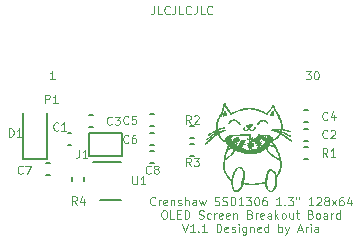
<source format=gbr>
%TF.GenerationSoftware,KiCad,Pcbnew,(5.1.6)-1*%
%TF.CreationDate,2020-09-30T17:33:36+08:00*%
%TF.ProjectId,Crenshaw,4372656e-7368-4617-972e-6b696361645f,rev?*%
%TF.SameCoordinates,Original*%
%TF.FileFunction,Legend,Top*%
%TF.FilePolarity,Positive*%
%FSLAX46Y46*%
G04 Gerber Fmt 4.6, Leading zero omitted, Abs format (unit mm)*
G04 Created by KiCad (PCBNEW (5.1.6)-1) date 2020-09-30 17:33:36*
%MOMM*%
%LPD*%
G01*
G04 APERTURE LIST*
%ADD10C,0.080000*%
%ADD11C,0.010000*%
%ADD12C,0.150000*%
G04 APERTURE END LIST*
D10*
X179800000Y-120320000D02*
X179766666Y-120353333D01*
X179666666Y-120386666D01*
X179600000Y-120386666D01*
X179500000Y-120353333D01*
X179433333Y-120286666D01*
X179400000Y-120220000D01*
X179366666Y-120086666D01*
X179366666Y-119986666D01*
X179400000Y-119853333D01*
X179433333Y-119786666D01*
X179500000Y-119720000D01*
X179600000Y-119686666D01*
X179666666Y-119686666D01*
X179766666Y-119720000D01*
X179800000Y-119753333D01*
X180100000Y-120386666D02*
X180100000Y-119920000D01*
X180100000Y-120053333D02*
X180133333Y-119986666D01*
X180166666Y-119953333D01*
X180233333Y-119920000D01*
X180300000Y-119920000D01*
X180800000Y-120353333D02*
X180733333Y-120386666D01*
X180600000Y-120386666D01*
X180533333Y-120353333D01*
X180500000Y-120286666D01*
X180500000Y-120020000D01*
X180533333Y-119953333D01*
X180600000Y-119920000D01*
X180733333Y-119920000D01*
X180800000Y-119953333D01*
X180833333Y-120020000D01*
X180833333Y-120086666D01*
X180500000Y-120153333D01*
X181133333Y-119920000D02*
X181133333Y-120386666D01*
X181133333Y-119986666D02*
X181166666Y-119953333D01*
X181233333Y-119920000D01*
X181333333Y-119920000D01*
X181400000Y-119953333D01*
X181433333Y-120020000D01*
X181433333Y-120386666D01*
X181733333Y-120353333D02*
X181800000Y-120386666D01*
X181933333Y-120386666D01*
X182000000Y-120353333D01*
X182033333Y-120286666D01*
X182033333Y-120253333D01*
X182000000Y-120186666D01*
X181933333Y-120153333D01*
X181833333Y-120153333D01*
X181766666Y-120120000D01*
X181733333Y-120053333D01*
X181733333Y-120020000D01*
X181766666Y-119953333D01*
X181833333Y-119920000D01*
X181933333Y-119920000D01*
X182000000Y-119953333D01*
X182333333Y-120386666D02*
X182333333Y-119686666D01*
X182633333Y-120386666D02*
X182633333Y-120020000D01*
X182600000Y-119953333D01*
X182533333Y-119920000D01*
X182433333Y-119920000D01*
X182366666Y-119953333D01*
X182333333Y-119986666D01*
X183266666Y-120386666D02*
X183266666Y-120020000D01*
X183233333Y-119953333D01*
X183166666Y-119920000D01*
X183033333Y-119920000D01*
X182966666Y-119953333D01*
X183266666Y-120353333D02*
X183200000Y-120386666D01*
X183033333Y-120386666D01*
X182966666Y-120353333D01*
X182933333Y-120286666D01*
X182933333Y-120220000D01*
X182966666Y-120153333D01*
X183033333Y-120120000D01*
X183200000Y-120120000D01*
X183266666Y-120086666D01*
X183533333Y-119920000D02*
X183666666Y-120386666D01*
X183800000Y-120053333D01*
X183933333Y-120386666D01*
X184066666Y-119920000D01*
X184833333Y-120353333D02*
X184933333Y-120386666D01*
X185100000Y-120386666D01*
X185166666Y-120353333D01*
X185200000Y-120320000D01*
X185233333Y-120253333D01*
X185233333Y-120186666D01*
X185200000Y-120120000D01*
X185166666Y-120086666D01*
X185100000Y-120053333D01*
X184966666Y-120020000D01*
X184900000Y-119986666D01*
X184866666Y-119953333D01*
X184833333Y-119886666D01*
X184833333Y-119820000D01*
X184866666Y-119753333D01*
X184900000Y-119720000D01*
X184966666Y-119686666D01*
X185133333Y-119686666D01*
X185233333Y-119720000D01*
X185500000Y-120353333D02*
X185600000Y-120386666D01*
X185766666Y-120386666D01*
X185833333Y-120353333D01*
X185866666Y-120320000D01*
X185900000Y-120253333D01*
X185900000Y-120186666D01*
X185866666Y-120120000D01*
X185833333Y-120086666D01*
X185766666Y-120053333D01*
X185633333Y-120020000D01*
X185566666Y-119986666D01*
X185533333Y-119953333D01*
X185500000Y-119886666D01*
X185500000Y-119820000D01*
X185533333Y-119753333D01*
X185566666Y-119720000D01*
X185633333Y-119686666D01*
X185800000Y-119686666D01*
X185900000Y-119720000D01*
X186200000Y-120386666D02*
X186200000Y-119686666D01*
X186366666Y-119686666D01*
X186466666Y-119720000D01*
X186533333Y-119786666D01*
X186566666Y-119853333D01*
X186600000Y-119986666D01*
X186600000Y-120086666D01*
X186566666Y-120220000D01*
X186533333Y-120286666D01*
X186466666Y-120353333D01*
X186366666Y-120386666D01*
X186200000Y-120386666D01*
X187266666Y-120386666D02*
X186866666Y-120386666D01*
X187066666Y-120386666D02*
X187066666Y-119686666D01*
X187000000Y-119786666D01*
X186933333Y-119853333D01*
X186866666Y-119886666D01*
X187500000Y-119686666D02*
X187933333Y-119686666D01*
X187700000Y-119953333D01*
X187800000Y-119953333D01*
X187866666Y-119986666D01*
X187900000Y-120020000D01*
X187933333Y-120086666D01*
X187933333Y-120253333D01*
X187900000Y-120320000D01*
X187866666Y-120353333D01*
X187800000Y-120386666D01*
X187600000Y-120386666D01*
X187533333Y-120353333D01*
X187500000Y-120320000D01*
X188366666Y-119686666D02*
X188433333Y-119686666D01*
X188500000Y-119720000D01*
X188533333Y-119753333D01*
X188566666Y-119820000D01*
X188600000Y-119953333D01*
X188600000Y-120120000D01*
X188566666Y-120253333D01*
X188533333Y-120320000D01*
X188500000Y-120353333D01*
X188433333Y-120386666D01*
X188366666Y-120386666D01*
X188300000Y-120353333D01*
X188266666Y-120320000D01*
X188233333Y-120253333D01*
X188200000Y-120120000D01*
X188200000Y-119953333D01*
X188233333Y-119820000D01*
X188266666Y-119753333D01*
X188300000Y-119720000D01*
X188366666Y-119686666D01*
X189200000Y-119686666D02*
X189066666Y-119686666D01*
X189000000Y-119720000D01*
X188966666Y-119753333D01*
X188900000Y-119853333D01*
X188866666Y-119986666D01*
X188866666Y-120253333D01*
X188900000Y-120320000D01*
X188933333Y-120353333D01*
X189000000Y-120386666D01*
X189133333Y-120386666D01*
X189200000Y-120353333D01*
X189233333Y-120320000D01*
X189266666Y-120253333D01*
X189266666Y-120086666D01*
X189233333Y-120020000D01*
X189200000Y-119986666D01*
X189133333Y-119953333D01*
X189000000Y-119953333D01*
X188933333Y-119986666D01*
X188900000Y-120020000D01*
X188866666Y-120086666D01*
X190466666Y-120386666D02*
X190066666Y-120386666D01*
X190266666Y-120386666D02*
X190266666Y-119686666D01*
X190200000Y-119786666D01*
X190133333Y-119853333D01*
X190066666Y-119886666D01*
X190766666Y-120320000D02*
X190800000Y-120353333D01*
X190766666Y-120386666D01*
X190733333Y-120353333D01*
X190766666Y-120320000D01*
X190766666Y-120386666D01*
X191033333Y-119686666D02*
X191466666Y-119686666D01*
X191233333Y-119953333D01*
X191333333Y-119953333D01*
X191400000Y-119986666D01*
X191433333Y-120020000D01*
X191466666Y-120086666D01*
X191466666Y-120253333D01*
X191433333Y-120320000D01*
X191400000Y-120353333D01*
X191333333Y-120386666D01*
X191133333Y-120386666D01*
X191066666Y-120353333D01*
X191033333Y-120320000D01*
X191733333Y-119686666D02*
X191733333Y-119820000D01*
X192000000Y-119686666D02*
X192000000Y-119820000D01*
X193200000Y-120386666D02*
X192800000Y-120386666D01*
X193000000Y-120386666D02*
X193000000Y-119686666D01*
X192933333Y-119786666D01*
X192866666Y-119853333D01*
X192800000Y-119886666D01*
X193466666Y-119753333D02*
X193500000Y-119720000D01*
X193566666Y-119686666D01*
X193733333Y-119686666D01*
X193800000Y-119720000D01*
X193833333Y-119753333D01*
X193866666Y-119820000D01*
X193866666Y-119886666D01*
X193833333Y-119986666D01*
X193433333Y-120386666D01*
X193866666Y-120386666D01*
X194266666Y-119986666D02*
X194200000Y-119953333D01*
X194166666Y-119920000D01*
X194133333Y-119853333D01*
X194133333Y-119820000D01*
X194166666Y-119753333D01*
X194200000Y-119720000D01*
X194266666Y-119686666D01*
X194400000Y-119686666D01*
X194466666Y-119720000D01*
X194500000Y-119753333D01*
X194533333Y-119820000D01*
X194533333Y-119853333D01*
X194500000Y-119920000D01*
X194466666Y-119953333D01*
X194400000Y-119986666D01*
X194266666Y-119986666D01*
X194200000Y-120020000D01*
X194166666Y-120053333D01*
X194133333Y-120120000D01*
X194133333Y-120253333D01*
X194166666Y-120320000D01*
X194200000Y-120353333D01*
X194266666Y-120386666D01*
X194400000Y-120386666D01*
X194466666Y-120353333D01*
X194500000Y-120320000D01*
X194533333Y-120253333D01*
X194533333Y-120120000D01*
X194500000Y-120053333D01*
X194466666Y-120020000D01*
X194400000Y-119986666D01*
X194766666Y-120386666D02*
X195133333Y-119920000D01*
X194766666Y-119920000D02*
X195133333Y-120386666D01*
X195700000Y-119686666D02*
X195566666Y-119686666D01*
X195500000Y-119720000D01*
X195466666Y-119753333D01*
X195400000Y-119853333D01*
X195366666Y-119986666D01*
X195366666Y-120253333D01*
X195400000Y-120320000D01*
X195433333Y-120353333D01*
X195500000Y-120386666D01*
X195633333Y-120386666D01*
X195700000Y-120353333D01*
X195733333Y-120320000D01*
X195766666Y-120253333D01*
X195766666Y-120086666D01*
X195733333Y-120020000D01*
X195700000Y-119986666D01*
X195633333Y-119953333D01*
X195500000Y-119953333D01*
X195433333Y-119986666D01*
X195400000Y-120020000D01*
X195366666Y-120086666D01*
X196366666Y-119920000D02*
X196366666Y-120386666D01*
X196200000Y-119653333D02*
X196033333Y-120153333D01*
X196466666Y-120153333D01*
X180500000Y-120816666D02*
X180633333Y-120816666D01*
X180700000Y-120850000D01*
X180766666Y-120916666D01*
X180800000Y-121050000D01*
X180800000Y-121283333D01*
X180766666Y-121416666D01*
X180700000Y-121483333D01*
X180633333Y-121516666D01*
X180500000Y-121516666D01*
X180433333Y-121483333D01*
X180366666Y-121416666D01*
X180333333Y-121283333D01*
X180333333Y-121050000D01*
X180366666Y-120916666D01*
X180433333Y-120850000D01*
X180500000Y-120816666D01*
X181433333Y-121516666D02*
X181100000Y-121516666D01*
X181100000Y-120816666D01*
X181666666Y-121150000D02*
X181900000Y-121150000D01*
X182000000Y-121516666D02*
X181666666Y-121516666D01*
X181666666Y-120816666D01*
X182000000Y-120816666D01*
X182300000Y-121516666D02*
X182300000Y-120816666D01*
X182466666Y-120816666D01*
X182566666Y-120850000D01*
X182633333Y-120916666D01*
X182666666Y-120983333D01*
X182700000Y-121116666D01*
X182700000Y-121216666D01*
X182666666Y-121350000D01*
X182633333Y-121416666D01*
X182566666Y-121483333D01*
X182466666Y-121516666D01*
X182300000Y-121516666D01*
X183500000Y-121483333D02*
X183600000Y-121516666D01*
X183766666Y-121516666D01*
X183833333Y-121483333D01*
X183866666Y-121450000D01*
X183900000Y-121383333D01*
X183900000Y-121316666D01*
X183866666Y-121250000D01*
X183833333Y-121216666D01*
X183766666Y-121183333D01*
X183633333Y-121150000D01*
X183566666Y-121116666D01*
X183533333Y-121083333D01*
X183500000Y-121016666D01*
X183500000Y-120950000D01*
X183533333Y-120883333D01*
X183566666Y-120850000D01*
X183633333Y-120816666D01*
X183800000Y-120816666D01*
X183900000Y-120850000D01*
X184500000Y-121483333D02*
X184433333Y-121516666D01*
X184300000Y-121516666D01*
X184233333Y-121483333D01*
X184200000Y-121450000D01*
X184166666Y-121383333D01*
X184166666Y-121183333D01*
X184200000Y-121116666D01*
X184233333Y-121083333D01*
X184300000Y-121050000D01*
X184433333Y-121050000D01*
X184500000Y-121083333D01*
X184800000Y-121516666D02*
X184800000Y-121050000D01*
X184800000Y-121183333D02*
X184833333Y-121116666D01*
X184866666Y-121083333D01*
X184933333Y-121050000D01*
X185000000Y-121050000D01*
X185500000Y-121483333D02*
X185433333Y-121516666D01*
X185300000Y-121516666D01*
X185233333Y-121483333D01*
X185200000Y-121416666D01*
X185200000Y-121150000D01*
X185233333Y-121083333D01*
X185300000Y-121050000D01*
X185433333Y-121050000D01*
X185500000Y-121083333D01*
X185533333Y-121150000D01*
X185533333Y-121216666D01*
X185200000Y-121283333D01*
X186100000Y-121483333D02*
X186033333Y-121516666D01*
X185900000Y-121516666D01*
X185833333Y-121483333D01*
X185800000Y-121416666D01*
X185800000Y-121150000D01*
X185833333Y-121083333D01*
X185900000Y-121050000D01*
X186033333Y-121050000D01*
X186100000Y-121083333D01*
X186133333Y-121150000D01*
X186133333Y-121216666D01*
X185800000Y-121283333D01*
X186433333Y-121050000D02*
X186433333Y-121516666D01*
X186433333Y-121116666D02*
X186466666Y-121083333D01*
X186533333Y-121050000D01*
X186633333Y-121050000D01*
X186700000Y-121083333D01*
X186733333Y-121150000D01*
X186733333Y-121516666D01*
X187833333Y-121150000D02*
X187933333Y-121183333D01*
X187966666Y-121216666D01*
X188000000Y-121283333D01*
X188000000Y-121383333D01*
X187966666Y-121450000D01*
X187933333Y-121483333D01*
X187866666Y-121516666D01*
X187600000Y-121516666D01*
X187600000Y-120816666D01*
X187833333Y-120816666D01*
X187900000Y-120850000D01*
X187933333Y-120883333D01*
X187966666Y-120950000D01*
X187966666Y-121016666D01*
X187933333Y-121083333D01*
X187900000Y-121116666D01*
X187833333Y-121150000D01*
X187600000Y-121150000D01*
X188300000Y-121516666D02*
X188300000Y-121050000D01*
X188300000Y-121183333D02*
X188333333Y-121116666D01*
X188366666Y-121083333D01*
X188433333Y-121050000D01*
X188500000Y-121050000D01*
X189000000Y-121483333D02*
X188933333Y-121516666D01*
X188800000Y-121516666D01*
X188733333Y-121483333D01*
X188700000Y-121416666D01*
X188700000Y-121150000D01*
X188733333Y-121083333D01*
X188800000Y-121050000D01*
X188933333Y-121050000D01*
X189000000Y-121083333D01*
X189033333Y-121150000D01*
X189033333Y-121216666D01*
X188700000Y-121283333D01*
X189633333Y-121516666D02*
X189633333Y-121150000D01*
X189600000Y-121083333D01*
X189533333Y-121050000D01*
X189400000Y-121050000D01*
X189333333Y-121083333D01*
X189633333Y-121483333D02*
X189566666Y-121516666D01*
X189400000Y-121516666D01*
X189333333Y-121483333D01*
X189300000Y-121416666D01*
X189300000Y-121350000D01*
X189333333Y-121283333D01*
X189400000Y-121250000D01*
X189566666Y-121250000D01*
X189633333Y-121216666D01*
X189966666Y-121516666D02*
X189966666Y-120816666D01*
X190033333Y-121250000D02*
X190233333Y-121516666D01*
X190233333Y-121050000D02*
X189966666Y-121316666D01*
X190633333Y-121516666D02*
X190566666Y-121483333D01*
X190533333Y-121450000D01*
X190500000Y-121383333D01*
X190500000Y-121183333D01*
X190533333Y-121116666D01*
X190566666Y-121083333D01*
X190633333Y-121050000D01*
X190733333Y-121050000D01*
X190800000Y-121083333D01*
X190833333Y-121116666D01*
X190866666Y-121183333D01*
X190866666Y-121383333D01*
X190833333Y-121450000D01*
X190800000Y-121483333D01*
X190733333Y-121516666D01*
X190633333Y-121516666D01*
X191466666Y-121050000D02*
X191466666Y-121516666D01*
X191166666Y-121050000D02*
X191166666Y-121416666D01*
X191200000Y-121483333D01*
X191266666Y-121516666D01*
X191366666Y-121516666D01*
X191433333Y-121483333D01*
X191466666Y-121450000D01*
X191700000Y-121050000D02*
X191966666Y-121050000D01*
X191800000Y-120816666D02*
X191800000Y-121416666D01*
X191833333Y-121483333D01*
X191900000Y-121516666D01*
X191966666Y-121516666D01*
X192966666Y-121150000D02*
X193066666Y-121183333D01*
X193100000Y-121216666D01*
X193133333Y-121283333D01*
X193133333Y-121383333D01*
X193100000Y-121450000D01*
X193066666Y-121483333D01*
X193000000Y-121516666D01*
X192733333Y-121516666D01*
X192733333Y-120816666D01*
X192966666Y-120816666D01*
X193033333Y-120850000D01*
X193066666Y-120883333D01*
X193100000Y-120950000D01*
X193100000Y-121016666D01*
X193066666Y-121083333D01*
X193033333Y-121116666D01*
X192966666Y-121150000D01*
X192733333Y-121150000D01*
X193533333Y-121516666D02*
X193466666Y-121483333D01*
X193433333Y-121450000D01*
X193400000Y-121383333D01*
X193400000Y-121183333D01*
X193433333Y-121116666D01*
X193466666Y-121083333D01*
X193533333Y-121050000D01*
X193633333Y-121050000D01*
X193700000Y-121083333D01*
X193733333Y-121116666D01*
X193766666Y-121183333D01*
X193766666Y-121383333D01*
X193733333Y-121450000D01*
X193700000Y-121483333D01*
X193633333Y-121516666D01*
X193533333Y-121516666D01*
X194366666Y-121516666D02*
X194366666Y-121150000D01*
X194333333Y-121083333D01*
X194266666Y-121050000D01*
X194133333Y-121050000D01*
X194066666Y-121083333D01*
X194366666Y-121483333D02*
X194300000Y-121516666D01*
X194133333Y-121516666D01*
X194066666Y-121483333D01*
X194033333Y-121416666D01*
X194033333Y-121350000D01*
X194066666Y-121283333D01*
X194133333Y-121250000D01*
X194300000Y-121250000D01*
X194366666Y-121216666D01*
X194700000Y-121516666D02*
X194700000Y-121050000D01*
X194700000Y-121183333D02*
X194733333Y-121116666D01*
X194766666Y-121083333D01*
X194833333Y-121050000D01*
X194900000Y-121050000D01*
X195433333Y-121516666D02*
X195433333Y-120816666D01*
X195433333Y-121483333D02*
X195366666Y-121516666D01*
X195233333Y-121516666D01*
X195166666Y-121483333D01*
X195133333Y-121450000D01*
X195100000Y-121383333D01*
X195100000Y-121183333D01*
X195133333Y-121116666D01*
X195166666Y-121083333D01*
X195233333Y-121050000D01*
X195366666Y-121050000D01*
X195433333Y-121083333D01*
X182100000Y-121946666D02*
X182333333Y-122646666D01*
X182566666Y-121946666D01*
X183166666Y-122646666D02*
X182766666Y-122646666D01*
X182966666Y-122646666D02*
X182966666Y-121946666D01*
X182900000Y-122046666D01*
X182833333Y-122113333D01*
X182766666Y-122146666D01*
X183466666Y-122580000D02*
X183500000Y-122613333D01*
X183466666Y-122646666D01*
X183433333Y-122613333D01*
X183466666Y-122580000D01*
X183466666Y-122646666D01*
X184166666Y-122646666D02*
X183766666Y-122646666D01*
X183966666Y-122646666D02*
X183966666Y-121946666D01*
X183900000Y-122046666D01*
X183833333Y-122113333D01*
X183766666Y-122146666D01*
X185000000Y-122646666D02*
X185000000Y-121946666D01*
X185166666Y-121946666D01*
X185266666Y-121980000D01*
X185333333Y-122046666D01*
X185366666Y-122113333D01*
X185400000Y-122246666D01*
X185400000Y-122346666D01*
X185366666Y-122480000D01*
X185333333Y-122546666D01*
X185266666Y-122613333D01*
X185166666Y-122646666D01*
X185000000Y-122646666D01*
X185966666Y-122613333D02*
X185900000Y-122646666D01*
X185766666Y-122646666D01*
X185700000Y-122613333D01*
X185666666Y-122546666D01*
X185666666Y-122280000D01*
X185700000Y-122213333D01*
X185766666Y-122180000D01*
X185900000Y-122180000D01*
X185966666Y-122213333D01*
X186000000Y-122280000D01*
X186000000Y-122346666D01*
X185666666Y-122413333D01*
X186266666Y-122613333D02*
X186333333Y-122646666D01*
X186466666Y-122646666D01*
X186533333Y-122613333D01*
X186566666Y-122546666D01*
X186566666Y-122513333D01*
X186533333Y-122446666D01*
X186466666Y-122413333D01*
X186366666Y-122413333D01*
X186300000Y-122380000D01*
X186266666Y-122313333D01*
X186266666Y-122280000D01*
X186300000Y-122213333D01*
X186366666Y-122180000D01*
X186466666Y-122180000D01*
X186533333Y-122213333D01*
X186866666Y-122646666D02*
X186866666Y-122180000D01*
X186866666Y-121946666D02*
X186833333Y-121980000D01*
X186866666Y-122013333D01*
X186900000Y-121980000D01*
X186866666Y-121946666D01*
X186866666Y-122013333D01*
X187500000Y-122180000D02*
X187500000Y-122746666D01*
X187466666Y-122813333D01*
X187433333Y-122846666D01*
X187366666Y-122880000D01*
X187266666Y-122880000D01*
X187200000Y-122846666D01*
X187500000Y-122613333D02*
X187433333Y-122646666D01*
X187300000Y-122646666D01*
X187233333Y-122613333D01*
X187200000Y-122580000D01*
X187166666Y-122513333D01*
X187166666Y-122313333D01*
X187200000Y-122246666D01*
X187233333Y-122213333D01*
X187300000Y-122180000D01*
X187433333Y-122180000D01*
X187500000Y-122213333D01*
X187833333Y-122180000D02*
X187833333Y-122646666D01*
X187833333Y-122246666D02*
X187866666Y-122213333D01*
X187933333Y-122180000D01*
X188033333Y-122180000D01*
X188100000Y-122213333D01*
X188133333Y-122280000D01*
X188133333Y-122646666D01*
X188733333Y-122613333D02*
X188666666Y-122646666D01*
X188533333Y-122646666D01*
X188466666Y-122613333D01*
X188433333Y-122546666D01*
X188433333Y-122280000D01*
X188466666Y-122213333D01*
X188533333Y-122180000D01*
X188666666Y-122180000D01*
X188733333Y-122213333D01*
X188766666Y-122280000D01*
X188766666Y-122346666D01*
X188433333Y-122413333D01*
X189366666Y-122646666D02*
X189366666Y-121946666D01*
X189366666Y-122613333D02*
X189300000Y-122646666D01*
X189166666Y-122646666D01*
X189100000Y-122613333D01*
X189066666Y-122580000D01*
X189033333Y-122513333D01*
X189033333Y-122313333D01*
X189066666Y-122246666D01*
X189100000Y-122213333D01*
X189166666Y-122180000D01*
X189300000Y-122180000D01*
X189366666Y-122213333D01*
X190233333Y-122646666D02*
X190233333Y-121946666D01*
X190233333Y-122213333D02*
X190300000Y-122180000D01*
X190433333Y-122180000D01*
X190500000Y-122213333D01*
X190533333Y-122246666D01*
X190566666Y-122313333D01*
X190566666Y-122513333D01*
X190533333Y-122580000D01*
X190500000Y-122613333D01*
X190433333Y-122646666D01*
X190300000Y-122646666D01*
X190233333Y-122613333D01*
X190800000Y-122180000D02*
X190966666Y-122646666D01*
X191133333Y-122180000D02*
X190966666Y-122646666D01*
X190900000Y-122813333D01*
X190866666Y-122846666D01*
X190800000Y-122880000D01*
X191900000Y-122446666D02*
X192233333Y-122446666D01*
X191833333Y-122646666D02*
X192066666Y-121946666D01*
X192300000Y-122646666D01*
X192533333Y-122646666D02*
X192533333Y-122180000D01*
X192533333Y-122313333D02*
X192566666Y-122246666D01*
X192600000Y-122213333D01*
X192666666Y-122180000D01*
X192733333Y-122180000D01*
X192966666Y-122646666D02*
X192966666Y-122180000D01*
X192966666Y-121946666D02*
X192933333Y-121980000D01*
X192966666Y-122013333D01*
X193000000Y-121980000D01*
X192966666Y-121946666D01*
X192966666Y-122013333D01*
X193600000Y-122646666D02*
X193600000Y-122280000D01*
X193566666Y-122213333D01*
X193500000Y-122180000D01*
X193366666Y-122180000D01*
X193300000Y-122213333D01*
X193600000Y-122613333D02*
X193533333Y-122646666D01*
X193366666Y-122646666D01*
X193300000Y-122613333D01*
X193266666Y-122546666D01*
X193266666Y-122480000D01*
X193300000Y-122413333D01*
X193366666Y-122380000D01*
X193533333Y-122380000D01*
X193600000Y-122346666D01*
X179716666Y-103516666D02*
X179716666Y-104016666D01*
X179683333Y-104116666D01*
X179616666Y-104183333D01*
X179516666Y-104216666D01*
X179450000Y-104216666D01*
X180383333Y-104216666D02*
X180050000Y-104216666D01*
X180050000Y-103516666D01*
X181016666Y-104150000D02*
X180983333Y-104183333D01*
X180883333Y-104216666D01*
X180816666Y-104216666D01*
X180716666Y-104183333D01*
X180650000Y-104116666D01*
X180616666Y-104050000D01*
X180583333Y-103916666D01*
X180583333Y-103816666D01*
X180616666Y-103683333D01*
X180650000Y-103616666D01*
X180716666Y-103550000D01*
X180816666Y-103516666D01*
X180883333Y-103516666D01*
X180983333Y-103550000D01*
X181016666Y-103583333D01*
X181516666Y-103516666D02*
X181516666Y-104016666D01*
X181483333Y-104116666D01*
X181416666Y-104183333D01*
X181316666Y-104216666D01*
X181250000Y-104216666D01*
X182183333Y-104216666D02*
X181850000Y-104216666D01*
X181850000Y-103516666D01*
X182816666Y-104150000D02*
X182783333Y-104183333D01*
X182683333Y-104216666D01*
X182616666Y-104216666D01*
X182516666Y-104183333D01*
X182450000Y-104116666D01*
X182416666Y-104050000D01*
X182383333Y-103916666D01*
X182383333Y-103816666D01*
X182416666Y-103683333D01*
X182450000Y-103616666D01*
X182516666Y-103550000D01*
X182616666Y-103516666D01*
X182683333Y-103516666D01*
X182783333Y-103550000D01*
X182816666Y-103583333D01*
X183316666Y-103516666D02*
X183316666Y-104016666D01*
X183283333Y-104116666D01*
X183216666Y-104183333D01*
X183116666Y-104216666D01*
X183050000Y-104216666D01*
X183983333Y-104216666D02*
X183650000Y-104216666D01*
X183650000Y-103516666D01*
X184616666Y-104150000D02*
X184583333Y-104183333D01*
X184483333Y-104216666D01*
X184416666Y-104216666D01*
X184316666Y-104183333D01*
X184250000Y-104116666D01*
X184216666Y-104050000D01*
X184183333Y-103916666D01*
X184183333Y-103816666D01*
X184216666Y-103683333D01*
X184250000Y-103616666D01*
X184316666Y-103550000D01*
X184416666Y-103516666D01*
X184483333Y-103516666D01*
X184583333Y-103550000D01*
X184616666Y-103583333D01*
D11*
%TO.C,G\u002A\u002A\u002A*%
G36*
X190425192Y-116783035D02*
G01*
X190432612Y-116838769D01*
X190435905Y-116923644D01*
X190436000Y-116942916D01*
X190433916Y-117024217D01*
X190428355Y-117086398D01*
X190420354Y-117119743D01*
X190416814Y-117122833D01*
X190405831Y-117139655D01*
X190408513Y-117164453D01*
X190410150Y-117211442D01*
X190400993Y-117279175D01*
X190384583Y-117352017D01*
X190364458Y-117414330D01*
X190344157Y-117450481D01*
X190343675Y-117450916D01*
X190320809Y-117489437D01*
X190316620Y-117509262D01*
X190303809Y-117552380D01*
X190274022Y-117615635D01*
X190233076Y-117689636D01*
X190186786Y-117764997D01*
X190140971Y-117832327D01*
X190101445Y-117882239D01*
X190074026Y-117905343D01*
X190070879Y-117905930D01*
X190053572Y-117910070D01*
X190043305Y-117927623D01*
X190038905Y-117966409D01*
X190039199Y-118034246D01*
X190041516Y-118101791D01*
X190041254Y-118309081D01*
X190025378Y-118512312D01*
X189995319Y-118697510D01*
X189970294Y-118796798D01*
X189921835Y-118913585D01*
X189851644Y-119023086D01*
X189768812Y-119113155D01*
X189693794Y-119166126D01*
X189617315Y-119189927D01*
X189529789Y-119194792D01*
X189451641Y-119180424D01*
X189428820Y-119169958D01*
X189330354Y-119098822D01*
X189253319Y-119008356D01*
X189213068Y-118941336D01*
X189175195Y-118859270D01*
X189139308Y-118760823D01*
X189109251Y-118659199D01*
X189088863Y-118567601D01*
X189084443Y-118523646D01*
X189173533Y-118523646D01*
X189178032Y-118605369D01*
X189187582Y-118669714D01*
X189187910Y-118671100D01*
X189238256Y-118829124D01*
X189306355Y-118964230D01*
X189387680Y-119067698D01*
X189399617Y-119078940D01*
X189476560Y-119134899D01*
X189547697Y-119153191D01*
X189622058Y-119134004D01*
X189698812Y-119085143D01*
X189795139Y-118985534D01*
X189870486Y-118849366D01*
X189924777Y-118676891D01*
X189957934Y-118468363D01*
X189969879Y-118224035D01*
X189969910Y-118199934D01*
X189965530Y-118077670D01*
X189954027Y-117950451D01*
X189937021Y-117829081D01*
X189916133Y-117724364D01*
X189892983Y-117647105D01*
X189884006Y-117627336D01*
X189848006Y-117583234D01*
X189786418Y-117528856D01*
X189711330Y-117473236D01*
X189634827Y-117425405D01*
X189575392Y-117396723D01*
X189518057Y-117383770D01*
X189471506Y-117397305D01*
X189429392Y-117441961D01*
X189385368Y-117522368D01*
X189376277Y-117542040D01*
X189339581Y-117636167D01*
X189303489Y-117751363D01*
X189271298Y-117874363D01*
X189246304Y-117991901D01*
X189231806Y-118090711D01*
X189229500Y-118132550D01*
X189224383Y-118179788D01*
X189211897Y-118202073D01*
X189210233Y-118202333D01*
X189196578Y-118221814D01*
X189185607Y-118273628D01*
X189177794Y-118347832D01*
X189173611Y-118434486D01*
X189173533Y-118523646D01*
X189084443Y-118523646D01*
X189081987Y-118499231D01*
X189082342Y-118491995D01*
X189083736Y-118449267D01*
X189072971Y-118431213D01*
X189041000Y-118434810D01*
X188978775Y-118457036D01*
X188978262Y-118457230D01*
X188914173Y-118476804D01*
X188821877Y-118498959D01*
X188715122Y-118520605D01*
X188634304Y-118534572D01*
X188513702Y-118549346D01*
X188366997Y-118560480D01*
X188202852Y-118567958D01*
X188029930Y-118571764D01*
X187856892Y-118571879D01*
X187692401Y-118568288D01*
X187545121Y-118560974D01*
X187423712Y-118549920D01*
X187345090Y-118537071D01*
X187206931Y-118505812D01*
X187148567Y-118659739D01*
X187070323Y-118831337D01*
X186978719Y-118965174D01*
X186870511Y-119064598D01*
X186742454Y-119132955D01*
X186665985Y-119157586D01*
X186600267Y-119171418D01*
X186551862Y-119168523D01*
X186498347Y-119146772D01*
X186486068Y-119140496D01*
X186424895Y-119098681D01*
X186376083Y-119048355D01*
X186368148Y-119036352D01*
X186328829Y-118947165D01*
X186294112Y-118828800D01*
X186266771Y-118694373D01*
X186249580Y-118556997D01*
X186245000Y-118454073D01*
X186245000Y-118343518D01*
X186311707Y-118343518D01*
X186314067Y-118443280D01*
X186315056Y-118466916D01*
X186326172Y-118618631D01*
X186346608Y-118746354D01*
X186379241Y-118867935D01*
X186380205Y-118870948D01*
X186425098Y-118990424D01*
X186473142Y-119070413D01*
X186529399Y-119113715D01*
X186598928Y-119123132D01*
X186686789Y-119101468D01*
X186749199Y-119075276D01*
X186832434Y-119025125D01*
X186905607Y-118954003D01*
X186972054Y-118856859D01*
X187035111Y-118728641D01*
X187098111Y-118564297D01*
X187110537Y-118528015D01*
X187192730Y-118254199D01*
X187244682Y-118009947D01*
X187266394Y-117795195D01*
X187257868Y-117609883D01*
X187219104Y-117453948D01*
X187150102Y-117327330D01*
X187123422Y-117294960D01*
X187029503Y-117214278D01*
X186933329Y-117175473D01*
X186837713Y-117178393D01*
X186745470Y-117222885D01*
X186659413Y-117308798D01*
X186650640Y-117320504D01*
X186562458Y-117449215D01*
X186495035Y-117568943D01*
X186442227Y-117693530D01*
X186397894Y-117836816D01*
X186368442Y-117956398D01*
X186341399Y-118079434D01*
X186323906Y-118175618D01*
X186314498Y-118258972D01*
X186311707Y-118343518D01*
X186245000Y-118343518D01*
X186245000Y-118269286D01*
X186165625Y-118220299D01*
X186058856Y-118143594D01*
X185960412Y-118053418D01*
X185884411Y-117963004D01*
X185873290Y-117946284D01*
X185760796Y-117755399D01*
X185668249Y-117572100D01*
X185599562Y-117404618D01*
X185569108Y-117306394D01*
X185540975Y-117172572D01*
X185528661Y-117053040D01*
X185531693Y-116953356D01*
X185549597Y-116879075D01*
X185581900Y-116835753D01*
X185610000Y-116826838D01*
X185614338Y-116846432D01*
X185617908Y-116899731D01*
X185620289Y-116978107D01*
X185621058Y-117054056D01*
X185624061Y-117175818D01*
X185634596Y-117279156D01*
X185655790Y-117374521D01*
X185690773Y-117472360D01*
X185742674Y-117583123D01*
X185814620Y-117717259D01*
X185825445Y-117736666D01*
X185885879Y-117835684D01*
X185954427Y-117933489D01*
X186025818Y-118024080D01*
X186094780Y-118101455D01*
X186156040Y-118159615D01*
X186204326Y-118192557D01*
X186229717Y-118196844D01*
X186243877Y-118173684D01*
X186260654Y-118119123D01*
X186276974Y-118043709D01*
X186280917Y-118021055D01*
X186315591Y-117859048D01*
X186363072Y-117706031D01*
X186418855Y-117575451D01*
X186447066Y-117525000D01*
X186485680Y-117460997D01*
X186530478Y-117384290D01*
X186549503Y-117350937D01*
X186623883Y-117254225D01*
X186695354Y-117199554D01*
X186794365Y-117150974D01*
X186877796Y-117132146D01*
X186958737Y-117141672D01*
X187021567Y-117164748D01*
X187121189Y-117216960D01*
X187194482Y-117277835D01*
X187247888Y-117356254D01*
X187287850Y-117461098D01*
X187314034Y-117567894D01*
X187334505Y-117683179D01*
X187342935Y-117787258D01*
X187338694Y-117892286D01*
X187321156Y-118010423D01*
X187289691Y-118153824D01*
X187282166Y-118184610D01*
X187257983Y-118283414D01*
X187238040Y-118366838D01*
X187224294Y-118426554D01*
X187218703Y-118454234D01*
X187218666Y-118454841D01*
X187238738Y-118466569D01*
X187294841Y-118480659D01*
X187380803Y-118496126D01*
X187490455Y-118511986D01*
X187617626Y-118527255D01*
X187756146Y-118540950D01*
X187761641Y-118541434D01*
X187866230Y-118549505D01*
X187956751Y-118553194D01*
X188044784Y-118552089D01*
X188141911Y-118545778D01*
X188259713Y-118533850D01*
X188381273Y-118519415D01*
X188606345Y-118488518D01*
X188789242Y-118456360D01*
X188930105Y-118422904D01*
X189029077Y-118388108D01*
X189086298Y-118351934D01*
X189102228Y-118318862D01*
X189106318Y-118278094D01*
X189117358Y-118209871D01*
X189133075Y-118128054D01*
X189135233Y-118117666D01*
X189155171Y-118022170D01*
X189175062Y-117926294D01*
X189190129Y-117853083D01*
X189235753Y-117672423D01*
X189292084Y-117528137D01*
X189361209Y-117415152D01*
X189379437Y-117392708D01*
X189430560Y-117339698D01*
X189476551Y-117303267D01*
X189503161Y-117292166D01*
X189556482Y-117305127D01*
X189627459Y-117339715D01*
X189707490Y-117389492D01*
X189787972Y-117448016D01*
X189860303Y-117508848D01*
X189915881Y-117565547D01*
X189946102Y-117611674D01*
X189949166Y-117626060D01*
X189955426Y-117661657D01*
X189971396Y-117720808D01*
X189983218Y-117758735D01*
X190004470Y-117818623D01*
X190021219Y-117845003D01*
X190040520Y-117845092D01*
X190057458Y-117834693D01*
X190083613Y-117804629D01*
X190122231Y-117745893D01*
X190167395Y-117667948D01*
X190199461Y-117607564D01*
X190280971Y-117420400D01*
X190340616Y-117224773D01*
X190374180Y-117035747D01*
X190379373Y-116964977D01*
X190385159Y-116907834D01*
X190395557Y-116873396D01*
X190401252Y-116868833D01*
X190410322Y-116851484D01*
X190406141Y-116815916D01*
X190403161Y-116775782D01*
X190414430Y-116763000D01*
X190425192Y-116783035D01*
G37*
X190425192Y-116783035D02*
X190432612Y-116838769D01*
X190435905Y-116923644D01*
X190436000Y-116942916D01*
X190433916Y-117024217D01*
X190428355Y-117086398D01*
X190420354Y-117119743D01*
X190416814Y-117122833D01*
X190405831Y-117139655D01*
X190408513Y-117164453D01*
X190410150Y-117211442D01*
X190400993Y-117279175D01*
X190384583Y-117352017D01*
X190364458Y-117414330D01*
X190344157Y-117450481D01*
X190343675Y-117450916D01*
X190320809Y-117489437D01*
X190316620Y-117509262D01*
X190303809Y-117552380D01*
X190274022Y-117615635D01*
X190233076Y-117689636D01*
X190186786Y-117764997D01*
X190140971Y-117832327D01*
X190101445Y-117882239D01*
X190074026Y-117905343D01*
X190070879Y-117905930D01*
X190053572Y-117910070D01*
X190043305Y-117927623D01*
X190038905Y-117966409D01*
X190039199Y-118034246D01*
X190041516Y-118101791D01*
X190041254Y-118309081D01*
X190025378Y-118512312D01*
X189995319Y-118697510D01*
X189970294Y-118796798D01*
X189921835Y-118913585D01*
X189851644Y-119023086D01*
X189768812Y-119113155D01*
X189693794Y-119166126D01*
X189617315Y-119189927D01*
X189529789Y-119194792D01*
X189451641Y-119180424D01*
X189428820Y-119169958D01*
X189330354Y-119098822D01*
X189253319Y-119008356D01*
X189213068Y-118941336D01*
X189175195Y-118859270D01*
X189139308Y-118760823D01*
X189109251Y-118659199D01*
X189088863Y-118567601D01*
X189084443Y-118523646D01*
X189173533Y-118523646D01*
X189178032Y-118605369D01*
X189187582Y-118669714D01*
X189187910Y-118671100D01*
X189238256Y-118829124D01*
X189306355Y-118964230D01*
X189387680Y-119067698D01*
X189399617Y-119078940D01*
X189476560Y-119134899D01*
X189547697Y-119153191D01*
X189622058Y-119134004D01*
X189698812Y-119085143D01*
X189795139Y-118985534D01*
X189870486Y-118849366D01*
X189924777Y-118676891D01*
X189957934Y-118468363D01*
X189969879Y-118224035D01*
X189969910Y-118199934D01*
X189965530Y-118077670D01*
X189954027Y-117950451D01*
X189937021Y-117829081D01*
X189916133Y-117724364D01*
X189892983Y-117647105D01*
X189884006Y-117627336D01*
X189848006Y-117583234D01*
X189786418Y-117528856D01*
X189711330Y-117473236D01*
X189634827Y-117425405D01*
X189575392Y-117396723D01*
X189518057Y-117383770D01*
X189471506Y-117397305D01*
X189429392Y-117441961D01*
X189385368Y-117522368D01*
X189376277Y-117542040D01*
X189339581Y-117636167D01*
X189303489Y-117751363D01*
X189271298Y-117874363D01*
X189246304Y-117991901D01*
X189231806Y-118090711D01*
X189229500Y-118132550D01*
X189224383Y-118179788D01*
X189211897Y-118202073D01*
X189210233Y-118202333D01*
X189196578Y-118221814D01*
X189185607Y-118273628D01*
X189177794Y-118347832D01*
X189173611Y-118434486D01*
X189173533Y-118523646D01*
X189084443Y-118523646D01*
X189081987Y-118499231D01*
X189082342Y-118491995D01*
X189083736Y-118449267D01*
X189072971Y-118431213D01*
X189041000Y-118434810D01*
X188978775Y-118457036D01*
X188978262Y-118457230D01*
X188914173Y-118476804D01*
X188821877Y-118498959D01*
X188715122Y-118520605D01*
X188634304Y-118534572D01*
X188513702Y-118549346D01*
X188366997Y-118560480D01*
X188202852Y-118567958D01*
X188029930Y-118571764D01*
X187856892Y-118571879D01*
X187692401Y-118568288D01*
X187545121Y-118560974D01*
X187423712Y-118549920D01*
X187345090Y-118537071D01*
X187206931Y-118505812D01*
X187148567Y-118659739D01*
X187070323Y-118831337D01*
X186978719Y-118965174D01*
X186870511Y-119064598D01*
X186742454Y-119132955D01*
X186665985Y-119157586D01*
X186600267Y-119171418D01*
X186551862Y-119168523D01*
X186498347Y-119146772D01*
X186486068Y-119140496D01*
X186424895Y-119098681D01*
X186376083Y-119048355D01*
X186368148Y-119036352D01*
X186328829Y-118947165D01*
X186294112Y-118828800D01*
X186266771Y-118694373D01*
X186249580Y-118556997D01*
X186245000Y-118454073D01*
X186245000Y-118343518D01*
X186311707Y-118343518D01*
X186314067Y-118443280D01*
X186315056Y-118466916D01*
X186326172Y-118618631D01*
X186346608Y-118746354D01*
X186379241Y-118867935D01*
X186380205Y-118870948D01*
X186425098Y-118990424D01*
X186473142Y-119070413D01*
X186529399Y-119113715D01*
X186598928Y-119123132D01*
X186686789Y-119101468D01*
X186749199Y-119075276D01*
X186832434Y-119025125D01*
X186905607Y-118954003D01*
X186972054Y-118856859D01*
X187035111Y-118728641D01*
X187098111Y-118564297D01*
X187110537Y-118528015D01*
X187192730Y-118254199D01*
X187244682Y-118009947D01*
X187266394Y-117795195D01*
X187257868Y-117609883D01*
X187219104Y-117453948D01*
X187150102Y-117327330D01*
X187123422Y-117294960D01*
X187029503Y-117214278D01*
X186933329Y-117175473D01*
X186837713Y-117178393D01*
X186745470Y-117222885D01*
X186659413Y-117308798D01*
X186650640Y-117320504D01*
X186562458Y-117449215D01*
X186495035Y-117568943D01*
X186442227Y-117693530D01*
X186397894Y-117836816D01*
X186368442Y-117956398D01*
X186341399Y-118079434D01*
X186323906Y-118175618D01*
X186314498Y-118258972D01*
X186311707Y-118343518D01*
X186245000Y-118343518D01*
X186245000Y-118269286D01*
X186165625Y-118220299D01*
X186058856Y-118143594D01*
X185960412Y-118053418D01*
X185884411Y-117963004D01*
X185873290Y-117946284D01*
X185760796Y-117755399D01*
X185668249Y-117572100D01*
X185599562Y-117404618D01*
X185569108Y-117306394D01*
X185540975Y-117172572D01*
X185528661Y-117053040D01*
X185531693Y-116953356D01*
X185549597Y-116879075D01*
X185581900Y-116835753D01*
X185610000Y-116826838D01*
X185614338Y-116846432D01*
X185617908Y-116899731D01*
X185620289Y-116978107D01*
X185621058Y-117054056D01*
X185624061Y-117175818D01*
X185634596Y-117279156D01*
X185655790Y-117374521D01*
X185690773Y-117472360D01*
X185742674Y-117583123D01*
X185814620Y-117717259D01*
X185825445Y-117736666D01*
X185885879Y-117835684D01*
X185954427Y-117933489D01*
X186025818Y-118024080D01*
X186094780Y-118101455D01*
X186156040Y-118159615D01*
X186204326Y-118192557D01*
X186229717Y-118196844D01*
X186243877Y-118173684D01*
X186260654Y-118119123D01*
X186276974Y-118043709D01*
X186280917Y-118021055D01*
X186315591Y-117859048D01*
X186363072Y-117706031D01*
X186418855Y-117575451D01*
X186447066Y-117525000D01*
X186485680Y-117460997D01*
X186530478Y-117384290D01*
X186549503Y-117350937D01*
X186623883Y-117254225D01*
X186695354Y-117199554D01*
X186794365Y-117150974D01*
X186877796Y-117132146D01*
X186958737Y-117141672D01*
X187021567Y-117164748D01*
X187121189Y-117216960D01*
X187194482Y-117277835D01*
X187247888Y-117356254D01*
X187287850Y-117461098D01*
X187314034Y-117567894D01*
X187334505Y-117683179D01*
X187342935Y-117787258D01*
X187338694Y-117892286D01*
X187321156Y-118010423D01*
X187289691Y-118153824D01*
X187282166Y-118184610D01*
X187257983Y-118283414D01*
X187238040Y-118366838D01*
X187224294Y-118426554D01*
X187218703Y-118454234D01*
X187218666Y-118454841D01*
X187238738Y-118466569D01*
X187294841Y-118480659D01*
X187380803Y-118496126D01*
X187490455Y-118511986D01*
X187617626Y-118527255D01*
X187756146Y-118540950D01*
X187761641Y-118541434D01*
X187866230Y-118549505D01*
X187956751Y-118553194D01*
X188044784Y-118552089D01*
X188141911Y-118545778D01*
X188259713Y-118533850D01*
X188381273Y-118519415D01*
X188606345Y-118488518D01*
X188789242Y-118456360D01*
X188930105Y-118422904D01*
X189029077Y-118388108D01*
X189086298Y-118351934D01*
X189102228Y-118318862D01*
X189106318Y-118278094D01*
X189117358Y-118209871D01*
X189133075Y-118128054D01*
X189135233Y-118117666D01*
X189155171Y-118022170D01*
X189175062Y-117926294D01*
X189190129Y-117853083D01*
X189235753Y-117672423D01*
X189292084Y-117528137D01*
X189361209Y-117415152D01*
X189379437Y-117392708D01*
X189430560Y-117339698D01*
X189476551Y-117303267D01*
X189503161Y-117292166D01*
X189556482Y-117305127D01*
X189627459Y-117339715D01*
X189707490Y-117389492D01*
X189787972Y-117448016D01*
X189860303Y-117508848D01*
X189915881Y-117565547D01*
X189946102Y-117611674D01*
X189949166Y-117626060D01*
X189955426Y-117661657D01*
X189971396Y-117720808D01*
X189983218Y-117758735D01*
X190004470Y-117818623D01*
X190021219Y-117845003D01*
X190040520Y-117845092D01*
X190057458Y-117834693D01*
X190083613Y-117804629D01*
X190122231Y-117745893D01*
X190167395Y-117667948D01*
X190199461Y-117607564D01*
X190280971Y-117420400D01*
X190340616Y-117224773D01*
X190374180Y-117035747D01*
X190379373Y-116964977D01*
X190385159Y-116907834D01*
X190395557Y-116873396D01*
X190401252Y-116868833D01*
X190410322Y-116851484D01*
X190406141Y-116815916D01*
X190403161Y-116775782D01*
X190414430Y-116763000D01*
X190425192Y-116783035D01*
G36*
X185627478Y-116758776D02*
G01*
X185631166Y-116773583D01*
X185614223Y-116801645D01*
X185599416Y-116805333D01*
X185571354Y-116788390D01*
X185567666Y-116773583D01*
X185584609Y-116745521D01*
X185599416Y-116741833D01*
X185627478Y-116758776D01*
G37*
X185627478Y-116758776D02*
X185631166Y-116773583D01*
X185614223Y-116801645D01*
X185599416Y-116805333D01*
X185571354Y-116788390D01*
X185567666Y-116773583D01*
X185584609Y-116745521D01*
X185599416Y-116741833D01*
X185627478Y-116758776D01*
G36*
X185665665Y-111717473D02*
G01*
X185673500Y-111737479D01*
X185682588Y-111768983D01*
X185707239Y-111829028D01*
X185743533Y-111908572D01*
X185781323Y-111986187D01*
X185862371Y-112137975D01*
X185945572Y-112269932D01*
X186042404Y-112399146D01*
X186124563Y-112497255D01*
X186197256Y-112581260D01*
X186431813Y-112459390D01*
X186643660Y-112362061D01*
X186871243Y-112280312D01*
X187107528Y-112215209D01*
X187345483Y-112167817D01*
X187578073Y-112139204D01*
X187798266Y-112130435D01*
X187999026Y-112142576D01*
X188173321Y-112176694D01*
X188213500Y-112189318D01*
X188257001Y-112203468D01*
X188328598Y-112225923D01*
X188415844Y-112252798D01*
X188456916Y-112265305D01*
X188614401Y-112317295D01*
X188763358Y-112374362D01*
X188895232Y-112432768D01*
X189001473Y-112488772D01*
X189064217Y-112530879D01*
X189116936Y-112568120D01*
X189160041Y-112590380D01*
X189172408Y-112593166D01*
X189197419Y-112577227D01*
X189240131Y-112534374D01*
X189293515Y-112472054D01*
X189327107Y-112429254D01*
X189402268Y-112332980D01*
X189488531Y-112226341D01*
X189569519Y-112129514D01*
X189584041Y-112112643D01*
X189641277Y-112044248D01*
X189686045Y-111986316D01*
X189712161Y-111947086D01*
X189716333Y-111936416D01*
X189733732Y-111920522D01*
X189761730Y-111919652D01*
X189795056Y-111937251D01*
X189825808Y-111984028D01*
X189850394Y-112042833D01*
X189884749Y-112122549D01*
X189931903Y-112216203D01*
X189977697Y-112296833D01*
X190080198Y-112466702D01*
X190159441Y-112602585D01*
X190215291Y-112704237D01*
X190247613Y-112771413D01*
X190256275Y-112803867D01*
X190255634Y-112805559D01*
X190258873Y-112833321D01*
X190280651Y-112881327D01*
X190294308Y-112904587D01*
X190338016Y-112985439D01*
X190386065Y-113092220D01*
X190432258Y-113209861D01*
X190470397Y-113323291D01*
X190479594Y-113355166D01*
X190491063Y-113416838D01*
X190501073Y-113506925D01*
X190508293Y-113611509D01*
X190510907Y-113682743D01*
X190516075Y-113915069D01*
X190714162Y-113951540D01*
X190794106Y-113968147D01*
X190882624Y-113989567D01*
X190973414Y-114013831D01*
X191060171Y-114038968D01*
X191136590Y-114063007D01*
X191196366Y-114083978D01*
X191233196Y-114099909D01*
X191240774Y-114108830D01*
X191219166Y-114109399D01*
X191166121Y-114101041D01*
X191085850Y-114084058D01*
X190991841Y-114061415D01*
X190944000Y-114048923D01*
X190846408Y-114023613D01*
X190754185Y-114001245D01*
X190681640Y-113985228D01*
X190658250Y-113980836D01*
X190594875Y-113969222D01*
X190545396Y-113958353D01*
X190538453Y-113956468D01*
X190509441Y-113962131D01*
X190485322Y-114002457D01*
X190478135Y-114022515D01*
X190463681Y-114073234D01*
X190459428Y-114103284D01*
X190460348Y-114105776D01*
X190482202Y-114116950D01*
X190532074Y-114139360D01*
X190594750Y-114166277D01*
X190690053Y-114207921D01*
X190792221Y-114255003D01*
X190895507Y-114304563D01*
X190994167Y-114353638D01*
X191082457Y-114399268D01*
X191154633Y-114438491D01*
X191204948Y-114468347D01*
X191227660Y-114485875D01*
X191220385Y-114488772D01*
X191174086Y-114474912D01*
X191099805Y-114445887D01*
X191007276Y-114405761D01*
X190906231Y-114358595D01*
X190892301Y-114351828D01*
X190732035Y-114274593D01*
X190608413Y-114217282D01*
X190520866Y-114179645D01*
X190468824Y-114161428D01*
X190456846Y-114159500D01*
X190434293Y-114176695D01*
X190425155Y-114214351D01*
X190433797Y-114251574D01*
X190436754Y-114255658D01*
X190464004Y-114279469D01*
X190516923Y-114319189D01*
X190585733Y-114367578D01*
X190611744Y-114385212D01*
X190710820Y-114452631D01*
X190818605Y-114527509D01*
X190928455Y-114605062D01*
X191033727Y-114680508D01*
X191127777Y-114749064D01*
X191203961Y-114805948D01*
X191255634Y-114846376D01*
X191271495Y-114860146D01*
X191301400Y-114892917D01*
X191300975Y-114903584D01*
X191274273Y-114894739D01*
X191225346Y-114868976D01*
X191158248Y-114828887D01*
X191077030Y-114777065D01*
X190985744Y-114716104D01*
X190888445Y-114648596D01*
X190789184Y-114577134D01*
X190692014Y-114504311D01*
X190600988Y-114432720D01*
X190591844Y-114425293D01*
X190544918Y-114390949D01*
X190510101Y-114372289D01*
X190504478Y-114371166D01*
X190474763Y-114356582D01*
X190457166Y-114339416D01*
X190422925Y-114315795D01*
X190383294Y-114308183D01*
X190355459Y-114318134D01*
X190351333Y-114329850D01*
X190336235Y-114377539D01*
X190295894Y-114442989D01*
X190237744Y-114517044D01*
X190169215Y-114590547D01*
X190097739Y-114654343D01*
X190072617Y-114673241D01*
X189963411Y-114746322D01*
X189863090Y-114805323D01*
X189776768Y-114847994D01*
X189709559Y-114872083D01*
X189666579Y-114875339D01*
X189652833Y-114858000D01*
X189635689Y-114839221D01*
X189621083Y-114836833D01*
X189594577Y-114842469D01*
X189596416Y-114862551D01*
X189628453Y-114901841D01*
X189658125Y-114931896D01*
X189702776Y-114986102D01*
X189762905Y-115075173D01*
X189836370Y-115195484D01*
X189921027Y-115343407D01*
X190014733Y-115515316D01*
X190107368Y-115692074D01*
X190153028Y-115789363D01*
X190200416Y-115905420D01*
X190247620Y-116033755D01*
X190292730Y-116167877D01*
X190333835Y-116301296D01*
X190369026Y-116427522D01*
X190396392Y-116540063D01*
X190414022Y-116632428D01*
X190420006Y-116698128D01*
X190412923Y-116730191D01*
X190397831Y-116730646D01*
X190393666Y-116703733D01*
X190394408Y-116660643D01*
X190395474Y-116643658D01*
X190381926Y-116622087D01*
X190370663Y-116613698D01*
X190346421Y-116583535D01*
X190323054Y-116532114D01*
X190321230Y-116526664D01*
X190303726Y-116484015D01*
X190278020Y-116461140D01*
X190230604Y-116449457D01*
X190192583Y-116444924D01*
X190105898Y-116423043D01*
X190006738Y-116379139D01*
X189911548Y-116322102D01*
X189836772Y-116260824D01*
X189822166Y-116244644D01*
X189790861Y-116216528D01*
X189733482Y-116173358D01*
X189659924Y-116122401D01*
X189620198Y-116096292D01*
X189536299Y-116037782D01*
X189458583Y-115975951D01*
X189399718Y-115921146D01*
X189384499Y-115903776D01*
X189334348Y-115835203D01*
X189282176Y-115755366D01*
X189233704Y-115674142D01*
X189194647Y-115601403D01*
X189170726Y-115547025D01*
X189166000Y-115526480D01*
X189164085Y-115509876D01*
X189229500Y-115509876D01*
X189245356Y-115578721D01*
X189288852Y-115665232D01*
X189353872Y-115761525D01*
X189434305Y-115859713D01*
X189524036Y-115951911D01*
X189616953Y-116030232D01*
X189651903Y-116054767D01*
X189736568Y-116113450D01*
X189822196Y-116177485D01*
X189890454Y-116233155D01*
X189891275Y-116233876D01*
X189989799Y-116308496D01*
X190091733Y-116364872D01*
X190185461Y-116397226D01*
X190230584Y-116402701D01*
X190268528Y-116400086D01*
X190282188Y-116383345D01*
X190278468Y-116340368D01*
X190275575Y-116323791D01*
X190253464Y-116233070D01*
X190217289Y-116121538D01*
X190170760Y-115997633D01*
X190117588Y-115869786D01*
X190061484Y-115746435D01*
X190006157Y-115636013D01*
X189955318Y-115546955D01*
X189912678Y-115487696D01*
X189903742Y-115478533D01*
X189853937Y-115443287D01*
X189777439Y-115401076D01*
X189687741Y-115358252D01*
X189598334Y-115321166D01*
X189522709Y-115296171D01*
X189509689Y-115293019D01*
X189432301Y-115295160D01*
X189354435Y-115328031D01*
X189287327Y-115382935D01*
X189242210Y-115451177D01*
X189229500Y-115509876D01*
X189164085Y-115509876D01*
X189163361Y-115503608D01*
X189151298Y-115497078D01*
X189123590Y-115509438D01*
X189074019Y-115543238D01*
X189010970Y-115590037D01*
X188883386Y-115674421D01*
X188729644Y-115758258D01*
X188565352Y-115834073D01*
X188406116Y-115894394D01*
X188324778Y-115918669D01*
X188207566Y-115940864D01*
X188060455Y-115955760D01*
X187895289Y-115963097D01*
X187723914Y-115962612D01*
X187558174Y-115954045D01*
X187419750Y-115938636D01*
X187272973Y-115911170D01*
X187109180Y-115871431D01*
X186943458Y-115823735D01*
X186790896Y-115772396D01*
X186675482Y-115725814D01*
X186604900Y-115694739D01*
X186549608Y-115672113D01*
X186520610Y-115662419D01*
X186519594Y-115662333D01*
X186505842Y-115680857D01*
X186491864Y-115726705D01*
X186489173Y-115739828D01*
X186478676Y-115772806D01*
X186456453Y-115811923D01*
X186418711Y-115861785D01*
X186361656Y-115926998D01*
X186281495Y-116012167D01*
X186174609Y-116121720D01*
X186068001Y-116228926D01*
X185985348Y-116309337D01*
X185921704Y-116367097D01*
X185872126Y-116406347D01*
X185831671Y-116431230D01*
X185795395Y-116445889D01*
X185783931Y-116449079D01*
X185719899Y-116471084D01*
X185680538Y-116504456D01*
X185656455Y-116560644D01*
X185643576Y-116620125D01*
X185629653Y-116671032D01*
X185613014Y-116698137D01*
X185609040Y-116699500D01*
X185594010Y-116680194D01*
X185590006Y-116626171D01*
X185595927Y-116543274D01*
X185610673Y-116437346D01*
X185627345Y-116345997D01*
X185654237Y-116345997D01*
X185659319Y-116369675D01*
X185671524Y-116411053D01*
X185673500Y-116426064D01*
X185686643Y-116444448D01*
X185724673Y-116430747D01*
X185763942Y-116403166D01*
X185806752Y-116373717D01*
X185836087Y-116360854D01*
X185836716Y-116360833D01*
X185856928Y-116346554D01*
X185900563Y-116307639D01*
X185961704Y-116249969D01*
X186034435Y-116179428D01*
X186112842Y-116101896D01*
X186191008Y-116023257D01*
X186263018Y-115949392D01*
X186322955Y-115886184D01*
X186364904Y-115839515D01*
X186379551Y-115821083D01*
X186405130Y-115769777D01*
X186424057Y-115709212D01*
X186429581Y-115664196D01*
X186417877Y-115628706D01*
X186382242Y-115587993D01*
X186359126Y-115566337D01*
X186304177Y-115523723D01*
X186253846Y-115497270D01*
X186234103Y-115493000D01*
X186194545Y-115505213D01*
X186135582Y-115537092D01*
X186075666Y-115577666D01*
X186012256Y-115621121D01*
X185957816Y-115651666D01*
X185925979Y-115662333D01*
X185904628Y-115674031D01*
X185879983Y-115712388D01*
X185849519Y-115782292D01*
X185813966Y-115879291D01*
X185780697Y-115978398D01*
X185751662Y-116071987D01*
X185730723Y-116147226D01*
X185723159Y-116180916D01*
X185713033Y-116231973D01*
X185705158Y-116245317D01*
X185695389Y-116225082D01*
X185691338Y-116212666D01*
X185683185Y-116196423D01*
X185682261Y-116220466D01*
X185686229Y-116262551D01*
X185690919Y-116324005D01*
X185685796Y-116350351D01*
X185671538Y-116349037D01*
X185654237Y-116345997D01*
X185627345Y-116345997D01*
X185633144Y-116314228D01*
X185662238Y-116179764D01*
X185696854Y-116039795D01*
X185735892Y-115900165D01*
X185778252Y-115766715D01*
X185792484Y-115725833D01*
X185834650Y-115607961D01*
X185911250Y-115607961D01*
X185923410Y-115616394D01*
X185958917Y-115597085D01*
X186009120Y-115559562D01*
X186067611Y-115516452D01*
X186120889Y-115481516D01*
X186134326Y-115473909D01*
X186182403Y-115448693D01*
X186120687Y-115396763D01*
X186075413Y-115362964D01*
X186042033Y-115345493D01*
X186037900Y-115344833D01*
X186017751Y-115362788D01*
X185988871Y-115409081D01*
X185957234Y-115472352D01*
X185928814Y-115541239D01*
X185918251Y-115572375D01*
X185911250Y-115607961D01*
X185834650Y-115607961D01*
X185839874Y-115593359D01*
X185875580Y-115495308D01*
X185902056Y-115426198D01*
X185921760Y-115380549D01*
X185937147Y-115352881D01*
X185950672Y-115337713D01*
X185964793Y-115329567D01*
X185971200Y-115327030D01*
X185984399Y-115316112D01*
X185981456Y-115294672D01*
X185959195Y-115256803D01*
X185914438Y-115196599D01*
X185872624Y-115143750D01*
X185812249Y-115072433D01*
X185757800Y-115015488D01*
X185716594Y-114980185D01*
X185699998Y-114972258D01*
X185646635Y-114968873D01*
X185618920Y-114966967D01*
X185541893Y-114942860D01*
X185455862Y-114884219D01*
X185365918Y-114796430D01*
X185277151Y-114684876D01*
X185194651Y-114554943D01*
X185151066Y-114472028D01*
X185114982Y-114403281D01*
X185083358Y-114352570D01*
X185062208Y-114329362D01*
X185060122Y-114328833D01*
X185048592Y-114331281D01*
X185029679Y-114340819D01*
X184998624Y-114360738D01*
X184950666Y-114394329D01*
X184881047Y-114444883D01*
X184785006Y-114515691D01*
X184717387Y-114565804D01*
X184548262Y-114695893D01*
X184406212Y-114816294D01*
X184280630Y-114936605D01*
X184160908Y-115066427D01*
X184148895Y-115080250D01*
X184099947Y-115133288D01*
X184060623Y-115169454D01*
X184039929Y-115180791D01*
X184023138Y-115191192D01*
X184022500Y-115196666D01*
X184006319Y-115217133D01*
X184000789Y-115217833D01*
X183992456Y-115203091D01*
X184008359Y-115163315D01*
X184044686Y-115105175D01*
X184097624Y-115035344D01*
X184121012Y-115007467D01*
X184178309Y-114948053D01*
X184262316Y-114870123D01*
X184365439Y-114779966D01*
X184480084Y-114683871D01*
X184598657Y-114588127D01*
X184713564Y-114499024D01*
X184817210Y-114422851D01*
X184873981Y-114383886D01*
X184960880Y-114322466D01*
X185016830Y-114273958D01*
X185039950Y-114240501D01*
X185028354Y-114224235D01*
X185015618Y-114223000D01*
X184982077Y-114232924D01*
X184922753Y-114259039D01*
X184848226Y-114295858D01*
X184769074Y-114337897D01*
X184695878Y-114379667D01*
X184639216Y-114415684D01*
X184627154Y-114424447D01*
X184577925Y-114457745D01*
X184540269Y-114475883D01*
X184533793Y-114477000D01*
X184510664Y-114491023D01*
X184509333Y-114497763D01*
X184491390Y-114517899D01*
X184457122Y-114531630D01*
X184419668Y-114547041D01*
X184409497Y-114561421D01*
X184397880Y-114585607D01*
X184362384Y-114627198D01*
X184312396Y-114677415D01*
X184257304Y-114727481D01*
X184206495Y-114768618D01*
X184169356Y-114792049D01*
X184160228Y-114794500D01*
X184141535Y-114783460D01*
X184153570Y-114752865D01*
X184191742Y-114706502D01*
X184251463Y-114648157D01*
X184328143Y-114581618D01*
X184417193Y-114510669D01*
X184514024Y-114439099D01*
X184614046Y-114370694D01*
X184712669Y-114309241D01*
X184805304Y-114258525D01*
X184816557Y-114252972D01*
X184899052Y-114211506D01*
X184935336Y-114191873D01*
X185109155Y-114191873D01*
X185109842Y-114199616D01*
X185137792Y-114201083D01*
X185180872Y-114192443D01*
X185198120Y-114179258D01*
X185206250Y-114152837D01*
X185182744Y-114152919D01*
X185144301Y-114171065D01*
X185109155Y-114191873D01*
X184935336Y-114191873D01*
X184965110Y-114175763D01*
X185006809Y-114150188D01*
X185017333Y-114140279D01*
X185005935Y-114113388D01*
X184986599Y-114084170D01*
X184965484Y-114059615D01*
X184943845Y-114054673D01*
X184907383Y-114069675D01*
X184875474Y-114086740D01*
X184739628Y-114160813D01*
X184634757Y-114218827D01*
X184554416Y-114264518D01*
X184492161Y-114301625D01*
X184441548Y-114333886D01*
X184398159Y-114363605D01*
X184337028Y-114402354D01*
X184284821Y-114427792D01*
X184260576Y-114433785D01*
X184244090Y-114423847D01*
X184262253Y-114397117D01*
X184311846Y-114355729D01*
X184389649Y-114301816D01*
X184492444Y-114237512D01*
X184617011Y-114164950D01*
X184760133Y-114086265D01*
X184879109Y-114023796D01*
X184941968Y-113991423D01*
X184944563Y-113731503D01*
X184946027Y-113696434D01*
X185015336Y-113696434D01*
X185015479Y-113804929D01*
X185021495Y-113875610D01*
X185038746Y-113912991D01*
X185072595Y-113921587D01*
X185128403Y-113905914D01*
X185211534Y-113870486D01*
X185218416Y-113867427D01*
X185319418Y-113828326D01*
X185419909Y-113799446D01*
X185511161Y-113782238D01*
X185584448Y-113778153D01*
X185631041Y-113788640D01*
X185640298Y-113797317D01*
X185633165Y-113812510D01*
X185586862Y-113819915D01*
X185548089Y-113820833D01*
X185470254Y-113828392D01*
X185378893Y-113852989D01*
X185263630Y-113897502D01*
X185248508Y-113903970D01*
X185165988Y-113940015D01*
X185099234Y-113970054D01*
X185057037Y-113990083D01*
X185046989Y-113995788D01*
X185047370Y-114019461D01*
X185059775Y-114065881D01*
X185062093Y-114072697D01*
X185085457Y-114119624D01*
X185112741Y-114129957D01*
X185120064Y-114127808D01*
X185173190Y-114109617D01*
X185251165Y-114085587D01*
X185344265Y-114058409D01*
X185442769Y-114030775D01*
X185536952Y-114005373D01*
X185617093Y-113984897D01*
X185673467Y-113972035D01*
X185693929Y-113969000D01*
X185732055Y-113974776D01*
X185734696Y-113988606D01*
X185706555Y-114005243D01*
X185652338Y-114019437D01*
X185648091Y-114020139D01*
X185587430Y-114032865D01*
X185544152Y-114047342D01*
X185536966Y-114051523D01*
X185502081Y-114070127D01*
X185450644Y-114090194D01*
X185409187Y-114108599D01*
X185350107Y-114140069D01*
X185283813Y-114178346D01*
X185220715Y-114217172D01*
X185171222Y-114250288D01*
X185145745Y-114271436D01*
X185144333Y-114274350D01*
X185151980Y-114296076D01*
X185172287Y-114346903D01*
X185201297Y-114416994D01*
X185210023Y-114437741D01*
X185297640Y-114610604D01*
X185400688Y-114753189D01*
X185515236Y-114860242D01*
X185537904Y-114876085D01*
X185605239Y-114918747D01*
X185646827Y-114938029D01*
X185670947Y-114935734D01*
X185685878Y-114913669D01*
X185687831Y-114908780D01*
X185684928Y-114870929D01*
X185672168Y-114857176D01*
X185662967Y-114839877D01*
X185675071Y-114807157D01*
X185711455Y-114752819D01*
X185740820Y-114714140D01*
X185792089Y-114646267D01*
X185835259Y-114585805D01*
X185849440Y-114563829D01*
X186003129Y-114563829D01*
X186008327Y-114583068D01*
X186031233Y-114616739D01*
X186075085Y-114671818D01*
X186118319Y-114724814D01*
X186137270Y-114760948D01*
X186139166Y-114772439D01*
X186154736Y-114793712D01*
X186160333Y-114794500D01*
X186180660Y-114810792D01*
X186181500Y-114817078D01*
X186193326Y-114848873D01*
X186222131Y-114892643D01*
X186257905Y-114936119D01*
X186290640Y-114967028D01*
X186309392Y-114973865D01*
X186334061Y-114978557D01*
X186342057Y-114987925D01*
X186344908Y-115002770D01*
X186332937Y-114997604D01*
X186311085Y-114994807D01*
X186308500Y-115001841D01*
X186323326Y-115027086D01*
X186360746Y-115066257D01*
X186410168Y-115110407D01*
X186461000Y-115150591D01*
X186502651Y-115177863D01*
X186523899Y-115183776D01*
X186537443Y-115185702D01*
X186536566Y-115191367D01*
X186547567Y-115214937D01*
X186582028Y-115257078D01*
X186623971Y-115300249D01*
X186681696Y-115351680D01*
X186723635Y-115376179D01*
X186760878Y-115379522D01*
X186772138Y-115377416D01*
X186805161Y-115372865D01*
X186800201Y-115382692D01*
X186799362Y-115383261D01*
X186787118Y-115402154D01*
X186810219Y-115425845D01*
X186820528Y-115432600D01*
X186880953Y-115465804D01*
X186960192Y-115503081D01*
X187044474Y-115538648D01*
X187120029Y-115566721D01*
X187173084Y-115581519D01*
X187176333Y-115582009D01*
X187233715Y-115599676D01*
X187281584Y-115625663D01*
X187338518Y-115653493D01*
X187387418Y-115663821D01*
X187447510Y-115672328D01*
X187483250Y-115683355D01*
X187536410Y-115693375D01*
X187622576Y-115694965D01*
X187733394Y-115688741D01*
X187860514Y-115675318D01*
X187995586Y-115655312D01*
X188083691Y-115639070D01*
X188206484Y-115614432D01*
X188293337Y-115596566D01*
X188349834Y-115583997D01*
X188381557Y-115575249D01*
X188394089Y-115568847D01*
X188393013Y-115563315D01*
X188386800Y-115558952D01*
X188392016Y-115550968D01*
X188429779Y-115546039D01*
X188453646Y-115545354D01*
X188549518Y-115529272D01*
X188659798Y-115485973D01*
X188772391Y-115421254D01*
X188869666Y-115345947D01*
X188916747Y-115301325D01*
X188944692Y-115270310D01*
X188947951Y-115260195D01*
X188950263Y-115247901D01*
X188973057Y-115222265D01*
X189385358Y-115222265D01*
X189402891Y-115247644D01*
X189457887Y-115259521D01*
X189480224Y-115260166D01*
X189543032Y-115268321D01*
X189623838Y-115289412D01*
X189685350Y-115311213D01*
X189769305Y-115344269D01*
X189820324Y-115360218D01*
X189844438Y-115358497D01*
X189847679Y-115338540D01*
X189836077Y-115299786D01*
X189835168Y-115297208D01*
X189808329Y-115239344D01*
X189767253Y-115169041D01*
X189743204Y-115133166D01*
X189698161Y-115069646D01*
X189658034Y-115012939D01*
X189642054Y-114990291D01*
X189600909Y-114950069D01*
X189562011Y-114951243D01*
X189523762Y-114994192D01*
X189508824Y-115022041D01*
X189478950Y-115069895D01*
X189450383Y-115094399D01*
X189442560Y-115095259D01*
X189424109Y-115103507D01*
X189427087Y-115121105D01*
X189423665Y-115160390D01*
X189407167Y-115185308D01*
X189385358Y-115222265D01*
X188973057Y-115222265D01*
X188977317Y-115217474D01*
X188986912Y-115208335D01*
X189020173Y-115168635D01*
X189030195Y-115137485D01*
X189028763Y-115133727D01*
X189028460Y-115116531D01*
X189036627Y-115116767D01*
X189056886Y-115102582D01*
X189091004Y-115059751D01*
X189132450Y-114996726D01*
X189143029Y-114979079D01*
X189179711Y-114914222D01*
X189202953Y-114867995D01*
X189209040Y-114848005D01*
X189206911Y-114848295D01*
X189175048Y-114856625D01*
X189117114Y-114863529D01*
X189081250Y-114865841D01*
X189026267Y-114866128D01*
X188998182Y-114861671D01*
X188998790Y-114856687D01*
X188999340Y-114841276D01*
X188957945Y-114821789D01*
X188912000Y-114807897D01*
X188889584Y-114794874D01*
X188846812Y-114765997D01*
X188832449Y-114755859D01*
X188784016Y-114711499D01*
X188776666Y-114676672D01*
X188810462Y-114651310D01*
X188885466Y-114635342D01*
X188943452Y-114630584D01*
X189067423Y-114632012D01*
X189161496Y-114650143D01*
X189221894Y-114683906D01*
X189241733Y-114715032D01*
X189252989Y-114742974D01*
X189265343Y-114738765D01*
X189287381Y-114700034D01*
X189309929Y-114636411D01*
X189320309Y-114572250D01*
X189504666Y-114572250D01*
X189515250Y-114582833D01*
X189525833Y-114572250D01*
X189515250Y-114561666D01*
X189504666Y-114572250D01*
X189320309Y-114572250D01*
X189321602Y-114564258D01*
X189321762Y-114560735D01*
X189326989Y-114512186D01*
X189328423Y-114508750D01*
X189462333Y-114508750D01*
X189472916Y-114519333D01*
X189483500Y-114508750D01*
X189472916Y-114498166D01*
X189462333Y-114508750D01*
X189328423Y-114508750D01*
X189336280Y-114489930D01*
X189339162Y-114490104D01*
X189361525Y-114484193D01*
X189366638Y-114477719D01*
X189351561Y-114469274D01*
X189295389Y-114462965D01*
X189199313Y-114458862D01*
X189064520Y-114457033D01*
X189007987Y-114456944D01*
X188636272Y-114457306D01*
X188646339Y-114512824D01*
X188664430Y-114618214D01*
X188673530Y-114688686D01*
X188673872Y-114730637D01*
X188665687Y-114750467D01*
X188655111Y-114754604D01*
X188564663Y-114747590D01*
X188506226Y-114716693D01*
X188477095Y-114697424D01*
X188456954Y-114712371D01*
X188447273Y-114729243D01*
X188434482Y-114762736D01*
X188438285Y-114773333D01*
X188437436Y-114786291D01*
X188417817Y-114812092D01*
X188394628Y-114844760D01*
X188392362Y-114860473D01*
X188383337Y-114868330D01*
X188362212Y-114870095D01*
X188334142Y-114863074D01*
X188332719Y-114853464D01*
X188327336Y-114837749D01*
X188320582Y-114836833D01*
X188299229Y-114853204D01*
X188298166Y-114860344D01*
X188287294Y-114863339D01*
X188261047Y-114838010D01*
X188260152Y-114836910D01*
X188222137Y-114789964D01*
X188154752Y-114846666D01*
X188108189Y-114878980D01*
X188072812Y-114891562D01*
X188065766Y-114890017D01*
X188045907Y-114890296D01*
X188044166Y-114897320D01*
X188060730Y-114923149D01*
X188070625Y-114928648D01*
X188085344Y-114938309D01*
X188071369Y-114940995D01*
X188042025Y-114925794D01*
X188023421Y-114901121D01*
X187990048Y-114870686D01*
X187964468Y-114871368D01*
X187942114Y-114875946D01*
X187955435Y-114863280D01*
X187973321Y-114825412D01*
X187968853Y-114786553D01*
X187951966Y-114746591D01*
X187923023Y-114740018D01*
X187909418Y-114743440D01*
X187855852Y-114768629D01*
X187830435Y-114786780D01*
X187783615Y-114807202D01*
X187745769Y-114808582D01*
X187707105Y-114792218D01*
X187699379Y-114752329D01*
X187699577Y-114750014D01*
X187708550Y-114682740D01*
X187723550Y-114596936D01*
X187740927Y-114511632D01*
X187757031Y-114445856D01*
X187759501Y-114437598D01*
X187766601Y-114403397D01*
X187750394Y-114394676D01*
X187713877Y-114400872D01*
X187640265Y-114412387D01*
X187532150Y-114423388D01*
X187397361Y-114433436D01*
X187243728Y-114442092D01*
X187079080Y-114448921D01*
X186911247Y-114453482D01*
X186748059Y-114455338D01*
X186740014Y-114455353D01*
X186548415Y-114457872D01*
X186389512Y-114464765D01*
X186265422Y-114475809D01*
X186178263Y-114490785D01*
X186130150Y-114509470D01*
X186121483Y-114519878D01*
X186101434Y-114531604D01*
X186095462Y-114529069D01*
X186063980Y-114528805D01*
X186032905Y-114540728D01*
X186012401Y-114552041D01*
X186003129Y-114563829D01*
X185849440Y-114563829D01*
X185861474Y-114545183D01*
X185862397Y-114543493D01*
X185897316Y-114508075D01*
X185928912Y-114498166D01*
X185970419Y-114491503D01*
X186036401Y-114474149D01*
X186102792Y-114453106D01*
X186143651Y-114440251D01*
X186186900Y-114429774D01*
X186237832Y-114421264D01*
X186301741Y-114414308D01*
X186383921Y-114408495D01*
X186489664Y-114403413D01*
X186624265Y-114398650D01*
X186793017Y-114393793D01*
X186901166Y-114390961D01*
X187070320Y-114385979D01*
X187230364Y-114380045D01*
X187375158Y-114373481D01*
X187498559Y-114366606D01*
X187594427Y-114359742D01*
X187656620Y-114353211D01*
X187670926Y-114350712D01*
X187740390Y-114339682D01*
X187798796Y-114338184D01*
X187817249Y-114341294D01*
X187847192Y-114353758D01*
X187838092Y-114367223D01*
X187822825Y-114376160D01*
X187798852Y-114396656D01*
X187812109Y-114413979D01*
X187825894Y-114431467D01*
X187827924Y-114466272D01*
X187818203Y-114528370D01*
X187812195Y-114557604D01*
X187799091Y-114628347D01*
X187792409Y-114683189D01*
X187793004Y-114706673D01*
X187814888Y-114711115D01*
X187864233Y-114695077D01*
X187901009Y-114677856D01*
X187959573Y-114649224D01*
X187992132Y-114639283D01*
X188010141Y-114647006D01*
X188022717Y-114666973D01*
X188040897Y-114720945D01*
X188044166Y-114749525D01*
X188053563Y-114793710D01*
X188080619Y-114799998D01*
X188123630Y-114768137D01*
X188129446Y-114762097D01*
X188183065Y-114719194D01*
X188232345Y-114715837D01*
X188286949Y-114751623D01*
X188290958Y-114755337D01*
X188319923Y-114779426D01*
X188339612Y-114782643D01*
X188353664Y-114759532D01*
X188365715Y-114704637D01*
X188377597Y-114625407D01*
X188395664Y-114548390D01*
X188421153Y-114505431D01*
X188450332Y-114498875D01*
X188479467Y-114531063D01*
X188490078Y-114554796D01*
X188519253Y-114613061D01*
X188548166Y-114653607D01*
X188575148Y-114679520D01*
X188588198Y-114670245D01*
X188595849Y-114643062D01*
X188595406Y-114585992D01*
X188582735Y-114551083D01*
X188560862Y-114500046D01*
X188544199Y-114437497D01*
X188537531Y-114390211D01*
X188547385Y-114374689D01*
X188581852Y-114381211D01*
X188589245Y-114383372D01*
X188628616Y-114388982D01*
X188702363Y-114394084D01*
X188802526Y-114398332D01*
X188921149Y-114401383D01*
X189039000Y-114402832D01*
X189430583Y-114405166D01*
X189563905Y-114536814D01*
X189627170Y-114600636D01*
X189663753Y-114642682D01*
X189677970Y-114670007D01*
X189674135Y-114689669D01*
X189664447Y-114701242D01*
X189636974Y-114735827D01*
X189639481Y-114767002D01*
X189662746Y-114801999D01*
X189679158Y-114819642D01*
X189699121Y-114824874D01*
X189731152Y-114815365D01*
X189783770Y-114788787D01*
X189852864Y-114749997D01*
X190003686Y-114653205D01*
X190123578Y-114549431D01*
X190223806Y-114428333D01*
X190256679Y-114379390D01*
X190297941Y-114309815D01*
X190315295Y-114265098D01*
X190311565Y-114237267D01*
X190308524Y-114233010D01*
X190274002Y-114208225D01*
X190209683Y-114175486D01*
X190126269Y-114139170D01*
X190034460Y-114103655D01*
X189944957Y-114073320D01*
X189898122Y-114060599D01*
X190104155Y-114060599D01*
X190124419Y-114083120D01*
X190183296Y-114120636D01*
X190192583Y-114125882D01*
X190275817Y-114170450D01*
X190329446Y-114193112D01*
X190359337Y-114195071D01*
X190371356Y-114177526D01*
X190372500Y-114162715D01*
X190358668Y-114133206D01*
X190312995Y-114106366D01*
X190264236Y-114088632D01*
X190175145Y-114062792D01*
X190121425Y-114053635D01*
X190104155Y-114060599D01*
X189898122Y-114060599D01*
X189868461Y-114052543D01*
X189866282Y-114052071D01*
X189807928Y-114036306D01*
X189773313Y-114020529D01*
X189768760Y-114012125D01*
X189758192Y-113997029D01*
X189718436Y-113983208D01*
X189714879Y-113982467D01*
X189650612Y-113969614D01*
X189679905Y-113938171D01*
X189769250Y-113938171D01*
X189949166Y-113975097D01*
X190045961Y-113996220D01*
X190139771Y-114018802D01*
X190213134Y-114038598D01*
X190224333Y-114042012D01*
X190307029Y-114065314D01*
X190359123Y-114071110D01*
X190388978Y-114058431D01*
X190404962Y-114026308D01*
X190406388Y-114020930D01*
X190411483Y-113975385D01*
X190405080Y-113952139D01*
X190377090Y-113943787D01*
X190316840Y-113936115D01*
X190234400Y-113929603D01*
X190139844Y-113924733D01*
X190043242Y-113921986D01*
X189954666Y-113921842D01*
X189884190Y-113924781D01*
X189867065Y-113926456D01*
X189769250Y-113938171D01*
X189679905Y-113938171D01*
X189692209Y-113924964D01*
X189712173Y-113906791D01*
X189737332Y-113894420D01*
X189775444Y-113886823D01*
X189834265Y-113882974D01*
X189921552Y-113881846D01*
X190015275Y-113882200D01*
X190126456Y-113883839D01*
X190227845Y-113886962D01*
X190309027Y-113891138D01*
X190359585Y-113895937D01*
X190363214Y-113896556D01*
X190429685Y-113909026D01*
X190443242Y-113796138D01*
X190451393Y-113711135D01*
X190452405Y-113693833D01*
X190478333Y-113693833D01*
X190486077Y-113711255D01*
X190492444Y-113707944D01*
X190494977Y-113682824D01*
X190492444Y-113679722D01*
X190479860Y-113682627D01*
X190478333Y-113693833D01*
X190452405Y-113693833D01*
X190456329Y-113626757D01*
X190456982Y-113596234D01*
X190448014Y-113517108D01*
X190423339Y-113411271D01*
X190386695Y-113289615D01*
X190341819Y-113163033D01*
X190292450Y-113042417D01*
X190242324Y-112938661D01*
X190215333Y-112892008D01*
X190186370Y-112841247D01*
X190172472Y-112806862D01*
X190172896Y-112799825D01*
X190172749Y-112772149D01*
X190151685Y-112716312D01*
X190112967Y-112638900D01*
X190059862Y-112546496D01*
X190002216Y-112455583D01*
X189943534Y-112362295D01*
X189886107Y-112263195D01*
X189839973Y-112175816D01*
X189829683Y-112154178D01*
X189797301Y-112088162D01*
X189769890Y-112040734D01*
X189753252Y-112021905D01*
X189753001Y-112021887D01*
X189728143Y-112038092D01*
X189678664Y-112085987D01*
X189606127Y-112163998D01*
X189558479Y-112217458D01*
X189532913Y-112251023D01*
X189525833Y-112266495D01*
X189513057Y-112296368D01*
X189482131Y-112337442D01*
X189444159Y-112377722D01*
X189410243Y-112405213D01*
X189393207Y-112409773D01*
X189381243Y-112409710D01*
X189385931Y-112420081D01*
X189381512Y-112448275D01*
X189353637Y-112493310D01*
X189330993Y-112520481D01*
X189285894Y-112572292D01*
X189251946Y-112615521D01*
X189243326Y-112628576D01*
X189209084Y-112650141D01*
X189149783Y-112637950D01*
X189065279Y-112591961D01*
X189019926Y-112560899D01*
X188906198Y-112489455D01*
X188781161Y-112427434D01*
X188664054Y-112384197D01*
X188647416Y-112379667D01*
X188600486Y-112365641D01*
X188525849Y-112341106D01*
X188435558Y-112310087D01*
X188378351Y-112289846D01*
X188270048Y-112254179D01*
X188155554Y-112221480D01*
X188053633Y-112196946D01*
X188018518Y-112190228D01*
X187860838Y-112175378D01*
X187674516Y-112177433D01*
X187469251Y-112195355D01*
X187254743Y-112228109D01*
X187040694Y-112274656D01*
X186920260Y-112307659D01*
X186850342Y-112331670D01*
X186761568Y-112366893D01*
X186661221Y-112409880D01*
X186556581Y-112457183D01*
X186454931Y-112505356D01*
X186363552Y-112550950D01*
X186289727Y-112590518D01*
X186240738Y-112620613D01*
X186223833Y-112637379D01*
X186207266Y-112645384D01*
X186186791Y-112642087D01*
X186152759Y-112619404D01*
X186103154Y-112570287D01*
X186043576Y-112502168D01*
X185979625Y-112422482D01*
X185916900Y-112338663D01*
X185861001Y-112258144D01*
X185817529Y-112188359D01*
X185792083Y-112136742D01*
X185788522Y-112113376D01*
X185781368Y-112084781D01*
X185771543Y-112078584D01*
X185749231Y-112053705D01*
X185724479Y-112003236D01*
X185716225Y-111980521D01*
X185686377Y-111908591D01*
X185658607Y-111878843D01*
X185633439Y-111891156D01*
X185611395Y-111945407D01*
X185598127Y-112008131D01*
X185586401Y-112058486D01*
X185573329Y-112070755D01*
X185563625Y-112061480D01*
X185550949Y-112050741D01*
X185552927Y-112077549D01*
X185554749Y-112086376D01*
X185553890Y-112130285D01*
X185541596Y-112204181D01*
X185519803Y-112297886D01*
X185502350Y-112361542D01*
X185474068Y-112464593D01*
X185449494Y-112564130D01*
X185431952Y-112646173D01*
X185425940Y-112683125D01*
X185415705Y-112744560D01*
X185400476Y-112774415D01*
X185373721Y-112783417D01*
X185364712Y-112783666D01*
X185311376Y-112803721D01*
X185256269Y-112859836D01*
X185201716Y-112945936D01*
X185150044Y-113055946D01*
X185103576Y-113183792D01*
X185064638Y-113323398D01*
X185035555Y-113468690D01*
X185018653Y-113613594D01*
X185015336Y-113696434D01*
X184946027Y-113696434D01*
X184952476Y-113542056D01*
X184953405Y-113535083D01*
X184975000Y-113535083D01*
X184985583Y-113545666D01*
X184996166Y-113535083D01*
X184985583Y-113524500D01*
X184975000Y-113535083D01*
X184953405Y-113535083D01*
X184974213Y-113378927D01*
X185012984Y-113227450D01*
X185071998Y-113072963D01*
X185104112Y-113002557D01*
X185175792Y-112871586D01*
X185248289Y-112778241D01*
X185269131Y-112758711D01*
X185331618Y-112692498D01*
X185363282Y-112622450D01*
X185367392Y-112603321D01*
X185379628Y-112548934D01*
X185401188Y-112466109D01*
X185428848Y-112366843D01*
X185454520Y-112279252D01*
X185485746Y-112172635D01*
X185514559Y-112069637D01*
X185537357Y-111983396D01*
X185548874Y-111935148D01*
X185564167Y-111877790D01*
X185579040Y-111844172D01*
X185586194Y-111840119D01*
X185587428Y-111838222D01*
X185659388Y-111838222D01*
X185662294Y-111850805D01*
X185673500Y-111852333D01*
X185690922Y-111844588D01*
X185687611Y-111838222D01*
X185662491Y-111835688D01*
X185659388Y-111838222D01*
X185587428Y-111838222D01*
X185593917Y-111828254D01*
X185593744Y-111787146D01*
X185592677Y-111776765D01*
X185590622Y-111727471D01*
X185604305Y-111707349D01*
X185628850Y-111704166D01*
X185665665Y-111717473D01*
G37*
X185665665Y-111717473D02*
X185673500Y-111737479D01*
X185682588Y-111768983D01*
X185707239Y-111829028D01*
X185743533Y-111908572D01*
X185781323Y-111986187D01*
X185862371Y-112137975D01*
X185945572Y-112269932D01*
X186042404Y-112399146D01*
X186124563Y-112497255D01*
X186197256Y-112581260D01*
X186431813Y-112459390D01*
X186643660Y-112362061D01*
X186871243Y-112280312D01*
X187107528Y-112215209D01*
X187345483Y-112167817D01*
X187578073Y-112139204D01*
X187798266Y-112130435D01*
X187999026Y-112142576D01*
X188173321Y-112176694D01*
X188213500Y-112189318D01*
X188257001Y-112203468D01*
X188328598Y-112225923D01*
X188415844Y-112252798D01*
X188456916Y-112265305D01*
X188614401Y-112317295D01*
X188763358Y-112374362D01*
X188895232Y-112432768D01*
X189001473Y-112488772D01*
X189064217Y-112530879D01*
X189116936Y-112568120D01*
X189160041Y-112590380D01*
X189172408Y-112593166D01*
X189197419Y-112577227D01*
X189240131Y-112534374D01*
X189293515Y-112472054D01*
X189327107Y-112429254D01*
X189402268Y-112332980D01*
X189488531Y-112226341D01*
X189569519Y-112129514D01*
X189584041Y-112112643D01*
X189641277Y-112044248D01*
X189686045Y-111986316D01*
X189712161Y-111947086D01*
X189716333Y-111936416D01*
X189733732Y-111920522D01*
X189761730Y-111919652D01*
X189795056Y-111937251D01*
X189825808Y-111984028D01*
X189850394Y-112042833D01*
X189884749Y-112122549D01*
X189931903Y-112216203D01*
X189977697Y-112296833D01*
X190080198Y-112466702D01*
X190159441Y-112602585D01*
X190215291Y-112704237D01*
X190247613Y-112771413D01*
X190256275Y-112803867D01*
X190255634Y-112805559D01*
X190258873Y-112833321D01*
X190280651Y-112881327D01*
X190294308Y-112904587D01*
X190338016Y-112985439D01*
X190386065Y-113092220D01*
X190432258Y-113209861D01*
X190470397Y-113323291D01*
X190479594Y-113355166D01*
X190491063Y-113416838D01*
X190501073Y-113506925D01*
X190508293Y-113611509D01*
X190510907Y-113682743D01*
X190516075Y-113915069D01*
X190714162Y-113951540D01*
X190794106Y-113968147D01*
X190882624Y-113989567D01*
X190973414Y-114013831D01*
X191060171Y-114038968D01*
X191136590Y-114063007D01*
X191196366Y-114083978D01*
X191233196Y-114099909D01*
X191240774Y-114108830D01*
X191219166Y-114109399D01*
X191166121Y-114101041D01*
X191085850Y-114084058D01*
X190991841Y-114061415D01*
X190944000Y-114048923D01*
X190846408Y-114023613D01*
X190754185Y-114001245D01*
X190681640Y-113985228D01*
X190658250Y-113980836D01*
X190594875Y-113969222D01*
X190545396Y-113958353D01*
X190538453Y-113956468D01*
X190509441Y-113962131D01*
X190485322Y-114002457D01*
X190478135Y-114022515D01*
X190463681Y-114073234D01*
X190459428Y-114103284D01*
X190460348Y-114105776D01*
X190482202Y-114116950D01*
X190532074Y-114139360D01*
X190594750Y-114166277D01*
X190690053Y-114207921D01*
X190792221Y-114255003D01*
X190895507Y-114304563D01*
X190994167Y-114353638D01*
X191082457Y-114399268D01*
X191154633Y-114438491D01*
X191204948Y-114468347D01*
X191227660Y-114485875D01*
X191220385Y-114488772D01*
X191174086Y-114474912D01*
X191099805Y-114445887D01*
X191007276Y-114405761D01*
X190906231Y-114358595D01*
X190892301Y-114351828D01*
X190732035Y-114274593D01*
X190608413Y-114217282D01*
X190520866Y-114179645D01*
X190468824Y-114161428D01*
X190456846Y-114159500D01*
X190434293Y-114176695D01*
X190425155Y-114214351D01*
X190433797Y-114251574D01*
X190436754Y-114255658D01*
X190464004Y-114279469D01*
X190516923Y-114319189D01*
X190585733Y-114367578D01*
X190611744Y-114385212D01*
X190710820Y-114452631D01*
X190818605Y-114527509D01*
X190928455Y-114605062D01*
X191033727Y-114680508D01*
X191127777Y-114749064D01*
X191203961Y-114805948D01*
X191255634Y-114846376D01*
X191271495Y-114860146D01*
X191301400Y-114892917D01*
X191300975Y-114903584D01*
X191274273Y-114894739D01*
X191225346Y-114868976D01*
X191158248Y-114828887D01*
X191077030Y-114777065D01*
X190985744Y-114716104D01*
X190888445Y-114648596D01*
X190789184Y-114577134D01*
X190692014Y-114504311D01*
X190600988Y-114432720D01*
X190591844Y-114425293D01*
X190544918Y-114390949D01*
X190510101Y-114372289D01*
X190504478Y-114371166D01*
X190474763Y-114356582D01*
X190457166Y-114339416D01*
X190422925Y-114315795D01*
X190383294Y-114308183D01*
X190355459Y-114318134D01*
X190351333Y-114329850D01*
X190336235Y-114377539D01*
X190295894Y-114442989D01*
X190237744Y-114517044D01*
X190169215Y-114590547D01*
X190097739Y-114654343D01*
X190072617Y-114673241D01*
X189963411Y-114746322D01*
X189863090Y-114805323D01*
X189776768Y-114847994D01*
X189709559Y-114872083D01*
X189666579Y-114875339D01*
X189652833Y-114858000D01*
X189635689Y-114839221D01*
X189621083Y-114836833D01*
X189594577Y-114842469D01*
X189596416Y-114862551D01*
X189628453Y-114901841D01*
X189658125Y-114931896D01*
X189702776Y-114986102D01*
X189762905Y-115075173D01*
X189836370Y-115195484D01*
X189921027Y-115343407D01*
X190014733Y-115515316D01*
X190107368Y-115692074D01*
X190153028Y-115789363D01*
X190200416Y-115905420D01*
X190247620Y-116033755D01*
X190292730Y-116167877D01*
X190333835Y-116301296D01*
X190369026Y-116427522D01*
X190396392Y-116540063D01*
X190414022Y-116632428D01*
X190420006Y-116698128D01*
X190412923Y-116730191D01*
X190397831Y-116730646D01*
X190393666Y-116703733D01*
X190394408Y-116660643D01*
X190395474Y-116643658D01*
X190381926Y-116622087D01*
X190370663Y-116613698D01*
X190346421Y-116583535D01*
X190323054Y-116532114D01*
X190321230Y-116526664D01*
X190303726Y-116484015D01*
X190278020Y-116461140D01*
X190230604Y-116449457D01*
X190192583Y-116444924D01*
X190105898Y-116423043D01*
X190006738Y-116379139D01*
X189911548Y-116322102D01*
X189836772Y-116260824D01*
X189822166Y-116244644D01*
X189790861Y-116216528D01*
X189733482Y-116173358D01*
X189659924Y-116122401D01*
X189620198Y-116096292D01*
X189536299Y-116037782D01*
X189458583Y-115975951D01*
X189399718Y-115921146D01*
X189384499Y-115903776D01*
X189334348Y-115835203D01*
X189282176Y-115755366D01*
X189233704Y-115674142D01*
X189194647Y-115601403D01*
X189170726Y-115547025D01*
X189166000Y-115526480D01*
X189164085Y-115509876D01*
X189229500Y-115509876D01*
X189245356Y-115578721D01*
X189288852Y-115665232D01*
X189353872Y-115761525D01*
X189434305Y-115859713D01*
X189524036Y-115951911D01*
X189616953Y-116030232D01*
X189651903Y-116054767D01*
X189736568Y-116113450D01*
X189822196Y-116177485D01*
X189890454Y-116233155D01*
X189891275Y-116233876D01*
X189989799Y-116308496D01*
X190091733Y-116364872D01*
X190185461Y-116397226D01*
X190230584Y-116402701D01*
X190268528Y-116400086D01*
X190282188Y-116383345D01*
X190278468Y-116340368D01*
X190275575Y-116323791D01*
X190253464Y-116233070D01*
X190217289Y-116121538D01*
X190170760Y-115997633D01*
X190117588Y-115869786D01*
X190061484Y-115746435D01*
X190006157Y-115636013D01*
X189955318Y-115546955D01*
X189912678Y-115487696D01*
X189903742Y-115478533D01*
X189853937Y-115443287D01*
X189777439Y-115401076D01*
X189687741Y-115358252D01*
X189598334Y-115321166D01*
X189522709Y-115296171D01*
X189509689Y-115293019D01*
X189432301Y-115295160D01*
X189354435Y-115328031D01*
X189287327Y-115382935D01*
X189242210Y-115451177D01*
X189229500Y-115509876D01*
X189164085Y-115509876D01*
X189163361Y-115503608D01*
X189151298Y-115497078D01*
X189123590Y-115509438D01*
X189074019Y-115543238D01*
X189010970Y-115590037D01*
X188883386Y-115674421D01*
X188729644Y-115758258D01*
X188565352Y-115834073D01*
X188406116Y-115894394D01*
X188324778Y-115918669D01*
X188207566Y-115940864D01*
X188060455Y-115955760D01*
X187895289Y-115963097D01*
X187723914Y-115962612D01*
X187558174Y-115954045D01*
X187419750Y-115938636D01*
X187272973Y-115911170D01*
X187109180Y-115871431D01*
X186943458Y-115823735D01*
X186790896Y-115772396D01*
X186675482Y-115725814D01*
X186604900Y-115694739D01*
X186549608Y-115672113D01*
X186520610Y-115662419D01*
X186519594Y-115662333D01*
X186505842Y-115680857D01*
X186491864Y-115726705D01*
X186489173Y-115739828D01*
X186478676Y-115772806D01*
X186456453Y-115811923D01*
X186418711Y-115861785D01*
X186361656Y-115926998D01*
X186281495Y-116012167D01*
X186174609Y-116121720D01*
X186068001Y-116228926D01*
X185985348Y-116309337D01*
X185921704Y-116367097D01*
X185872126Y-116406347D01*
X185831671Y-116431230D01*
X185795395Y-116445889D01*
X185783931Y-116449079D01*
X185719899Y-116471084D01*
X185680538Y-116504456D01*
X185656455Y-116560644D01*
X185643576Y-116620125D01*
X185629653Y-116671032D01*
X185613014Y-116698137D01*
X185609040Y-116699500D01*
X185594010Y-116680194D01*
X185590006Y-116626171D01*
X185595927Y-116543274D01*
X185610673Y-116437346D01*
X185627345Y-116345997D01*
X185654237Y-116345997D01*
X185659319Y-116369675D01*
X185671524Y-116411053D01*
X185673500Y-116426064D01*
X185686643Y-116444448D01*
X185724673Y-116430747D01*
X185763942Y-116403166D01*
X185806752Y-116373717D01*
X185836087Y-116360854D01*
X185836716Y-116360833D01*
X185856928Y-116346554D01*
X185900563Y-116307639D01*
X185961704Y-116249969D01*
X186034435Y-116179428D01*
X186112842Y-116101896D01*
X186191008Y-116023257D01*
X186263018Y-115949392D01*
X186322955Y-115886184D01*
X186364904Y-115839515D01*
X186379551Y-115821083D01*
X186405130Y-115769777D01*
X186424057Y-115709212D01*
X186429581Y-115664196D01*
X186417877Y-115628706D01*
X186382242Y-115587993D01*
X186359126Y-115566337D01*
X186304177Y-115523723D01*
X186253846Y-115497270D01*
X186234103Y-115493000D01*
X186194545Y-115505213D01*
X186135582Y-115537092D01*
X186075666Y-115577666D01*
X186012256Y-115621121D01*
X185957816Y-115651666D01*
X185925979Y-115662333D01*
X185904628Y-115674031D01*
X185879983Y-115712388D01*
X185849519Y-115782292D01*
X185813966Y-115879291D01*
X185780697Y-115978398D01*
X185751662Y-116071987D01*
X185730723Y-116147226D01*
X185723159Y-116180916D01*
X185713033Y-116231973D01*
X185705158Y-116245317D01*
X185695389Y-116225082D01*
X185691338Y-116212666D01*
X185683185Y-116196423D01*
X185682261Y-116220466D01*
X185686229Y-116262551D01*
X185690919Y-116324005D01*
X185685796Y-116350351D01*
X185671538Y-116349037D01*
X185654237Y-116345997D01*
X185627345Y-116345997D01*
X185633144Y-116314228D01*
X185662238Y-116179764D01*
X185696854Y-116039795D01*
X185735892Y-115900165D01*
X185778252Y-115766715D01*
X185792484Y-115725833D01*
X185834650Y-115607961D01*
X185911250Y-115607961D01*
X185923410Y-115616394D01*
X185958917Y-115597085D01*
X186009120Y-115559562D01*
X186067611Y-115516452D01*
X186120889Y-115481516D01*
X186134326Y-115473909D01*
X186182403Y-115448693D01*
X186120687Y-115396763D01*
X186075413Y-115362964D01*
X186042033Y-115345493D01*
X186037900Y-115344833D01*
X186017751Y-115362788D01*
X185988871Y-115409081D01*
X185957234Y-115472352D01*
X185928814Y-115541239D01*
X185918251Y-115572375D01*
X185911250Y-115607961D01*
X185834650Y-115607961D01*
X185839874Y-115593359D01*
X185875580Y-115495308D01*
X185902056Y-115426198D01*
X185921760Y-115380549D01*
X185937147Y-115352881D01*
X185950672Y-115337713D01*
X185964793Y-115329567D01*
X185971200Y-115327030D01*
X185984399Y-115316112D01*
X185981456Y-115294672D01*
X185959195Y-115256803D01*
X185914438Y-115196599D01*
X185872624Y-115143750D01*
X185812249Y-115072433D01*
X185757800Y-115015488D01*
X185716594Y-114980185D01*
X185699998Y-114972258D01*
X185646635Y-114968873D01*
X185618920Y-114966967D01*
X185541893Y-114942860D01*
X185455862Y-114884219D01*
X185365918Y-114796430D01*
X185277151Y-114684876D01*
X185194651Y-114554943D01*
X185151066Y-114472028D01*
X185114982Y-114403281D01*
X185083358Y-114352570D01*
X185062208Y-114329362D01*
X185060122Y-114328833D01*
X185048592Y-114331281D01*
X185029679Y-114340819D01*
X184998624Y-114360738D01*
X184950666Y-114394329D01*
X184881047Y-114444883D01*
X184785006Y-114515691D01*
X184717387Y-114565804D01*
X184548262Y-114695893D01*
X184406212Y-114816294D01*
X184280630Y-114936605D01*
X184160908Y-115066427D01*
X184148895Y-115080250D01*
X184099947Y-115133288D01*
X184060623Y-115169454D01*
X184039929Y-115180791D01*
X184023138Y-115191192D01*
X184022500Y-115196666D01*
X184006319Y-115217133D01*
X184000789Y-115217833D01*
X183992456Y-115203091D01*
X184008359Y-115163315D01*
X184044686Y-115105175D01*
X184097624Y-115035344D01*
X184121012Y-115007467D01*
X184178309Y-114948053D01*
X184262316Y-114870123D01*
X184365439Y-114779966D01*
X184480084Y-114683871D01*
X184598657Y-114588127D01*
X184713564Y-114499024D01*
X184817210Y-114422851D01*
X184873981Y-114383886D01*
X184960880Y-114322466D01*
X185016830Y-114273958D01*
X185039950Y-114240501D01*
X185028354Y-114224235D01*
X185015618Y-114223000D01*
X184982077Y-114232924D01*
X184922753Y-114259039D01*
X184848226Y-114295858D01*
X184769074Y-114337897D01*
X184695878Y-114379667D01*
X184639216Y-114415684D01*
X184627154Y-114424447D01*
X184577925Y-114457745D01*
X184540269Y-114475883D01*
X184533793Y-114477000D01*
X184510664Y-114491023D01*
X184509333Y-114497763D01*
X184491390Y-114517899D01*
X184457122Y-114531630D01*
X184419668Y-114547041D01*
X184409497Y-114561421D01*
X184397880Y-114585607D01*
X184362384Y-114627198D01*
X184312396Y-114677415D01*
X184257304Y-114727481D01*
X184206495Y-114768618D01*
X184169356Y-114792049D01*
X184160228Y-114794500D01*
X184141535Y-114783460D01*
X184153570Y-114752865D01*
X184191742Y-114706502D01*
X184251463Y-114648157D01*
X184328143Y-114581618D01*
X184417193Y-114510669D01*
X184514024Y-114439099D01*
X184614046Y-114370694D01*
X184712669Y-114309241D01*
X184805304Y-114258525D01*
X184816557Y-114252972D01*
X184899052Y-114211506D01*
X184935336Y-114191873D01*
X185109155Y-114191873D01*
X185109842Y-114199616D01*
X185137792Y-114201083D01*
X185180872Y-114192443D01*
X185198120Y-114179258D01*
X185206250Y-114152837D01*
X185182744Y-114152919D01*
X185144301Y-114171065D01*
X185109155Y-114191873D01*
X184935336Y-114191873D01*
X184965110Y-114175763D01*
X185006809Y-114150188D01*
X185017333Y-114140279D01*
X185005935Y-114113388D01*
X184986599Y-114084170D01*
X184965484Y-114059615D01*
X184943845Y-114054673D01*
X184907383Y-114069675D01*
X184875474Y-114086740D01*
X184739628Y-114160813D01*
X184634757Y-114218827D01*
X184554416Y-114264518D01*
X184492161Y-114301625D01*
X184441548Y-114333886D01*
X184398159Y-114363605D01*
X184337028Y-114402354D01*
X184284821Y-114427792D01*
X184260576Y-114433785D01*
X184244090Y-114423847D01*
X184262253Y-114397117D01*
X184311846Y-114355729D01*
X184389649Y-114301816D01*
X184492444Y-114237512D01*
X184617011Y-114164950D01*
X184760133Y-114086265D01*
X184879109Y-114023796D01*
X184941968Y-113991423D01*
X184944563Y-113731503D01*
X184946027Y-113696434D01*
X185015336Y-113696434D01*
X185015479Y-113804929D01*
X185021495Y-113875610D01*
X185038746Y-113912991D01*
X185072595Y-113921587D01*
X185128403Y-113905914D01*
X185211534Y-113870486D01*
X185218416Y-113867427D01*
X185319418Y-113828326D01*
X185419909Y-113799446D01*
X185511161Y-113782238D01*
X185584448Y-113778153D01*
X185631041Y-113788640D01*
X185640298Y-113797317D01*
X185633165Y-113812510D01*
X185586862Y-113819915D01*
X185548089Y-113820833D01*
X185470254Y-113828392D01*
X185378893Y-113852989D01*
X185263630Y-113897502D01*
X185248508Y-113903970D01*
X185165988Y-113940015D01*
X185099234Y-113970054D01*
X185057037Y-113990083D01*
X185046989Y-113995788D01*
X185047370Y-114019461D01*
X185059775Y-114065881D01*
X185062093Y-114072697D01*
X185085457Y-114119624D01*
X185112741Y-114129957D01*
X185120064Y-114127808D01*
X185173190Y-114109617D01*
X185251165Y-114085587D01*
X185344265Y-114058409D01*
X185442769Y-114030775D01*
X185536952Y-114005373D01*
X185617093Y-113984897D01*
X185673467Y-113972035D01*
X185693929Y-113969000D01*
X185732055Y-113974776D01*
X185734696Y-113988606D01*
X185706555Y-114005243D01*
X185652338Y-114019437D01*
X185648091Y-114020139D01*
X185587430Y-114032865D01*
X185544152Y-114047342D01*
X185536966Y-114051523D01*
X185502081Y-114070127D01*
X185450644Y-114090194D01*
X185409187Y-114108599D01*
X185350107Y-114140069D01*
X185283813Y-114178346D01*
X185220715Y-114217172D01*
X185171222Y-114250288D01*
X185145745Y-114271436D01*
X185144333Y-114274350D01*
X185151980Y-114296076D01*
X185172287Y-114346903D01*
X185201297Y-114416994D01*
X185210023Y-114437741D01*
X185297640Y-114610604D01*
X185400688Y-114753189D01*
X185515236Y-114860242D01*
X185537904Y-114876085D01*
X185605239Y-114918747D01*
X185646827Y-114938029D01*
X185670947Y-114935734D01*
X185685878Y-114913669D01*
X185687831Y-114908780D01*
X185684928Y-114870929D01*
X185672168Y-114857176D01*
X185662967Y-114839877D01*
X185675071Y-114807157D01*
X185711455Y-114752819D01*
X185740820Y-114714140D01*
X185792089Y-114646267D01*
X185835259Y-114585805D01*
X185849440Y-114563829D01*
X186003129Y-114563829D01*
X186008327Y-114583068D01*
X186031233Y-114616739D01*
X186075085Y-114671818D01*
X186118319Y-114724814D01*
X186137270Y-114760948D01*
X186139166Y-114772439D01*
X186154736Y-114793712D01*
X186160333Y-114794500D01*
X186180660Y-114810792D01*
X186181500Y-114817078D01*
X186193326Y-114848873D01*
X186222131Y-114892643D01*
X186257905Y-114936119D01*
X186290640Y-114967028D01*
X186309392Y-114973865D01*
X186334061Y-114978557D01*
X186342057Y-114987925D01*
X186344908Y-115002770D01*
X186332937Y-114997604D01*
X186311085Y-114994807D01*
X186308500Y-115001841D01*
X186323326Y-115027086D01*
X186360746Y-115066257D01*
X186410168Y-115110407D01*
X186461000Y-115150591D01*
X186502651Y-115177863D01*
X186523899Y-115183776D01*
X186537443Y-115185702D01*
X186536566Y-115191367D01*
X186547567Y-115214937D01*
X186582028Y-115257078D01*
X186623971Y-115300249D01*
X186681696Y-115351680D01*
X186723635Y-115376179D01*
X186760878Y-115379522D01*
X186772138Y-115377416D01*
X186805161Y-115372865D01*
X186800201Y-115382692D01*
X186799362Y-115383261D01*
X186787118Y-115402154D01*
X186810219Y-115425845D01*
X186820528Y-115432600D01*
X186880953Y-115465804D01*
X186960192Y-115503081D01*
X187044474Y-115538648D01*
X187120029Y-115566721D01*
X187173084Y-115581519D01*
X187176333Y-115582009D01*
X187233715Y-115599676D01*
X187281584Y-115625663D01*
X187338518Y-115653493D01*
X187387418Y-115663821D01*
X187447510Y-115672328D01*
X187483250Y-115683355D01*
X187536410Y-115693375D01*
X187622576Y-115694965D01*
X187733394Y-115688741D01*
X187860514Y-115675318D01*
X187995586Y-115655312D01*
X188083691Y-115639070D01*
X188206484Y-115614432D01*
X188293337Y-115596566D01*
X188349834Y-115583997D01*
X188381557Y-115575249D01*
X188394089Y-115568847D01*
X188393013Y-115563315D01*
X188386800Y-115558952D01*
X188392016Y-115550968D01*
X188429779Y-115546039D01*
X188453646Y-115545354D01*
X188549518Y-115529272D01*
X188659798Y-115485973D01*
X188772391Y-115421254D01*
X188869666Y-115345947D01*
X188916747Y-115301325D01*
X188944692Y-115270310D01*
X188947951Y-115260195D01*
X188950263Y-115247901D01*
X188973057Y-115222265D01*
X189385358Y-115222265D01*
X189402891Y-115247644D01*
X189457887Y-115259521D01*
X189480224Y-115260166D01*
X189543032Y-115268321D01*
X189623838Y-115289412D01*
X189685350Y-115311213D01*
X189769305Y-115344269D01*
X189820324Y-115360218D01*
X189844438Y-115358497D01*
X189847679Y-115338540D01*
X189836077Y-115299786D01*
X189835168Y-115297208D01*
X189808329Y-115239344D01*
X189767253Y-115169041D01*
X189743204Y-115133166D01*
X189698161Y-115069646D01*
X189658034Y-115012939D01*
X189642054Y-114990291D01*
X189600909Y-114950069D01*
X189562011Y-114951243D01*
X189523762Y-114994192D01*
X189508824Y-115022041D01*
X189478950Y-115069895D01*
X189450383Y-115094399D01*
X189442560Y-115095259D01*
X189424109Y-115103507D01*
X189427087Y-115121105D01*
X189423665Y-115160390D01*
X189407167Y-115185308D01*
X189385358Y-115222265D01*
X188973057Y-115222265D01*
X188977317Y-115217474D01*
X188986912Y-115208335D01*
X189020173Y-115168635D01*
X189030195Y-115137485D01*
X189028763Y-115133727D01*
X189028460Y-115116531D01*
X189036627Y-115116767D01*
X189056886Y-115102582D01*
X189091004Y-115059751D01*
X189132450Y-114996726D01*
X189143029Y-114979079D01*
X189179711Y-114914222D01*
X189202953Y-114867995D01*
X189209040Y-114848005D01*
X189206911Y-114848295D01*
X189175048Y-114856625D01*
X189117114Y-114863529D01*
X189081250Y-114865841D01*
X189026267Y-114866128D01*
X188998182Y-114861671D01*
X188998790Y-114856687D01*
X188999340Y-114841276D01*
X188957945Y-114821789D01*
X188912000Y-114807897D01*
X188889584Y-114794874D01*
X188846812Y-114765997D01*
X188832449Y-114755859D01*
X188784016Y-114711499D01*
X188776666Y-114676672D01*
X188810462Y-114651310D01*
X188885466Y-114635342D01*
X188943452Y-114630584D01*
X189067423Y-114632012D01*
X189161496Y-114650143D01*
X189221894Y-114683906D01*
X189241733Y-114715032D01*
X189252989Y-114742974D01*
X189265343Y-114738765D01*
X189287381Y-114700034D01*
X189309929Y-114636411D01*
X189320309Y-114572250D01*
X189504666Y-114572250D01*
X189515250Y-114582833D01*
X189525833Y-114572250D01*
X189515250Y-114561666D01*
X189504666Y-114572250D01*
X189320309Y-114572250D01*
X189321602Y-114564258D01*
X189321762Y-114560735D01*
X189326989Y-114512186D01*
X189328423Y-114508750D01*
X189462333Y-114508750D01*
X189472916Y-114519333D01*
X189483500Y-114508750D01*
X189472916Y-114498166D01*
X189462333Y-114508750D01*
X189328423Y-114508750D01*
X189336280Y-114489930D01*
X189339162Y-114490104D01*
X189361525Y-114484193D01*
X189366638Y-114477719D01*
X189351561Y-114469274D01*
X189295389Y-114462965D01*
X189199313Y-114458862D01*
X189064520Y-114457033D01*
X189007987Y-114456944D01*
X188636272Y-114457306D01*
X188646339Y-114512824D01*
X188664430Y-114618214D01*
X188673530Y-114688686D01*
X188673872Y-114730637D01*
X188665687Y-114750467D01*
X188655111Y-114754604D01*
X188564663Y-114747590D01*
X188506226Y-114716693D01*
X188477095Y-114697424D01*
X188456954Y-114712371D01*
X188447273Y-114729243D01*
X188434482Y-114762736D01*
X188438285Y-114773333D01*
X188437436Y-114786291D01*
X188417817Y-114812092D01*
X188394628Y-114844760D01*
X188392362Y-114860473D01*
X188383337Y-114868330D01*
X188362212Y-114870095D01*
X188334142Y-114863074D01*
X188332719Y-114853464D01*
X188327336Y-114837749D01*
X188320582Y-114836833D01*
X188299229Y-114853204D01*
X188298166Y-114860344D01*
X188287294Y-114863339D01*
X188261047Y-114838010D01*
X188260152Y-114836910D01*
X188222137Y-114789964D01*
X188154752Y-114846666D01*
X188108189Y-114878980D01*
X188072812Y-114891562D01*
X188065766Y-114890017D01*
X188045907Y-114890296D01*
X188044166Y-114897320D01*
X188060730Y-114923149D01*
X188070625Y-114928648D01*
X188085344Y-114938309D01*
X188071369Y-114940995D01*
X188042025Y-114925794D01*
X188023421Y-114901121D01*
X187990048Y-114870686D01*
X187964468Y-114871368D01*
X187942114Y-114875946D01*
X187955435Y-114863280D01*
X187973321Y-114825412D01*
X187968853Y-114786553D01*
X187951966Y-114746591D01*
X187923023Y-114740018D01*
X187909418Y-114743440D01*
X187855852Y-114768629D01*
X187830435Y-114786780D01*
X187783615Y-114807202D01*
X187745769Y-114808582D01*
X187707105Y-114792218D01*
X187699379Y-114752329D01*
X187699577Y-114750014D01*
X187708550Y-114682740D01*
X187723550Y-114596936D01*
X187740927Y-114511632D01*
X187757031Y-114445856D01*
X187759501Y-114437598D01*
X187766601Y-114403397D01*
X187750394Y-114394676D01*
X187713877Y-114400872D01*
X187640265Y-114412387D01*
X187532150Y-114423388D01*
X187397361Y-114433436D01*
X187243728Y-114442092D01*
X187079080Y-114448921D01*
X186911247Y-114453482D01*
X186748059Y-114455338D01*
X186740014Y-114455353D01*
X186548415Y-114457872D01*
X186389512Y-114464765D01*
X186265422Y-114475809D01*
X186178263Y-114490785D01*
X186130150Y-114509470D01*
X186121483Y-114519878D01*
X186101434Y-114531604D01*
X186095462Y-114529069D01*
X186063980Y-114528805D01*
X186032905Y-114540728D01*
X186012401Y-114552041D01*
X186003129Y-114563829D01*
X185849440Y-114563829D01*
X185861474Y-114545183D01*
X185862397Y-114543493D01*
X185897316Y-114508075D01*
X185928912Y-114498166D01*
X185970419Y-114491503D01*
X186036401Y-114474149D01*
X186102792Y-114453106D01*
X186143651Y-114440251D01*
X186186900Y-114429774D01*
X186237832Y-114421264D01*
X186301741Y-114414308D01*
X186383921Y-114408495D01*
X186489664Y-114403413D01*
X186624265Y-114398650D01*
X186793017Y-114393793D01*
X186901166Y-114390961D01*
X187070320Y-114385979D01*
X187230364Y-114380045D01*
X187375158Y-114373481D01*
X187498559Y-114366606D01*
X187594427Y-114359742D01*
X187656620Y-114353211D01*
X187670926Y-114350712D01*
X187740390Y-114339682D01*
X187798796Y-114338184D01*
X187817249Y-114341294D01*
X187847192Y-114353758D01*
X187838092Y-114367223D01*
X187822825Y-114376160D01*
X187798852Y-114396656D01*
X187812109Y-114413979D01*
X187825894Y-114431467D01*
X187827924Y-114466272D01*
X187818203Y-114528370D01*
X187812195Y-114557604D01*
X187799091Y-114628347D01*
X187792409Y-114683189D01*
X187793004Y-114706673D01*
X187814888Y-114711115D01*
X187864233Y-114695077D01*
X187901009Y-114677856D01*
X187959573Y-114649224D01*
X187992132Y-114639283D01*
X188010141Y-114647006D01*
X188022717Y-114666973D01*
X188040897Y-114720945D01*
X188044166Y-114749525D01*
X188053563Y-114793710D01*
X188080619Y-114799998D01*
X188123630Y-114768137D01*
X188129446Y-114762097D01*
X188183065Y-114719194D01*
X188232345Y-114715837D01*
X188286949Y-114751623D01*
X188290958Y-114755337D01*
X188319923Y-114779426D01*
X188339612Y-114782643D01*
X188353664Y-114759532D01*
X188365715Y-114704637D01*
X188377597Y-114625407D01*
X188395664Y-114548390D01*
X188421153Y-114505431D01*
X188450332Y-114498875D01*
X188479467Y-114531063D01*
X188490078Y-114554796D01*
X188519253Y-114613061D01*
X188548166Y-114653607D01*
X188575148Y-114679520D01*
X188588198Y-114670245D01*
X188595849Y-114643062D01*
X188595406Y-114585992D01*
X188582735Y-114551083D01*
X188560862Y-114500046D01*
X188544199Y-114437497D01*
X188537531Y-114390211D01*
X188547385Y-114374689D01*
X188581852Y-114381211D01*
X188589245Y-114383372D01*
X188628616Y-114388982D01*
X188702363Y-114394084D01*
X188802526Y-114398332D01*
X188921149Y-114401383D01*
X189039000Y-114402832D01*
X189430583Y-114405166D01*
X189563905Y-114536814D01*
X189627170Y-114600636D01*
X189663753Y-114642682D01*
X189677970Y-114670007D01*
X189674135Y-114689669D01*
X189664447Y-114701242D01*
X189636974Y-114735827D01*
X189639481Y-114767002D01*
X189662746Y-114801999D01*
X189679158Y-114819642D01*
X189699121Y-114824874D01*
X189731152Y-114815365D01*
X189783770Y-114788787D01*
X189852864Y-114749997D01*
X190003686Y-114653205D01*
X190123578Y-114549431D01*
X190223806Y-114428333D01*
X190256679Y-114379390D01*
X190297941Y-114309815D01*
X190315295Y-114265098D01*
X190311565Y-114237267D01*
X190308524Y-114233010D01*
X190274002Y-114208225D01*
X190209683Y-114175486D01*
X190126269Y-114139170D01*
X190034460Y-114103655D01*
X189944957Y-114073320D01*
X189898122Y-114060599D01*
X190104155Y-114060599D01*
X190124419Y-114083120D01*
X190183296Y-114120636D01*
X190192583Y-114125882D01*
X190275817Y-114170450D01*
X190329446Y-114193112D01*
X190359337Y-114195071D01*
X190371356Y-114177526D01*
X190372500Y-114162715D01*
X190358668Y-114133206D01*
X190312995Y-114106366D01*
X190264236Y-114088632D01*
X190175145Y-114062792D01*
X190121425Y-114053635D01*
X190104155Y-114060599D01*
X189898122Y-114060599D01*
X189868461Y-114052543D01*
X189866282Y-114052071D01*
X189807928Y-114036306D01*
X189773313Y-114020529D01*
X189768760Y-114012125D01*
X189758192Y-113997029D01*
X189718436Y-113983208D01*
X189714879Y-113982467D01*
X189650612Y-113969614D01*
X189679905Y-113938171D01*
X189769250Y-113938171D01*
X189949166Y-113975097D01*
X190045961Y-113996220D01*
X190139771Y-114018802D01*
X190213134Y-114038598D01*
X190224333Y-114042012D01*
X190307029Y-114065314D01*
X190359123Y-114071110D01*
X190388978Y-114058431D01*
X190404962Y-114026308D01*
X190406388Y-114020930D01*
X190411483Y-113975385D01*
X190405080Y-113952139D01*
X190377090Y-113943787D01*
X190316840Y-113936115D01*
X190234400Y-113929603D01*
X190139844Y-113924733D01*
X190043242Y-113921986D01*
X189954666Y-113921842D01*
X189884190Y-113924781D01*
X189867065Y-113926456D01*
X189769250Y-113938171D01*
X189679905Y-113938171D01*
X189692209Y-113924964D01*
X189712173Y-113906791D01*
X189737332Y-113894420D01*
X189775444Y-113886823D01*
X189834265Y-113882974D01*
X189921552Y-113881846D01*
X190015275Y-113882200D01*
X190126456Y-113883839D01*
X190227845Y-113886962D01*
X190309027Y-113891138D01*
X190359585Y-113895937D01*
X190363214Y-113896556D01*
X190429685Y-113909026D01*
X190443242Y-113796138D01*
X190451393Y-113711135D01*
X190452405Y-113693833D01*
X190478333Y-113693833D01*
X190486077Y-113711255D01*
X190492444Y-113707944D01*
X190494977Y-113682824D01*
X190492444Y-113679722D01*
X190479860Y-113682627D01*
X190478333Y-113693833D01*
X190452405Y-113693833D01*
X190456329Y-113626757D01*
X190456982Y-113596234D01*
X190448014Y-113517108D01*
X190423339Y-113411271D01*
X190386695Y-113289615D01*
X190341819Y-113163033D01*
X190292450Y-113042417D01*
X190242324Y-112938661D01*
X190215333Y-112892008D01*
X190186370Y-112841247D01*
X190172472Y-112806862D01*
X190172896Y-112799825D01*
X190172749Y-112772149D01*
X190151685Y-112716312D01*
X190112967Y-112638900D01*
X190059862Y-112546496D01*
X190002216Y-112455583D01*
X189943534Y-112362295D01*
X189886107Y-112263195D01*
X189839973Y-112175816D01*
X189829683Y-112154178D01*
X189797301Y-112088162D01*
X189769890Y-112040734D01*
X189753252Y-112021905D01*
X189753001Y-112021887D01*
X189728143Y-112038092D01*
X189678664Y-112085987D01*
X189606127Y-112163998D01*
X189558479Y-112217458D01*
X189532913Y-112251023D01*
X189525833Y-112266495D01*
X189513057Y-112296368D01*
X189482131Y-112337442D01*
X189444159Y-112377722D01*
X189410243Y-112405213D01*
X189393207Y-112409773D01*
X189381243Y-112409710D01*
X189385931Y-112420081D01*
X189381512Y-112448275D01*
X189353637Y-112493310D01*
X189330993Y-112520481D01*
X189285894Y-112572292D01*
X189251946Y-112615521D01*
X189243326Y-112628576D01*
X189209084Y-112650141D01*
X189149783Y-112637950D01*
X189065279Y-112591961D01*
X189019926Y-112560899D01*
X188906198Y-112489455D01*
X188781161Y-112427434D01*
X188664054Y-112384197D01*
X188647416Y-112379667D01*
X188600486Y-112365641D01*
X188525849Y-112341106D01*
X188435558Y-112310087D01*
X188378351Y-112289846D01*
X188270048Y-112254179D01*
X188155554Y-112221480D01*
X188053633Y-112196946D01*
X188018518Y-112190228D01*
X187860838Y-112175378D01*
X187674516Y-112177433D01*
X187469251Y-112195355D01*
X187254743Y-112228109D01*
X187040694Y-112274656D01*
X186920260Y-112307659D01*
X186850342Y-112331670D01*
X186761568Y-112366893D01*
X186661221Y-112409880D01*
X186556581Y-112457183D01*
X186454931Y-112505356D01*
X186363552Y-112550950D01*
X186289727Y-112590518D01*
X186240738Y-112620613D01*
X186223833Y-112637379D01*
X186207266Y-112645384D01*
X186186791Y-112642087D01*
X186152759Y-112619404D01*
X186103154Y-112570287D01*
X186043576Y-112502168D01*
X185979625Y-112422482D01*
X185916900Y-112338663D01*
X185861001Y-112258144D01*
X185817529Y-112188359D01*
X185792083Y-112136742D01*
X185788522Y-112113376D01*
X185781368Y-112084781D01*
X185771543Y-112078584D01*
X185749231Y-112053705D01*
X185724479Y-112003236D01*
X185716225Y-111980521D01*
X185686377Y-111908591D01*
X185658607Y-111878843D01*
X185633439Y-111891156D01*
X185611395Y-111945407D01*
X185598127Y-112008131D01*
X185586401Y-112058486D01*
X185573329Y-112070755D01*
X185563625Y-112061480D01*
X185550949Y-112050741D01*
X185552927Y-112077549D01*
X185554749Y-112086376D01*
X185553890Y-112130285D01*
X185541596Y-112204181D01*
X185519803Y-112297886D01*
X185502350Y-112361542D01*
X185474068Y-112464593D01*
X185449494Y-112564130D01*
X185431952Y-112646173D01*
X185425940Y-112683125D01*
X185415705Y-112744560D01*
X185400476Y-112774415D01*
X185373721Y-112783417D01*
X185364712Y-112783666D01*
X185311376Y-112803721D01*
X185256269Y-112859836D01*
X185201716Y-112945936D01*
X185150044Y-113055946D01*
X185103576Y-113183792D01*
X185064638Y-113323398D01*
X185035555Y-113468690D01*
X185018653Y-113613594D01*
X185015336Y-113696434D01*
X184946027Y-113696434D01*
X184952476Y-113542056D01*
X184953405Y-113535083D01*
X184975000Y-113535083D01*
X184985583Y-113545666D01*
X184996166Y-113535083D01*
X184985583Y-113524500D01*
X184975000Y-113535083D01*
X184953405Y-113535083D01*
X184974213Y-113378927D01*
X185012984Y-113227450D01*
X185071998Y-113072963D01*
X185104112Y-113002557D01*
X185175792Y-112871586D01*
X185248289Y-112778241D01*
X185269131Y-112758711D01*
X185331618Y-112692498D01*
X185363282Y-112622450D01*
X185367392Y-112603321D01*
X185379628Y-112548934D01*
X185401188Y-112466109D01*
X185428848Y-112366843D01*
X185454520Y-112279252D01*
X185485746Y-112172635D01*
X185514559Y-112069637D01*
X185537357Y-111983396D01*
X185548874Y-111935148D01*
X185564167Y-111877790D01*
X185579040Y-111844172D01*
X185586194Y-111840119D01*
X185587428Y-111838222D01*
X185659388Y-111838222D01*
X185662294Y-111850805D01*
X185673500Y-111852333D01*
X185690922Y-111844588D01*
X185687611Y-111838222D01*
X185662491Y-111835688D01*
X185659388Y-111838222D01*
X185587428Y-111838222D01*
X185593917Y-111828254D01*
X185593744Y-111787146D01*
X185592677Y-111776765D01*
X185590622Y-111727471D01*
X185604305Y-111707349D01*
X185628850Y-111704166D01*
X185665665Y-111717473D01*
G36*
X187698444Y-115669388D02*
G01*
X187695538Y-115681972D01*
X187684333Y-115683500D01*
X187666910Y-115675755D01*
X187670222Y-115669388D01*
X187695342Y-115666855D01*
X187698444Y-115669388D01*
G37*
X187698444Y-115669388D02*
X187695538Y-115681972D01*
X187684333Y-115683500D01*
X187666910Y-115675755D01*
X187670222Y-115669388D01*
X187695342Y-115666855D01*
X187698444Y-115669388D01*
G36*
X187366833Y-115630583D02*
G01*
X187356250Y-115641166D01*
X187345666Y-115630583D01*
X187356250Y-115620000D01*
X187366833Y-115630583D01*
G37*
X187366833Y-115630583D02*
X187356250Y-115641166D01*
X187345666Y-115630583D01*
X187356250Y-115620000D01*
X187366833Y-115630583D01*
G36*
X187726666Y-115630583D02*
G01*
X187716083Y-115641166D01*
X187705500Y-115630583D01*
X187716083Y-115620000D01*
X187726666Y-115630583D01*
G37*
X187726666Y-115630583D02*
X187716083Y-115641166D01*
X187705500Y-115630583D01*
X187716083Y-115620000D01*
X187726666Y-115630583D01*
G36*
X187218666Y-115545916D02*
G01*
X187208083Y-115556500D01*
X187197500Y-115545916D01*
X187208083Y-115535333D01*
X187218666Y-115545916D01*
G37*
X187218666Y-115545916D02*
X187208083Y-115556500D01*
X187197500Y-115545916D01*
X187208083Y-115535333D01*
X187218666Y-115545916D01*
G36*
X187058817Y-115506090D02*
G01*
X187088610Y-115523170D01*
X187083619Y-115534215D01*
X187071749Y-115535333D01*
X187043046Y-115519960D01*
X187038899Y-115514409D01*
X187042306Y-115502381D01*
X187058817Y-115506090D01*
G37*
X187058817Y-115506090D02*
X187088610Y-115523170D01*
X187083619Y-115534215D01*
X187071749Y-115535333D01*
X187043046Y-115519960D01*
X187038899Y-115514409D01*
X187042306Y-115502381D01*
X187058817Y-115506090D01*
G36*
X187761944Y-115521222D02*
G01*
X187759038Y-115533805D01*
X187747833Y-115535333D01*
X187730410Y-115527588D01*
X187733722Y-115521222D01*
X187758842Y-115518688D01*
X187761944Y-115521222D01*
G37*
X187761944Y-115521222D02*
X187759038Y-115533805D01*
X187747833Y-115535333D01*
X187730410Y-115527588D01*
X187733722Y-115521222D01*
X187758842Y-115518688D01*
X187761944Y-115521222D01*
G36*
X187874833Y-115524750D02*
G01*
X187864250Y-115535333D01*
X187853666Y-115524750D01*
X187864250Y-115514166D01*
X187874833Y-115524750D01*
G37*
X187874833Y-115524750D02*
X187864250Y-115535333D01*
X187853666Y-115524750D01*
X187864250Y-115514166D01*
X187874833Y-115524750D01*
G36*
X188488666Y-115524750D02*
G01*
X188478083Y-115535333D01*
X188467500Y-115524750D01*
X188478083Y-115514166D01*
X188488666Y-115524750D01*
G37*
X188488666Y-115524750D02*
X188478083Y-115535333D01*
X188467500Y-115524750D01*
X188478083Y-115514166D01*
X188488666Y-115524750D01*
G36*
X188573333Y-115503583D02*
G01*
X188562750Y-115514166D01*
X188552166Y-115503583D01*
X188562750Y-115493000D01*
X188573333Y-115503583D01*
G37*
X188573333Y-115503583D02*
X188562750Y-115514166D01*
X188552166Y-115503583D01*
X188562750Y-115493000D01*
X188573333Y-115503583D01*
G36*
X187822217Y-115006416D02*
G01*
X187857759Y-115020881D01*
X187873663Y-115017472D01*
X187887185Y-115019655D01*
X187884482Y-115032719D01*
X187890050Y-115065974D01*
X187917708Y-115112276D01*
X187927032Y-115123777D01*
X187964567Y-115181728D01*
X187979473Y-115250568D01*
X187980640Y-115286625D01*
X187976125Y-115349278D01*
X187964042Y-115383556D01*
X187957235Y-115387166D01*
X187943311Y-115402649D01*
X187946409Y-115420016D01*
X187948566Y-115442282D01*
X187940489Y-115441415D01*
X187913828Y-115445847D01*
X187895249Y-115462154D01*
X187852045Y-115485933D01*
X187790555Y-115490867D01*
X187728947Y-115478583D01*
X187685392Y-115450703D01*
X187680193Y-115442931D01*
X187669227Y-115396520D01*
X187667390Y-115325079D01*
X187670421Y-115283117D01*
X187680626Y-115193400D01*
X187690518Y-115134418D01*
X187703553Y-115094744D01*
X187723189Y-115062949D01*
X187744963Y-115036666D01*
X187782165Y-115001427D01*
X187809642Y-114998294D01*
X187822217Y-115006416D01*
G37*
X187822217Y-115006416D02*
X187857759Y-115020881D01*
X187873663Y-115017472D01*
X187887185Y-115019655D01*
X187884482Y-115032719D01*
X187890050Y-115065974D01*
X187917708Y-115112276D01*
X187927032Y-115123777D01*
X187964567Y-115181728D01*
X187979473Y-115250568D01*
X187980640Y-115286625D01*
X187976125Y-115349278D01*
X187964042Y-115383556D01*
X187957235Y-115387166D01*
X187943311Y-115402649D01*
X187946409Y-115420016D01*
X187948566Y-115442282D01*
X187940489Y-115441415D01*
X187913828Y-115445847D01*
X187895249Y-115462154D01*
X187852045Y-115485933D01*
X187790555Y-115490867D01*
X187728947Y-115478583D01*
X187685392Y-115450703D01*
X187680193Y-115442931D01*
X187669227Y-115396520D01*
X187667390Y-115325079D01*
X187670421Y-115283117D01*
X187680626Y-115193400D01*
X187690518Y-115134418D01*
X187703553Y-115094744D01*
X187723189Y-115062949D01*
X187744963Y-115036666D01*
X187782165Y-115001427D01*
X187809642Y-114998294D01*
X187822217Y-115006416D01*
G36*
X188481611Y-115478888D02*
G01*
X188478705Y-115491472D01*
X188467500Y-115493000D01*
X188450077Y-115485255D01*
X188453388Y-115478888D01*
X188478508Y-115476355D01*
X188481611Y-115478888D01*
G37*
X188481611Y-115478888D02*
X188478705Y-115491472D01*
X188467500Y-115493000D01*
X188450077Y-115485255D01*
X188453388Y-115478888D01*
X188478508Y-115476355D01*
X188481611Y-115478888D01*
G36*
X188629777Y-115478888D02*
G01*
X188626872Y-115491472D01*
X188615666Y-115493000D01*
X188598244Y-115485255D01*
X188601555Y-115478888D01*
X188626675Y-115476355D01*
X188629777Y-115478888D01*
G37*
X188629777Y-115478888D02*
X188626872Y-115491472D01*
X188615666Y-115493000D01*
X188598244Y-115485255D01*
X188601555Y-115478888D01*
X188626675Y-115476355D01*
X188629777Y-115478888D01*
G36*
X186964666Y-115461250D02*
G01*
X186954083Y-115471833D01*
X186943500Y-115461250D01*
X186954083Y-115450666D01*
X186964666Y-115461250D01*
G37*
X186964666Y-115461250D02*
X186954083Y-115471833D01*
X186943500Y-115461250D01*
X186954083Y-115450666D01*
X186964666Y-115461250D01*
G36*
X187070500Y-115461250D02*
G01*
X187059916Y-115471833D01*
X187049333Y-115461250D01*
X187059916Y-115450666D01*
X187070500Y-115461250D01*
G37*
X187070500Y-115461250D02*
X187059916Y-115471833D01*
X187049333Y-115461250D01*
X187059916Y-115450666D01*
X187070500Y-115461250D01*
G36*
X188573333Y-115461250D02*
G01*
X188562750Y-115471833D01*
X188552166Y-115461250D01*
X188562750Y-115450666D01*
X188573333Y-115461250D01*
G37*
X188573333Y-115461250D02*
X188562750Y-115471833D01*
X188552166Y-115461250D01*
X188562750Y-115450666D01*
X188573333Y-115461250D01*
G36*
X188777556Y-115358698D02*
G01*
X188776968Y-115374031D01*
X188765107Y-115411350D01*
X188758978Y-115420243D01*
X188750109Y-115415634D01*
X188750697Y-115400302D01*
X188762559Y-115362983D01*
X188768687Y-115354089D01*
X188777556Y-115358698D01*
G37*
X188777556Y-115358698D02*
X188776968Y-115374031D01*
X188765107Y-115411350D01*
X188758978Y-115420243D01*
X188750109Y-115415634D01*
X188750697Y-115400302D01*
X188762559Y-115362983D01*
X188768687Y-115354089D01*
X188777556Y-115358698D01*
G36*
X187070500Y-115397750D02*
G01*
X187059916Y-115408333D01*
X187049333Y-115397750D01*
X187059916Y-115387166D01*
X187070500Y-115397750D01*
G37*
X187070500Y-115397750D02*
X187059916Y-115408333D01*
X187049333Y-115397750D01*
X187059916Y-115387166D01*
X187070500Y-115397750D01*
G36*
X188631100Y-115395545D02*
G01*
X188624787Y-115405165D01*
X188603319Y-115406662D01*
X188580733Y-115401492D01*
X188590531Y-115393874D01*
X188623612Y-115391350D01*
X188631100Y-115395545D01*
G37*
X188631100Y-115395545D02*
X188624787Y-115405165D01*
X188603319Y-115406662D01*
X188580733Y-115401492D01*
X188590531Y-115393874D01*
X188623612Y-115391350D01*
X188631100Y-115395545D01*
G36*
X186724777Y-115330722D02*
G01*
X186727311Y-115355842D01*
X186724777Y-115358944D01*
X186712194Y-115356038D01*
X186710666Y-115344833D01*
X186718411Y-115327410D01*
X186724777Y-115330722D01*
G37*
X186724777Y-115330722D02*
X186727311Y-115355842D01*
X186724777Y-115358944D01*
X186712194Y-115356038D01*
X186710666Y-115344833D01*
X186718411Y-115327410D01*
X186724777Y-115330722D01*
G36*
X187269171Y-114828253D02*
G01*
X187287963Y-114857594D01*
X187294214Y-114924414D01*
X187287906Y-115025752D01*
X187271266Y-115145283D01*
X187242073Y-115221237D01*
X187187748Y-115285864D01*
X187118859Y-115331605D01*
X187045974Y-115350901D01*
X186994492Y-115343259D01*
X186958534Y-115321793D01*
X186924235Y-115290493D01*
X186900839Y-115260012D01*
X186897591Y-115241004D01*
X186904019Y-115239000D01*
X186918416Y-115220395D01*
X186915828Y-115170208D01*
X186910931Y-115132160D01*
X186913914Y-115126125D01*
X186915527Y-115129618D01*
X186931018Y-115134738D01*
X186953944Y-115112217D01*
X186977066Y-115074122D01*
X186993142Y-115032521D01*
X186994932Y-114999480D01*
X186994445Y-114998080D01*
X186996462Y-114963781D01*
X187005314Y-114954291D01*
X187019163Y-114956909D01*
X187015569Y-114978608D01*
X187014908Y-114995489D01*
X187035430Y-114977515D01*
X187047064Y-114963833D01*
X187111452Y-114888109D01*
X187158345Y-114841565D01*
X187195546Y-114819438D01*
X187230860Y-114816965D01*
X187269171Y-114828253D01*
G37*
X187269171Y-114828253D02*
X187287963Y-114857594D01*
X187294214Y-114924414D01*
X187287906Y-115025752D01*
X187271266Y-115145283D01*
X187242073Y-115221237D01*
X187187748Y-115285864D01*
X187118859Y-115331605D01*
X187045974Y-115350901D01*
X186994492Y-115343259D01*
X186958534Y-115321793D01*
X186924235Y-115290493D01*
X186900839Y-115260012D01*
X186897591Y-115241004D01*
X186904019Y-115239000D01*
X186918416Y-115220395D01*
X186915828Y-115170208D01*
X186910931Y-115132160D01*
X186913914Y-115126125D01*
X186915527Y-115129618D01*
X186931018Y-115134738D01*
X186953944Y-115112217D01*
X186977066Y-115074122D01*
X186993142Y-115032521D01*
X186994932Y-114999480D01*
X186994445Y-114998080D01*
X186996462Y-114963781D01*
X187005314Y-114954291D01*
X187019163Y-114956909D01*
X187015569Y-114978608D01*
X187014908Y-114995489D01*
X187035430Y-114977515D01*
X187047064Y-114963833D01*
X187111452Y-114888109D01*
X187158345Y-114841565D01*
X187195546Y-114819438D01*
X187230860Y-114816965D01*
X187269171Y-114828253D01*
G36*
X188065333Y-115355416D02*
G01*
X188054750Y-115366000D01*
X188044166Y-115355416D01*
X188054750Y-115344833D01*
X188065333Y-115355416D01*
G37*
X188065333Y-115355416D02*
X188054750Y-115366000D01*
X188044166Y-115355416D01*
X188054750Y-115344833D01*
X188065333Y-115355416D01*
G36*
X188015944Y-115309555D02*
G01*
X188018477Y-115334675D01*
X188015944Y-115337777D01*
X188003360Y-115334872D01*
X188001833Y-115323666D01*
X188009577Y-115306244D01*
X188015944Y-115309555D01*
G37*
X188015944Y-115309555D02*
X188018477Y-115334675D01*
X188015944Y-115337777D01*
X188003360Y-115334872D01*
X188001833Y-115323666D01*
X188009577Y-115306244D01*
X188015944Y-115309555D01*
G36*
X188827333Y-115334250D02*
G01*
X188816750Y-115344833D01*
X188806166Y-115334250D01*
X188816750Y-115323666D01*
X188827333Y-115334250D01*
G37*
X188827333Y-115334250D02*
X188816750Y-115344833D01*
X188806166Y-115334250D01*
X188816750Y-115323666D01*
X188827333Y-115334250D01*
G36*
X186795333Y-115313083D02*
G01*
X186784750Y-115323666D01*
X186774166Y-115313083D01*
X186784750Y-115302500D01*
X186795333Y-115313083D01*
G37*
X186795333Y-115313083D02*
X186784750Y-115323666D01*
X186774166Y-115313083D01*
X186784750Y-115302500D01*
X186795333Y-115313083D01*
G36*
X186880000Y-115313083D02*
G01*
X186869416Y-115323666D01*
X186858833Y-115313083D01*
X186869416Y-115302500D01*
X186880000Y-115313083D01*
G37*
X186880000Y-115313083D02*
X186869416Y-115323666D01*
X186858833Y-115313083D01*
X186869416Y-115302500D01*
X186880000Y-115313083D01*
G36*
X188493475Y-114917917D02*
G01*
X188509639Y-114931850D01*
X188540886Y-114951914D01*
X188557835Y-114949746D01*
X188570280Y-114949359D01*
X188566773Y-114957323D01*
X188572342Y-114983717D01*
X188602136Y-115024047D01*
X188616155Y-115038385D01*
X188661338Y-115097160D01*
X188690460Y-115163151D01*
X188692533Y-115172311D01*
X188696982Y-115228785D01*
X188679060Y-115266244D01*
X188658702Y-115285020D01*
X188596820Y-115314821D01*
X188523116Y-115323015D01*
X188455064Y-115309606D01*
X188417863Y-115284958D01*
X188395407Y-115241718D01*
X188384506Y-115170162D01*
X188382833Y-115110133D01*
X188380647Y-115032401D01*
X188372071Y-114985432D01*
X188354076Y-114957792D01*
X188339639Y-114947041D01*
X188296405Y-114931427D01*
X188270847Y-114934471D01*
X188255841Y-114940083D01*
X188270811Y-114921268D01*
X188297401Y-114904679D01*
X188329281Y-114920865D01*
X188332461Y-114923455D01*
X188362734Y-114941450D01*
X188377337Y-114927140D01*
X188377456Y-114926791D01*
X188403662Y-114905033D01*
X188448578Y-114902314D01*
X188493475Y-114917917D01*
G37*
X188493475Y-114917917D02*
X188509639Y-114931850D01*
X188540886Y-114951914D01*
X188557835Y-114949746D01*
X188570280Y-114949359D01*
X188566773Y-114957323D01*
X188572342Y-114983717D01*
X188602136Y-115024047D01*
X188616155Y-115038385D01*
X188661338Y-115097160D01*
X188690460Y-115163151D01*
X188692533Y-115172311D01*
X188696982Y-115228785D01*
X188679060Y-115266244D01*
X188658702Y-115285020D01*
X188596820Y-115314821D01*
X188523116Y-115323015D01*
X188455064Y-115309606D01*
X188417863Y-115284958D01*
X188395407Y-115241718D01*
X188384506Y-115170162D01*
X188382833Y-115110133D01*
X188380647Y-115032401D01*
X188372071Y-114985432D01*
X188354076Y-114957792D01*
X188339639Y-114947041D01*
X188296405Y-114931427D01*
X188270847Y-114934471D01*
X188255841Y-114940083D01*
X188270811Y-114921268D01*
X188297401Y-114904679D01*
X188329281Y-114920865D01*
X188332461Y-114923455D01*
X188362734Y-114941450D01*
X188377337Y-114927140D01*
X188377456Y-114926791D01*
X188403662Y-114905033D01*
X188448578Y-114902314D01*
X188493475Y-114917917D01*
G36*
X188763833Y-115313083D02*
G01*
X188753250Y-115323666D01*
X188742666Y-115313083D01*
X188753250Y-115302500D01*
X188763833Y-115313083D01*
G37*
X188763833Y-115313083D02*
X188753250Y-115323666D01*
X188742666Y-115313083D01*
X188753250Y-115302500D01*
X188763833Y-115313083D01*
G36*
X188848500Y-115291916D02*
G01*
X188837916Y-115302500D01*
X188827333Y-115291916D01*
X188837916Y-115281333D01*
X188848500Y-115291916D01*
G37*
X188848500Y-115291916D02*
X188837916Y-115302500D01*
X188827333Y-115291916D01*
X188837916Y-115281333D01*
X188848500Y-115291916D01*
G36*
X187620833Y-115270750D02*
G01*
X187610250Y-115281333D01*
X187599666Y-115270750D01*
X187610250Y-115260166D01*
X187620833Y-115270750D01*
G37*
X187620833Y-115270750D02*
X187610250Y-115281333D01*
X187599666Y-115270750D01*
X187610250Y-115260166D01*
X187620833Y-115270750D01*
G36*
X188312277Y-115246055D02*
G01*
X188314811Y-115271175D01*
X188312277Y-115274277D01*
X188299694Y-115271372D01*
X188298166Y-115260166D01*
X188305911Y-115242744D01*
X188312277Y-115246055D01*
G37*
X188312277Y-115246055D02*
X188314811Y-115271175D01*
X188312277Y-115274277D01*
X188299694Y-115271372D01*
X188298166Y-115260166D01*
X188305911Y-115242744D01*
X188312277Y-115246055D01*
G36*
X188023000Y-115228416D02*
G01*
X188043192Y-115247437D01*
X188044166Y-115250832D01*
X188027790Y-115259923D01*
X188023000Y-115260166D01*
X188002646Y-115243894D01*
X188001833Y-115237750D01*
X188014800Y-115225109D01*
X188023000Y-115228416D01*
G37*
X188023000Y-115228416D02*
X188043192Y-115247437D01*
X188044166Y-115250832D01*
X188027790Y-115259923D01*
X188023000Y-115260166D01*
X188002646Y-115243894D01*
X188001833Y-115237750D01*
X188014800Y-115225109D01*
X188023000Y-115228416D01*
G36*
X187296277Y-115203722D02*
G01*
X187298811Y-115228842D01*
X187296277Y-115231944D01*
X187283694Y-115229038D01*
X187282166Y-115217833D01*
X187289911Y-115200410D01*
X187296277Y-115203722D01*
G37*
X187296277Y-115203722D02*
X187298811Y-115228842D01*
X187296277Y-115231944D01*
X187283694Y-115229038D01*
X187282166Y-115217833D01*
X187289911Y-115200410D01*
X187296277Y-115203722D01*
G36*
X186604833Y-115207250D02*
G01*
X186594250Y-115217833D01*
X186583666Y-115207250D01*
X186594250Y-115196666D01*
X186604833Y-115207250D01*
G37*
X186604833Y-115207250D02*
X186594250Y-115217833D01*
X186583666Y-115207250D01*
X186594250Y-115196666D01*
X186604833Y-115207250D01*
G36*
X188962641Y-115153060D02*
G01*
X188966428Y-115175802D01*
X188963846Y-115212356D01*
X188953115Y-115210310D01*
X188942610Y-115194822D01*
X188941561Y-115161102D01*
X188947408Y-115152791D01*
X188962641Y-115153060D01*
G37*
X188962641Y-115153060D02*
X188966428Y-115175802D01*
X188963846Y-115212356D01*
X188953115Y-115210310D01*
X188942610Y-115194822D01*
X188941561Y-115161102D01*
X188947408Y-115152791D01*
X188962641Y-115153060D01*
G36*
X187366833Y-115186083D02*
G01*
X187356250Y-115196666D01*
X187345666Y-115186083D01*
X187356250Y-115175500D01*
X187366833Y-115186083D01*
G37*
X187366833Y-115186083D02*
X187356250Y-115196666D01*
X187345666Y-115186083D01*
X187356250Y-115175500D01*
X187366833Y-115186083D01*
G36*
X188065333Y-115186083D02*
G01*
X188054750Y-115196666D01*
X188044166Y-115186083D01*
X188054750Y-115175500D01*
X188065333Y-115186083D01*
G37*
X188065333Y-115186083D02*
X188054750Y-115196666D01*
X188044166Y-115186083D01*
X188054750Y-115175500D01*
X188065333Y-115186083D01*
G36*
X187634944Y-115119055D02*
G01*
X187637477Y-115144175D01*
X187634944Y-115147277D01*
X187622360Y-115144372D01*
X187620833Y-115133166D01*
X187628577Y-115115744D01*
X187634944Y-115119055D01*
G37*
X187634944Y-115119055D02*
X187637477Y-115144175D01*
X187634944Y-115147277D01*
X187622360Y-115144372D01*
X187620833Y-115133166D01*
X187628577Y-115115744D01*
X187634944Y-115119055D01*
G36*
X188354611Y-115119055D02*
G01*
X188357144Y-115144175D01*
X188354611Y-115147277D01*
X188342027Y-115144372D01*
X188340500Y-115133166D01*
X188348244Y-115115744D01*
X188354611Y-115119055D01*
G37*
X188354611Y-115119055D02*
X188357144Y-115144175D01*
X188354611Y-115147277D01*
X188342027Y-115144372D01*
X188340500Y-115133166D01*
X188348244Y-115115744D01*
X188354611Y-115119055D01*
G36*
X186710666Y-115122583D02*
G01*
X186700083Y-115133166D01*
X186689500Y-115122583D01*
X186700083Y-115112000D01*
X186710666Y-115122583D01*
G37*
X186710666Y-115122583D02*
X186700083Y-115133166D01*
X186689500Y-115122583D01*
X186700083Y-115112000D01*
X186710666Y-115122583D01*
G36*
X187578500Y-115122583D02*
G01*
X187567916Y-115133166D01*
X187557333Y-115122583D01*
X187567916Y-115112000D01*
X187578500Y-115122583D01*
G37*
X187578500Y-115122583D02*
X187567916Y-115133166D01*
X187557333Y-115122583D01*
X187567916Y-115112000D01*
X187578500Y-115122583D01*
G36*
X188044166Y-115122583D02*
G01*
X188033583Y-115133166D01*
X188023000Y-115122583D01*
X188033583Y-115112000D01*
X188044166Y-115122583D01*
G37*
X188044166Y-115122583D02*
X188033583Y-115133166D01*
X188023000Y-115122583D01*
X188033583Y-115112000D01*
X188044166Y-115122583D01*
G36*
X188721500Y-115122583D02*
G01*
X188710916Y-115133166D01*
X188700333Y-115122583D01*
X188710916Y-115112000D01*
X188721500Y-115122583D01*
G37*
X188721500Y-115122583D02*
X188710916Y-115133166D01*
X188700333Y-115122583D01*
X188710916Y-115112000D01*
X188721500Y-115122583D01*
G36*
X186491944Y-115097888D02*
G01*
X186489038Y-115110472D01*
X186477833Y-115112000D01*
X186460410Y-115104255D01*
X186463722Y-115097888D01*
X186488842Y-115095355D01*
X186491944Y-115097888D01*
G37*
X186491944Y-115097888D02*
X186489038Y-115110472D01*
X186477833Y-115112000D01*
X186460410Y-115104255D01*
X186463722Y-115097888D01*
X186488842Y-115095355D01*
X186491944Y-115097888D01*
G36*
X188255833Y-115101416D02*
G01*
X188245250Y-115112000D01*
X188234666Y-115101416D01*
X188245250Y-115090833D01*
X188255833Y-115101416D01*
G37*
X188255833Y-115101416D02*
X188245250Y-115112000D01*
X188234666Y-115101416D01*
X188245250Y-115090833D01*
X188255833Y-115101416D01*
G36*
X186922333Y-115080250D02*
G01*
X186911750Y-115090833D01*
X186901166Y-115080250D01*
X186911750Y-115069666D01*
X186922333Y-115080250D01*
G37*
X186922333Y-115080250D02*
X186911750Y-115090833D01*
X186901166Y-115080250D01*
X186911750Y-115069666D01*
X186922333Y-115080250D01*
G36*
X188312277Y-115055555D02*
G01*
X188314811Y-115080675D01*
X188312277Y-115083777D01*
X188299694Y-115080872D01*
X188298166Y-115069666D01*
X188305911Y-115052244D01*
X188312277Y-115055555D01*
G37*
X188312277Y-115055555D02*
X188314811Y-115080675D01*
X188312277Y-115083777D01*
X188299694Y-115080872D01*
X188298166Y-115069666D01*
X188305911Y-115052244D01*
X188312277Y-115055555D01*
G36*
X186682444Y-115055555D02*
G01*
X186679538Y-115068139D01*
X186668333Y-115069666D01*
X186650910Y-115061922D01*
X186654222Y-115055555D01*
X186679342Y-115053022D01*
X186682444Y-115055555D01*
G37*
X186682444Y-115055555D02*
X186679538Y-115068139D01*
X186668333Y-115069666D01*
X186650910Y-115061922D01*
X186654222Y-115055555D01*
X186679342Y-115053022D01*
X186682444Y-115055555D01*
G36*
X186964666Y-115037916D02*
G01*
X186954083Y-115048500D01*
X186943500Y-115037916D01*
X186954083Y-115027333D01*
X186964666Y-115037916D01*
G37*
X186964666Y-115037916D02*
X186954083Y-115048500D01*
X186943500Y-115037916D01*
X186954083Y-115027333D01*
X186964666Y-115037916D01*
G36*
X188277000Y-115037916D02*
G01*
X188266416Y-115048500D01*
X188255833Y-115037916D01*
X188266416Y-115027333D01*
X188277000Y-115037916D01*
G37*
X188277000Y-115037916D02*
X188266416Y-115048500D01*
X188255833Y-115037916D01*
X188266416Y-115027333D01*
X188277000Y-115037916D01*
G36*
X186771274Y-114595913D02*
G01*
X186791465Y-114607886D01*
X186812228Y-114626573D01*
X186820263Y-114651378D01*
X186816347Y-114694041D01*
X186801791Y-114763925D01*
X186762131Y-114885356D01*
X186705477Y-114968792D01*
X186630622Y-115015515D01*
X186554310Y-115027333D01*
X186485288Y-115021476D01*
X186443281Y-115000599D01*
X186427948Y-114982904D01*
X186409933Y-114921910D01*
X186430492Y-114847831D01*
X186488809Y-114763104D01*
X186508885Y-114740869D01*
X186546871Y-114696294D01*
X186566223Y-114664847D01*
X186566406Y-114657295D01*
X186573081Y-114647775D01*
X186587470Y-114646333D01*
X186627508Y-114637295D01*
X186681593Y-114615321D01*
X186685956Y-114613178D01*
X186736514Y-114592870D01*
X186771274Y-114595913D01*
G37*
X186771274Y-114595913D02*
X186791465Y-114607886D01*
X186812228Y-114626573D01*
X186820263Y-114651378D01*
X186816347Y-114694041D01*
X186801791Y-114763925D01*
X186762131Y-114885356D01*
X186705477Y-114968792D01*
X186630622Y-115015515D01*
X186554310Y-115027333D01*
X186485288Y-115021476D01*
X186443281Y-115000599D01*
X186427948Y-114982904D01*
X186409933Y-114921910D01*
X186430492Y-114847831D01*
X186488809Y-114763104D01*
X186508885Y-114740869D01*
X186546871Y-114696294D01*
X186566223Y-114664847D01*
X186566406Y-114657295D01*
X186573081Y-114647775D01*
X186587470Y-114646333D01*
X186627508Y-114637295D01*
X186681593Y-114615321D01*
X186685956Y-114613178D01*
X186736514Y-114592870D01*
X186771274Y-114595913D01*
G36*
X188361666Y-115016750D02*
G01*
X188351083Y-115027333D01*
X188340500Y-115016750D01*
X188351083Y-115006166D01*
X188361666Y-115016750D01*
G37*
X188361666Y-115016750D02*
X188351083Y-115027333D01*
X188340500Y-115016750D01*
X188351083Y-115006166D01*
X188361666Y-115016750D01*
G36*
X188658000Y-115016750D02*
G01*
X188647416Y-115027333D01*
X188636833Y-115016750D01*
X188647416Y-115006166D01*
X188658000Y-115016750D01*
G37*
X188658000Y-115016750D02*
X188647416Y-115027333D01*
X188636833Y-115016750D01*
X188647416Y-115006166D01*
X188658000Y-115016750D01*
G36*
X189102500Y-114995583D02*
G01*
X189091916Y-115006166D01*
X189081333Y-114995583D01*
X189091916Y-114985000D01*
X189102500Y-114995583D01*
G37*
X189102500Y-114995583D02*
X189091916Y-115006166D01*
X189081333Y-114995583D01*
X189091916Y-114985000D01*
X189102500Y-114995583D01*
G36*
X187853666Y-114974416D02*
G01*
X187843083Y-114985000D01*
X187832500Y-114974416D01*
X187843083Y-114963833D01*
X187853666Y-114974416D01*
G37*
X187853666Y-114974416D02*
X187843083Y-114985000D01*
X187832500Y-114974416D01*
X187843083Y-114963833D01*
X187853666Y-114974416D01*
G36*
X188608611Y-114949722D02*
G01*
X188611144Y-114974842D01*
X188608611Y-114977944D01*
X188596027Y-114975038D01*
X188594500Y-114963833D01*
X188602244Y-114946410D01*
X188608611Y-114949722D01*
G37*
X188608611Y-114949722D02*
X188611144Y-114974842D01*
X188608611Y-114977944D01*
X188596027Y-114975038D01*
X188594500Y-114963833D01*
X188602244Y-114946410D01*
X188608611Y-114949722D01*
G36*
X186964666Y-114953250D02*
G01*
X186954083Y-114963833D01*
X186943500Y-114953250D01*
X186954083Y-114942666D01*
X186964666Y-114953250D01*
G37*
X186964666Y-114953250D02*
X186954083Y-114963833D01*
X186943500Y-114953250D01*
X186954083Y-114942666D01*
X186964666Y-114953250D01*
G36*
X187790166Y-114953250D02*
G01*
X187779583Y-114963833D01*
X187769000Y-114953250D01*
X187779583Y-114942666D01*
X187790166Y-114953250D01*
G37*
X187790166Y-114953250D02*
X187779583Y-114963833D01*
X187769000Y-114953250D01*
X187779583Y-114942666D01*
X187790166Y-114953250D01*
G36*
X187896000Y-114953250D02*
G01*
X187885416Y-114963833D01*
X187874833Y-114953250D01*
X187885416Y-114942666D01*
X187896000Y-114953250D01*
G37*
X187896000Y-114953250D02*
X187885416Y-114963833D01*
X187874833Y-114953250D01*
X187885416Y-114942666D01*
X187896000Y-114953250D01*
G36*
X188742666Y-114953250D02*
G01*
X188732083Y-114963833D01*
X188721500Y-114953250D01*
X188732083Y-114942666D01*
X188742666Y-114953250D01*
G37*
X188742666Y-114953250D02*
X188732083Y-114963833D01*
X188721500Y-114953250D01*
X188732083Y-114942666D01*
X188742666Y-114953250D01*
G36*
X189137777Y-114928555D02*
G01*
X189140311Y-114953675D01*
X189137777Y-114956777D01*
X189125194Y-114953872D01*
X189123666Y-114942666D01*
X189131411Y-114925244D01*
X189137777Y-114928555D01*
G37*
X189137777Y-114928555D02*
X189140311Y-114953675D01*
X189137777Y-114956777D01*
X189125194Y-114953872D01*
X189123666Y-114942666D01*
X189131411Y-114925244D01*
X189137777Y-114928555D01*
G36*
X186795333Y-114932083D02*
G01*
X186784750Y-114942666D01*
X186774166Y-114932083D01*
X186784750Y-114921500D01*
X186795333Y-114932083D01*
G37*
X186795333Y-114932083D02*
X186784750Y-114942666D01*
X186774166Y-114932083D01*
X186784750Y-114921500D01*
X186795333Y-114932083D01*
G36*
X187338959Y-114896364D02*
G01*
X187341482Y-114929445D01*
X187337288Y-114936934D01*
X187327667Y-114930621D01*
X187326171Y-114909152D01*
X187331340Y-114886567D01*
X187338959Y-114896364D01*
G37*
X187338959Y-114896364D02*
X187341482Y-114929445D01*
X187337288Y-114936934D01*
X187327667Y-114930621D01*
X187326171Y-114909152D01*
X187331340Y-114886567D01*
X187338959Y-114896364D01*
G36*
X188000971Y-114915698D02*
G01*
X188001833Y-114921500D01*
X187994611Y-114942116D01*
X187992499Y-114942666D01*
X187974427Y-114927834D01*
X187970083Y-114921500D01*
X187971761Y-114901995D01*
X187979417Y-114900333D01*
X188000971Y-114915698D01*
G37*
X188000971Y-114915698D02*
X188001833Y-114921500D01*
X187994611Y-114942116D01*
X187992499Y-114942666D01*
X187974427Y-114927834D01*
X187970083Y-114921500D01*
X187971761Y-114901995D01*
X187979417Y-114900333D01*
X188000971Y-114915698D01*
G36*
X188128833Y-114932083D02*
G01*
X188118250Y-114942666D01*
X188107666Y-114932083D01*
X188118250Y-114921500D01*
X188128833Y-114932083D01*
G37*
X188128833Y-114932083D02*
X188118250Y-114942666D01*
X188107666Y-114932083D01*
X188118250Y-114921500D01*
X188128833Y-114932083D01*
G36*
X188206859Y-114914005D02*
G01*
X188202916Y-114921500D01*
X188182973Y-114941714D01*
X188179251Y-114942666D01*
X188177807Y-114928994D01*
X188181750Y-114921500D01*
X188201693Y-114901285D01*
X188205415Y-114900333D01*
X188206859Y-114914005D01*
G37*
X188206859Y-114914005D02*
X188202916Y-114921500D01*
X188182973Y-114941714D01*
X188179251Y-114942666D01*
X188177807Y-114928994D01*
X188181750Y-114921500D01*
X188201693Y-114901285D01*
X188205415Y-114900333D01*
X188206859Y-114914005D01*
G36*
X189078062Y-114887728D02*
G01*
X189100786Y-114909041D01*
X189096124Y-114921293D01*
X189093165Y-114921500D01*
X189075262Y-114906465D01*
X189068728Y-114897062D01*
X189066233Y-114882578D01*
X189078062Y-114887728D01*
G37*
X189078062Y-114887728D02*
X189100786Y-114909041D01*
X189096124Y-114921293D01*
X189093165Y-114921500D01*
X189075262Y-114906465D01*
X189068728Y-114897062D01*
X189066233Y-114882578D01*
X189078062Y-114887728D01*
G36*
X187070500Y-114889750D02*
G01*
X187059916Y-114900333D01*
X187049333Y-114889750D01*
X187059916Y-114879166D01*
X187070500Y-114889750D01*
G37*
X187070500Y-114889750D02*
X187059916Y-114900333D01*
X187049333Y-114889750D01*
X187059916Y-114879166D01*
X187070500Y-114889750D01*
G36*
X187761944Y-114886222D02*
G01*
X187759038Y-114898805D01*
X187747833Y-114900333D01*
X187730410Y-114892588D01*
X187733722Y-114886222D01*
X187758842Y-114883688D01*
X187761944Y-114886222D01*
G37*
X187761944Y-114886222D02*
X187759038Y-114898805D01*
X187747833Y-114900333D01*
X187730410Y-114892588D01*
X187733722Y-114886222D01*
X187758842Y-114883688D01*
X187761944Y-114886222D01*
G36*
X188171166Y-114889750D02*
G01*
X188160583Y-114900333D01*
X188150000Y-114889750D01*
X188160583Y-114879166D01*
X188171166Y-114889750D01*
G37*
X188171166Y-114889750D02*
X188160583Y-114900333D01*
X188150000Y-114889750D01*
X188160583Y-114879166D01*
X188171166Y-114889750D01*
G36*
X188255833Y-114889750D02*
G01*
X188245250Y-114900333D01*
X188234666Y-114889750D01*
X188245250Y-114879166D01*
X188255833Y-114889750D01*
G37*
X188255833Y-114889750D02*
X188245250Y-114900333D01*
X188234666Y-114889750D01*
X188245250Y-114879166D01*
X188255833Y-114889750D01*
G36*
X188573333Y-114889750D02*
G01*
X188562750Y-114900333D01*
X188552166Y-114889750D01*
X188562750Y-114879166D01*
X188573333Y-114889750D01*
G37*
X188573333Y-114889750D02*
X188562750Y-114900333D01*
X188552166Y-114889750D01*
X188562750Y-114879166D01*
X188573333Y-114889750D01*
G36*
X186816500Y-114868583D02*
G01*
X186805916Y-114879166D01*
X186795333Y-114868583D01*
X186805916Y-114858000D01*
X186816500Y-114868583D01*
G37*
X186816500Y-114868583D02*
X186805916Y-114879166D01*
X186795333Y-114868583D01*
X186805916Y-114858000D01*
X186816500Y-114868583D01*
G36*
X188481611Y-114865055D02*
G01*
X188478705Y-114877639D01*
X188467500Y-114879166D01*
X188450077Y-114871422D01*
X188453388Y-114865055D01*
X188478508Y-114862522D01*
X188481611Y-114865055D01*
G37*
X188481611Y-114865055D02*
X188478705Y-114877639D01*
X188467500Y-114879166D01*
X188450077Y-114871422D01*
X188453388Y-114865055D01*
X188478508Y-114862522D01*
X188481611Y-114865055D01*
G36*
X188213500Y-114847416D02*
G01*
X188202916Y-114858000D01*
X188192333Y-114847416D01*
X188202916Y-114836833D01*
X188213500Y-114847416D01*
G37*
X188213500Y-114847416D02*
X188202916Y-114858000D01*
X188192333Y-114847416D01*
X188202916Y-114836833D01*
X188213500Y-114847416D01*
G36*
X188933166Y-114847416D02*
G01*
X188922583Y-114858000D01*
X188912000Y-114847416D01*
X188922583Y-114836833D01*
X188933166Y-114847416D01*
G37*
X188933166Y-114847416D02*
X188922583Y-114858000D01*
X188912000Y-114847416D01*
X188922583Y-114836833D01*
X188933166Y-114847416D01*
G36*
X186414333Y-114826250D02*
G01*
X186403750Y-114836833D01*
X186393166Y-114826250D01*
X186403750Y-114815666D01*
X186414333Y-114826250D01*
G37*
X186414333Y-114826250D02*
X186403750Y-114836833D01*
X186393166Y-114826250D01*
X186403750Y-114815666D01*
X186414333Y-114826250D01*
G36*
X187070500Y-114826250D02*
G01*
X187059916Y-114836833D01*
X187049333Y-114826250D01*
X187059916Y-114815666D01*
X187070500Y-114826250D01*
G37*
X187070500Y-114826250D02*
X187059916Y-114836833D01*
X187049333Y-114826250D01*
X187059916Y-114815666D01*
X187070500Y-114826250D01*
G36*
X187388000Y-114826250D02*
G01*
X187377416Y-114836833D01*
X187366833Y-114826250D01*
X187377416Y-114815666D01*
X187388000Y-114826250D01*
G37*
X187388000Y-114826250D02*
X187377416Y-114836833D01*
X187366833Y-114826250D01*
X187377416Y-114815666D01*
X187388000Y-114826250D01*
G36*
X187892729Y-114803062D02*
G01*
X187915452Y-114824374D01*
X187910791Y-114836627D01*
X187907832Y-114836833D01*
X187889929Y-114821799D01*
X187883395Y-114812396D01*
X187880900Y-114797911D01*
X187892729Y-114803062D01*
G37*
X187892729Y-114803062D02*
X187915452Y-114824374D01*
X187910791Y-114836627D01*
X187907832Y-114836833D01*
X187889929Y-114821799D01*
X187883395Y-114812396D01*
X187880900Y-114797911D01*
X187892729Y-114803062D01*
G36*
X188566692Y-114808172D02*
G01*
X188562750Y-114815666D01*
X188542806Y-114835880D01*
X188539084Y-114836833D01*
X188537640Y-114823160D01*
X188541583Y-114815666D01*
X188561526Y-114795452D01*
X188565248Y-114794500D01*
X188566692Y-114808172D01*
G37*
X188566692Y-114808172D02*
X188562750Y-114815666D01*
X188542806Y-114835880D01*
X188539084Y-114836833D01*
X188537640Y-114823160D01*
X188541583Y-114815666D01*
X188561526Y-114795452D01*
X188565248Y-114794500D01*
X188566692Y-114808172D01*
G36*
X186880000Y-114805083D02*
G01*
X186869416Y-114815666D01*
X186858833Y-114805083D01*
X186869416Y-114794500D01*
X186880000Y-114805083D01*
G37*
X186880000Y-114805083D02*
X186869416Y-114815666D01*
X186858833Y-114805083D01*
X186869416Y-114794500D01*
X186880000Y-114805083D01*
G36*
X186393166Y-114783916D02*
G01*
X186382583Y-114794500D01*
X186372000Y-114783916D01*
X186382583Y-114773333D01*
X186393166Y-114783916D01*
G37*
X186393166Y-114783916D02*
X186382583Y-114794500D01*
X186372000Y-114783916D01*
X186382583Y-114773333D01*
X186393166Y-114783916D01*
G36*
X187931277Y-114759222D02*
G01*
X187933811Y-114784342D01*
X187931277Y-114787444D01*
X187918694Y-114784538D01*
X187917166Y-114773333D01*
X187924911Y-114755910D01*
X187931277Y-114759222D01*
G37*
X187931277Y-114759222D02*
X187933811Y-114784342D01*
X187931277Y-114787444D01*
X187918694Y-114784538D01*
X187917166Y-114773333D01*
X187924911Y-114755910D01*
X187931277Y-114759222D01*
G36*
X188509833Y-114783916D02*
G01*
X188499250Y-114794500D01*
X188488666Y-114783916D01*
X188499250Y-114773333D01*
X188509833Y-114783916D01*
G37*
X188509833Y-114783916D02*
X188499250Y-114794500D01*
X188488666Y-114783916D01*
X188499250Y-114773333D01*
X188509833Y-114783916D01*
G36*
X187614125Y-114727031D02*
G01*
X187616649Y-114760112D01*
X187612454Y-114767600D01*
X187602834Y-114761287D01*
X187601337Y-114739819D01*
X187606507Y-114717233D01*
X187614125Y-114727031D01*
G37*
X187614125Y-114727031D02*
X187616649Y-114760112D01*
X187612454Y-114767600D01*
X187602834Y-114761287D01*
X187601337Y-114739819D01*
X187606507Y-114717233D01*
X187614125Y-114727031D01*
G36*
X186181500Y-114741583D02*
G01*
X186170916Y-114752166D01*
X186160333Y-114741583D01*
X186170916Y-114731000D01*
X186181500Y-114741583D01*
G37*
X186181500Y-114741583D02*
X186170916Y-114752166D01*
X186160333Y-114741583D01*
X186170916Y-114731000D01*
X186181500Y-114741583D01*
G36*
X186449611Y-114716888D02*
G01*
X186452144Y-114742008D01*
X186449611Y-114745111D01*
X186437027Y-114742205D01*
X186435500Y-114731000D01*
X186443244Y-114713577D01*
X186449611Y-114716888D01*
G37*
X186449611Y-114716888D02*
X186452144Y-114742008D01*
X186449611Y-114745111D01*
X186437027Y-114742205D01*
X186435500Y-114731000D01*
X186443244Y-114713577D01*
X186449611Y-114716888D01*
G36*
X188488666Y-114741583D02*
G01*
X188478083Y-114752166D01*
X188467500Y-114741583D01*
X188478083Y-114731000D01*
X188488666Y-114741583D01*
G37*
X188488666Y-114741583D02*
X188478083Y-114752166D01*
X188467500Y-114741583D01*
X188478083Y-114731000D01*
X188488666Y-114741583D01*
G36*
X186137184Y-114597135D02*
G01*
X186136117Y-114632464D01*
X186136984Y-114646333D01*
X186142156Y-114667411D01*
X186156980Y-114651463D01*
X186160333Y-114646333D01*
X186177105Y-114629391D01*
X186180851Y-114635750D01*
X186170451Y-114671581D01*
X186163680Y-114683975D01*
X186146116Y-114693532D01*
X186125537Y-114664815D01*
X186122469Y-114658273D01*
X186110040Y-114610616D01*
X186119322Y-114592599D01*
X186136773Y-114591507D01*
X186137184Y-114597135D01*
G37*
X186137184Y-114597135D02*
X186136117Y-114632464D01*
X186136984Y-114646333D01*
X186142156Y-114667411D01*
X186156980Y-114651463D01*
X186160333Y-114646333D01*
X186177105Y-114629391D01*
X186180851Y-114635750D01*
X186170451Y-114671581D01*
X186163680Y-114683975D01*
X186146116Y-114693532D01*
X186125537Y-114664815D01*
X186122469Y-114658273D01*
X186110040Y-114610616D01*
X186119322Y-114592599D01*
X186136773Y-114591507D01*
X186137184Y-114597135D01*
G36*
X189271833Y-114699250D02*
G01*
X189261250Y-114709833D01*
X189250666Y-114699250D01*
X189261250Y-114688666D01*
X189271833Y-114699250D01*
G37*
X189271833Y-114699250D02*
X189261250Y-114709833D01*
X189250666Y-114699250D01*
X189261250Y-114688666D01*
X189271833Y-114699250D01*
G36*
X187578500Y-114678083D02*
G01*
X187567916Y-114688666D01*
X187557333Y-114678083D01*
X187567916Y-114667500D01*
X187578500Y-114678083D01*
G37*
X187578500Y-114678083D02*
X187567916Y-114688666D01*
X187557333Y-114678083D01*
X187567916Y-114667500D01*
X187578500Y-114678083D01*
G36*
X188721500Y-114678083D02*
G01*
X188710916Y-114688666D01*
X188700333Y-114678083D01*
X188710916Y-114667500D01*
X188721500Y-114678083D01*
G37*
X188721500Y-114678083D02*
X188710916Y-114688666D01*
X188700333Y-114678083D01*
X188710916Y-114667500D01*
X188721500Y-114678083D01*
G36*
X186051229Y-114591395D02*
G01*
X186073774Y-114611071D01*
X186075666Y-114615832D01*
X186065621Y-114624532D01*
X186044707Y-114605038D01*
X186041895Y-114600729D01*
X186039400Y-114586245D01*
X186051229Y-114591395D01*
G37*
X186051229Y-114591395D02*
X186073774Y-114611071D01*
X186075666Y-114615832D01*
X186065621Y-114624532D01*
X186044707Y-114605038D01*
X186041895Y-114600729D01*
X186039400Y-114586245D01*
X186051229Y-114591395D01*
G36*
X188697062Y-114591395D02*
G01*
X188719607Y-114611071D01*
X188721500Y-114615832D01*
X188711454Y-114624532D01*
X188690540Y-114605038D01*
X188687728Y-114600729D01*
X188685233Y-114586245D01*
X188697062Y-114591395D01*
G37*
X188697062Y-114591395D02*
X188719607Y-114611071D01*
X188721500Y-114615832D01*
X188711454Y-114624532D01*
X188690540Y-114605038D01*
X188687728Y-114600729D01*
X188685233Y-114586245D01*
X188697062Y-114591395D01*
G36*
X189293000Y-114593416D02*
G01*
X189282416Y-114604000D01*
X189271833Y-114593416D01*
X189282416Y-114582833D01*
X189293000Y-114593416D01*
G37*
X189293000Y-114593416D02*
X189282416Y-114604000D01*
X189271833Y-114593416D01*
X189282416Y-114582833D01*
X189293000Y-114593416D01*
G36*
X186096833Y-114572250D02*
G01*
X186086250Y-114582833D01*
X186075666Y-114572250D01*
X186086250Y-114561666D01*
X186096833Y-114572250D01*
G37*
X186096833Y-114572250D02*
X186086250Y-114582833D01*
X186075666Y-114572250D01*
X186086250Y-114561666D01*
X186096833Y-114572250D01*
G36*
X186181500Y-114572250D02*
G01*
X186170916Y-114582833D01*
X186160333Y-114572250D01*
X186170916Y-114561666D01*
X186181500Y-114572250D01*
G37*
X186181500Y-114572250D02*
X186170916Y-114582833D01*
X186160333Y-114572250D01*
X186170916Y-114561666D01*
X186181500Y-114572250D01*
G36*
X189271833Y-114551083D02*
G01*
X189261250Y-114561666D01*
X189250666Y-114551083D01*
X189261250Y-114540500D01*
X189271833Y-114551083D01*
G37*
X189271833Y-114551083D02*
X189261250Y-114561666D01*
X189250666Y-114551083D01*
X189261250Y-114540500D01*
X189271833Y-114551083D01*
G36*
X189314166Y-114551083D02*
G01*
X189303583Y-114561666D01*
X189293000Y-114551083D01*
X189303583Y-114540500D01*
X189314166Y-114551083D01*
G37*
X189314166Y-114551083D02*
X189303583Y-114561666D01*
X189293000Y-114551083D01*
X189303583Y-114540500D01*
X189314166Y-114551083D01*
G36*
X186195611Y-114526388D02*
G01*
X186192705Y-114538972D01*
X186181500Y-114540500D01*
X186164077Y-114532755D01*
X186167388Y-114526388D01*
X186192508Y-114523855D01*
X186195611Y-114526388D01*
G37*
X186195611Y-114526388D02*
X186192705Y-114538972D01*
X186181500Y-114540500D01*
X186164077Y-114532755D01*
X186167388Y-114526388D01*
X186192508Y-114523855D01*
X186195611Y-114526388D01*
G36*
X188721500Y-114508750D02*
G01*
X188710916Y-114519333D01*
X188700333Y-114508750D01*
X188710916Y-114498166D01*
X188721500Y-114508750D01*
G37*
X188721500Y-114508750D02*
X188710916Y-114519333D01*
X188700333Y-114508750D01*
X188710916Y-114498166D01*
X188721500Y-114508750D01*
G36*
X188820277Y-114484055D02*
G01*
X188817372Y-114496639D01*
X188806166Y-114498166D01*
X188788744Y-114490422D01*
X188792055Y-114484055D01*
X188817175Y-114481522D01*
X188820277Y-114484055D01*
G37*
X188820277Y-114484055D02*
X188817372Y-114496639D01*
X188806166Y-114498166D01*
X188788744Y-114490422D01*
X188792055Y-114484055D01*
X188817175Y-114481522D01*
X188820277Y-114484055D01*
G36*
X188912000Y-114487583D02*
G01*
X188901416Y-114498166D01*
X188890833Y-114487583D01*
X188901416Y-114477000D01*
X188912000Y-114487583D01*
G37*
X188912000Y-114487583D02*
X188901416Y-114498166D01*
X188890833Y-114487583D01*
X188901416Y-114477000D01*
X188912000Y-114487583D01*
G36*
X189081333Y-114487583D02*
G01*
X189070750Y-114498166D01*
X189060166Y-114487583D01*
X189070750Y-114477000D01*
X189081333Y-114487583D01*
G37*
X189081333Y-114487583D02*
X189070750Y-114498166D01*
X189060166Y-114487583D01*
X189070750Y-114477000D01*
X189081333Y-114487583D01*
G36*
X187924850Y-113531090D02*
G01*
X187964875Y-113540915D01*
X187970155Y-113545783D01*
X187964183Y-113570846D01*
X187937754Y-113616546D01*
X187898763Y-113672080D01*
X187855102Y-113726648D01*
X187814665Y-113769448D01*
X187795458Y-113784843D01*
X187771419Y-113820559D01*
X187776754Y-113868691D01*
X187804945Y-113919207D01*
X187849472Y-113962076D01*
X187903817Y-113987267D01*
X187928880Y-113990166D01*
X188025668Y-113970315D01*
X188110085Y-113916019D01*
X188167399Y-113839774D01*
X188195058Y-113790814D01*
X188212841Y-113778491D01*
X188221647Y-113790369D01*
X188233972Y-113837440D01*
X188226275Y-113856524D01*
X188213500Y-113852583D01*
X188193995Y-113854261D01*
X188192333Y-113861917D01*
X188188234Y-113906208D01*
X188168074Y-113939286D01*
X188158769Y-113949838D01*
X188102082Y-113988743D01*
X188021904Y-114016314D01*
X187936606Y-114027513D01*
X187888686Y-114023926D01*
X187811650Y-113991350D01*
X187760434Y-113946371D01*
X187724738Y-113906700D01*
X187701963Y-113896327D01*
X187678411Y-113911630D01*
X187667915Y-113921918D01*
X187577148Y-113992633D01*
X187483497Y-114030083D01*
X187393983Y-114033172D01*
X187315629Y-114000805D01*
X187291787Y-113980545D01*
X187251137Y-113928166D01*
X187243101Y-113876329D01*
X187266112Y-113810545D01*
X187272126Y-113798615D01*
X187303737Y-113749217D01*
X187325187Y-113740258D01*
X187334929Y-113770731D01*
X187331681Y-113837412D01*
X187327705Y-113906884D01*
X187337989Y-113948483D01*
X187353910Y-113967058D01*
X187416003Y-113993503D01*
X187488654Y-113986256D01*
X187561965Y-113948693D01*
X187626042Y-113884187D01*
X187635036Y-113871195D01*
X187658077Y-113831792D01*
X187656400Y-113811086D01*
X187634715Y-113796010D01*
X187604356Y-113768926D01*
X187567783Y-113723291D01*
X187562239Y-113715000D01*
X187620833Y-113715000D01*
X187636940Y-113735551D01*
X187642000Y-113736166D01*
X187662551Y-113720059D01*
X187663166Y-113715000D01*
X187647059Y-113694448D01*
X187642000Y-113693833D01*
X187621448Y-113709940D01*
X187620833Y-113715000D01*
X187562239Y-113715000D01*
X187532977Y-113671244D01*
X187507919Y-113624923D01*
X187500590Y-113596468D01*
X187501912Y-113594031D01*
X187539455Y-113574667D01*
X187604765Y-113557350D01*
X187686901Y-113543206D01*
X187774921Y-113533363D01*
X187857885Y-113528949D01*
X187924850Y-113531090D01*
G37*
X187924850Y-113531090D02*
X187964875Y-113540915D01*
X187970155Y-113545783D01*
X187964183Y-113570846D01*
X187937754Y-113616546D01*
X187898763Y-113672080D01*
X187855102Y-113726648D01*
X187814665Y-113769448D01*
X187795458Y-113784843D01*
X187771419Y-113820559D01*
X187776754Y-113868691D01*
X187804945Y-113919207D01*
X187849472Y-113962076D01*
X187903817Y-113987267D01*
X187928880Y-113990166D01*
X188025668Y-113970315D01*
X188110085Y-113916019D01*
X188167399Y-113839774D01*
X188195058Y-113790814D01*
X188212841Y-113778491D01*
X188221647Y-113790369D01*
X188233972Y-113837440D01*
X188226275Y-113856524D01*
X188213500Y-113852583D01*
X188193995Y-113854261D01*
X188192333Y-113861917D01*
X188188234Y-113906208D01*
X188168074Y-113939286D01*
X188158769Y-113949838D01*
X188102082Y-113988743D01*
X188021904Y-114016314D01*
X187936606Y-114027513D01*
X187888686Y-114023926D01*
X187811650Y-113991350D01*
X187760434Y-113946371D01*
X187724738Y-113906700D01*
X187701963Y-113896327D01*
X187678411Y-113911630D01*
X187667915Y-113921918D01*
X187577148Y-113992633D01*
X187483497Y-114030083D01*
X187393983Y-114033172D01*
X187315629Y-114000805D01*
X187291787Y-113980545D01*
X187251137Y-113928166D01*
X187243101Y-113876329D01*
X187266112Y-113810545D01*
X187272126Y-113798615D01*
X187303737Y-113749217D01*
X187325187Y-113740258D01*
X187334929Y-113770731D01*
X187331681Y-113837412D01*
X187327705Y-113906884D01*
X187337989Y-113948483D01*
X187353910Y-113967058D01*
X187416003Y-113993503D01*
X187488654Y-113986256D01*
X187561965Y-113948693D01*
X187626042Y-113884187D01*
X187635036Y-113871195D01*
X187658077Y-113831792D01*
X187656400Y-113811086D01*
X187634715Y-113796010D01*
X187604356Y-113768926D01*
X187567783Y-113723291D01*
X187562239Y-113715000D01*
X187620833Y-113715000D01*
X187636940Y-113735551D01*
X187642000Y-113736166D01*
X187662551Y-113720059D01*
X187663166Y-113715000D01*
X187647059Y-113694448D01*
X187642000Y-113693833D01*
X187621448Y-113709940D01*
X187620833Y-113715000D01*
X187562239Y-113715000D01*
X187532977Y-113671244D01*
X187507919Y-113624923D01*
X187500590Y-113596468D01*
X187501912Y-113594031D01*
X187539455Y-113574667D01*
X187604765Y-113557350D01*
X187686901Y-113543206D01*
X187774921Y-113533363D01*
X187857885Y-113528949D01*
X187924850Y-113531090D01*
G36*
X188988030Y-113152677D02*
G01*
X189078004Y-113184135D01*
X189133314Y-113218723D01*
X189192687Y-113265370D01*
X189245839Y-113314686D01*
X189282482Y-113357284D01*
X189293000Y-113380351D01*
X189280698Y-113397599D01*
X189245098Y-113381922D01*
X189188163Y-113334368D01*
X189165154Y-113311988D01*
X189107731Y-113260341D01*
X189052805Y-113220233D01*
X189026193Y-113206154D01*
X188916909Y-113186443D01*
X188802938Y-113206821D01*
X188687415Y-113265774D01*
X188573478Y-113361787D01*
X188482082Y-113468910D01*
X188448234Y-113490442D01*
X188427524Y-113484001D01*
X188418103Y-113467118D01*
X188431402Y-113437152D01*
X188470907Y-113387997D01*
X188501608Y-113354283D01*
X188618823Y-113250375D01*
X188742331Y-113181145D01*
X188867083Y-113148082D01*
X188988030Y-113152677D01*
G37*
X188988030Y-113152677D02*
X189078004Y-113184135D01*
X189133314Y-113218723D01*
X189192687Y-113265370D01*
X189245839Y-113314686D01*
X189282482Y-113357284D01*
X189293000Y-113380351D01*
X189280698Y-113397599D01*
X189245098Y-113381922D01*
X189188163Y-113334368D01*
X189165154Y-113311988D01*
X189107731Y-113260341D01*
X189052805Y-113220233D01*
X189026193Y-113206154D01*
X188916909Y-113186443D01*
X188802938Y-113206821D01*
X188687415Y-113265774D01*
X188573478Y-113361787D01*
X188482082Y-113468910D01*
X188448234Y-113490442D01*
X188427524Y-113484001D01*
X188418103Y-113467118D01*
X188431402Y-113437152D01*
X188470907Y-113387997D01*
X188501608Y-113354283D01*
X188618823Y-113250375D01*
X188742331Y-113181145D01*
X188867083Y-113148082D01*
X188988030Y-113152677D01*
G36*
X186471598Y-113108921D02*
G01*
X186477614Y-113109707D01*
X186551676Y-113130761D01*
X186637173Y-113172004D01*
X186725742Y-113227146D01*
X186809021Y-113289899D01*
X186878647Y-113353971D01*
X186926258Y-113413073D01*
X186943500Y-113460142D01*
X186933061Y-113481648D01*
X186903539Y-113468401D01*
X186857624Y-113421954D01*
X186840023Y-113400475D01*
X186758027Y-113314915D01*
X186659696Y-113239541D01*
X186557425Y-113182322D01*
X186463611Y-113151221D01*
X186448738Y-113149029D01*
X186341318Y-113158113D01*
X186231448Y-113208913D01*
X186120062Y-113300947D01*
X186088623Y-113334159D01*
X186032199Y-113387702D01*
X185987653Y-113412308D01*
X185973977Y-113412761D01*
X185963457Y-113401353D01*
X185977000Y-113374586D01*
X186017591Y-113328215D01*
X186071265Y-113274423D01*
X186174358Y-113185278D01*
X186269053Y-113130571D01*
X186364938Y-113106414D01*
X186471598Y-113108921D01*
G37*
X186471598Y-113108921D02*
X186477614Y-113109707D01*
X186551676Y-113130761D01*
X186637173Y-113172004D01*
X186725742Y-113227146D01*
X186809021Y-113289899D01*
X186878647Y-113353971D01*
X186926258Y-113413073D01*
X186943500Y-113460142D01*
X186933061Y-113481648D01*
X186903539Y-113468401D01*
X186857624Y-113421954D01*
X186840023Y-113400475D01*
X186758027Y-113314915D01*
X186659696Y-113239541D01*
X186557425Y-113182322D01*
X186463611Y-113151221D01*
X186448738Y-113149029D01*
X186341318Y-113158113D01*
X186231448Y-113208913D01*
X186120062Y-113300947D01*
X186088623Y-113334159D01*
X186032199Y-113387702D01*
X185987653Y-113412308D01*
X185973977Y-113412761D01*
X185963457Y-113401353D01*
X185977000Y-113374586D01*
X186017591Y-113328215D01*
X186071265Y-113274423D01*
X186174358Y-113185278D01*
X186269053Y-113130571D01*
X186364938Y-113106414D01*
X186471598Y-113108921D01*
G36*
X185651143Y-112363464D02*
G01*
X185671714Y-112386430D01*
X185700720Y-112437852D01*
X185732919Y-112506124D01*
X185763071Y-112579639D01*
X185785934Y-112646791D01*
X185794145Y-112680118D01*
X185796455Y-112714780D01*
X185780389Y-112735823D01*
X185736284Y-112752196D01*
X185708421Y-112759493D01*
X185626468Y-112777777D01*
X185576252Y-112781916D01*
X185549569Y-112771797D01*
X185540849Y-112757208D01*
X185541560Y-112721659D01*
X185554661Y-112665854D01*
X185560252Y-112648713D01*
X185579570Y-112573416D01*
X185588989Y-112497852D01*
X185589157Y-112489963D01*
X185597170Y-112416114D01*
X185618529Y-112371869D01*
X185650309Y-112363196D01*
X185651143Y-112363464D01*
G37*
X185651143Y-112363464D02*
X185671714Y-112386430D01*
X185700720Y-112437852D01*
X185732919Y-112506124D01*
X185763071Y-112579639D01*
X185785934Y-112646791D01*
X185794145Y-112680118D01*
X185796455Y-112714780D01*
X185780389Y-112735823D01*
X185736284Y-112752196D01*
X185708421Y-112759493D01*
X185626468Y-112777777D01*
X185576252Y-112781916D01*
X185549569Y-112771797D01*
X185540849Y-112757208D01*
X185541560Y-112721659D01*
X185554661Y-112665854D01*
X185560252Y-112648713D01*
X185579570Y-112573416D01*
X185588989Y-112497852D01*
X185589157Y-112489963D01*
X185597170Y-112416114D01*
X185618529Y-112371869D01*
X185650309Y-112363196D01*
X185651143Y-112363464D01*
G36*
X189734163Y-112401137D02*
G01*
X189746735Y-112431999D01*
X189755850Y-112490219D01*
X189762499Y-112581348D01*
X189766200Y-112667250D01*
X189769250Y-112751916D01*
X189663416Y-112755220D01*
X189593258Y-112755126D01*
X189536048Y-112751120D01*
X189518651Y-112748013D01*
X189493228Y-112738160D01*
X189495962Y-112721299D01*
X189520890Y-112691792D01*
X189543113Y-112665237D01*
X189564166Y-112633986D01*
X189589233Y-112588934D01*
X189623499Y-112520978D01*
X189655407Y-112455583D01*
X189684950Y-112412089D01*
X189715126Y-112392209D01*
X189717144Y-112392083D01*
X189734163Y-112401137D01*
G37*
X189734163Y-112401137D02*
X189746735Y-112431999D01*
X189755850Y-112490219D01*
X189762499Y-112581348D01*
X189766200Y-112667250D01*
X189769250Y-112751916D01*
X189663416Y-112755220D01*
X189593258Y-112755126D01*
X189536048Y-112751120D01*
X189518651Y-112748013D01*
X189493228Y-112738160D01*
X189495962Y-112721299D01*
X189520890Y-112691792D01*
X189543113Y-112665237D01*
X189564166Y-112633986D01*
X189589233Y-112588934D01*
X189623499Y-112520978D01*
X189655407Y-112455583D01*
X189684950Y-112412089D01*
X189715126Y-112392209D01*
X189717144Y-112392083D01*
X189734163Y-112401137D01*
D12*
%TO.C,D1*%
X168650000Y-116450000D02*
X168650000Y-112550000D01*
X170650000Y-116450000D02*
X170650000Y-112550000D01*
X168650000Y-116450000D02*
X170650000Y-116450000D01*
%TO.C,R4*%
X172790000Y-117987221D02*
X172790000Y-118312779D01*
X173810000Y-117987221D02*
X173810000Y-118312779D01*
%TO.C,R3*%
X182787220Y-116210000D02*
X183112778Y-116210000D01*
X182787220Y-115190000D02*
X183112778Y-115190000D01*
%TO.C,R2*%
X182787221Y-114660000D02*
X183112779Y-114660000D01*
X182787221Y-113640000D02*
X183112779Y-113640000D01*
%TO.C,R1*%
X192387221Y-116460000D02*
X192712779Y-116460000D01*
X192387221Y-115440000D02*
X192712779Y-115440000D01*
%TO.C,C8*%
X179387221Y-116810000D02*
X179712779Y-116810000D01*
X179387221Y-115790000D02*
X179712779Y-115790000D01*
%TO.C,C7*%
X170875279Y-116840000D02*
X170549721Y-116840000D01*
X170875279Y-117860000D02*
X170549721Y-117860000D01*
%TO.C,C6*%
X179387220Y-115259998D02*
X179712778Y-115259998D01*
X179387220Y-114239998D02*
X179712778Y-114239998D01*
%TO.C,C5*%
X179387222Y-113709999D02*
X179712780Y-113709999D01*
X179387222Y-112689999D02*
X179712780Y-112689999D01*
%TO.C,C4*%
X192712780Y-112340001D02*
X192387222Y-112340001D01*
X192712780Y-113360001D02*
X192387222Y-113360001D01*
%TO.C,C3*%
X174512779Y-112740000D02*
X174187221Y-112740000D01*
X174512779Y-113760000D02*
X174187221Y-113760000D01*
%TO.C,C2*%
X192712780Y-113890000D02*
X192387222Y-113890000D01*
X192712780Y-114910000D02*
X192387222Y-114910000D01*
%TO.C,C1*%
X172712779Y-114290000D02*
X172387221Y-114290000D01*
X172712779Y-115310000D02*
X172387221Y-115310000D01*
%TO.C,J1*%
X174200000Y-114250000D02*
X177000000Y-114250000D01*
X177000000Y-114250000D02*
X177000000Y-116250000D01*
X177000000Y-116250000D02*
X174200000Y-116250000D01*
X174200000Y-116250000D02*
X174200000Y-114250000D01*
%TO.C,U1*%
X175150000Y-119910000D02*
X176950000Y-119910000D01*
X176950000Y-116690000D02*
X174500000Y-116690000D01*
%TO.C,D1*%
D10*
X167433333Y-114566666D02*
X167433333Y-113866666D01*
X167600000Y-113866666D01*
X167700000Y-113900000D01*
X167766666Y-113966666D01*
X167800000Y-114033333D01*
X167833333Y-114166666D01*
X167833333Y-114266666D01*
X167800000Y-114400000D01*
X167766666Y-114466666D01*
X167700000Y-114533333D01*
X167600000Y-114566666D01*
X167433333Y-114566666D01*
X168500000Y-114566666D02*
X168100000Y-114566666D01*
X168300000Y-114566666D02*
X168300000Y-113866666D01*
X168233333Y-113966666D01*
X168166666Y-114033333D01*
X168100000Y-114066666D01*
%TO.C,P1*%
X170483333Y-111716666D02*
X170483333Y-111016666D01*
X170750000Y-111016666D01*
X170816666Y-111050000D01*
X170850000Y-111083333D01*
X170883333Y-111150000D01*
X170883333Y-111250000D01*
X170850000Y-111316666D01*
X170816666Y-111350000D01*
X170750000Y-111383333D01*
X170483333Y-111383333D01*
X171550000Y-111716666D02*
X171150000Y-111716666D01*
X171350000Y-111716666D02*
X171350000Y-111016666D01*
X171283333Y-111116666D01*
X171216666Y-111183333D01*
X171150000Y-111216666D01*
X192533333Y-109016666D02*
X192966666Y-109016666D01*
X192733333Y-109283333D01*
X192833333Y-109283333D01*
X192900000Y-109316666D01*
X192933333Y-109350000D01*
X192966666Y-109416666D01*
X192966666Y-109583333D01*
X192933333Y-109650000D01*
X192900000Y-109683333D01*
X192833333Y-109716666D01*
X192633333Y-109716666D01*
X192566666Y-109683333D01*
X192533333Y-109650000D01*
X193400000Y-109016666D02*
X193466666Y-109016666D01*
X193533333Y-109050000D01*
X193566666Y-109083333D01*
X193600000Y-109150000D01*
X193633333Y-109283333D01*
X193633333Y-109450000D01*
X193600000Y-109583333D01*
X193566666Y-109650000D01*
X193533333Y-109683333D01*
X193466666Y-109716666D01*
X193400000Y-109716666D01*
X193333333Y-109683333D01*
X193300000Y-109650000D01*
X193266666Y-109583333D01*
X193233333Y-109450000D01*
X193233333Y-109283333D01*
X193266666Y-109150000D01*
X193300000Y-109083333D01*
X193333333Y-109050000D01*
X193400000Y-109016666D01*
X171300000Y-109716666D02*
X170900000Y-109716666D01*
X171100000Y-109716666D02*
X171100000Y-109016666D01*
X171033333Y-109116666D01*
X170966666Y-109183333D01*
X170900000Y-109216666D01*
%TO.C,R4*%
X173183336Y-120316665D02*
X172950003Y-119983332D01*
X172783336Y-120316665D02*
X172783336Y-119616665D01*
X173050003Y-119616665D01*
X173116669Y-119649999D01*
X173150003Y-119683332D01*
X173183336Y-119749999D01*
X173183336Y-119849999D01*
X173150003Y-119916665D01*
X173116669Y-119949999D01*
X173050003Y-119983332D01*
X172783336Y-119983332D01*
X173783336Y-119849999D02*
X173783336Y-120316665D01*
X173616669Y-119583332D02*
X173450003Y-120083332D01*
X173883336Y-120083332D01*
%TO.C,R3*%
X182833333Y-117066666D02*
X182600000Y-116733333D01*
X182433333Y-117066666D02*
X182433333Y-116366666D01*
X182700000Y-116366666D01*
X182766666Y-116400000D01*
X182800000Y-116433333D01*
X182833333Y-116500000D01*
X182833333Y-116600000D01*
X182800000Y-116666666D01*
X182766666Y-116700000D01*
X182700000Y-116733333D01*
X182433333Y-116733333D01*
X183066666Y-116366666D02*
X183500000Y-116366666D01*
X183266666Y-116633333D01*
X183366666Y-116633333D01*
X183433333Y-116666666D01*
X183466666Y-116700000D01*
X183500000Y-116766666D01*
X183500000Y-116933333D01*
X183466666Y-117000000D01*
X183433333Y-117033333D01*
X183366666Y-117066666D01*
X183166666Y-117066666D01*
X183100000Y-117033333D01*
X183066666Y-117000000D01*
%TO.C,R2*%
X182833333Y-113466666D02*
X182600000Y-113133333D01*
X182433333Y-113466666D02*
X182433333Y-112766666D01*
X182700000Y-112766666D01*
X182766666Y-112800000D01*
X182800000Y-112833333D01*
X182833333Y-112900000D01*
X182833333Y-113000000D01*
X182800000Y-113066666D01*
X182766666Y-113100000D01*
X182700000Y-113133333D01*
X182433333Y-113133333D01*
X183100000Y-112833333D02*
X183133333Y-112800000D01*
X183200000Y-112766666D01*
X183366666Y-112766666D01*
X183433333Y-112800000D01*
X183466666Y-112833333D01*
X183500000Y-112900000D01*
X183500000Y-112966666D01*
X183466666Y-113066666D01*
X183066666Y-113466666D01*
X183500000Y-113466666D01*
%TO.C,R1*%
X194383333Y-116266666D02*
X194150000Y-115933333D01*
X193983333Y-116266666D02*
X193983333Y-115566666D01*
X194250000Y-115566666D01*
X194316666Y-115600000D01*
X194350000Y-115633333D01*
X194383333Y-115700000D01*
X194383333Y-115800000D01*
X194350000Y-115866666D01*
X194316666Y-115900000D01*
X194250000Y-115933333D01*
X193983333Y-115933333D01*
X195050000Y-116266666D02*
X194650000Y-116266666D01*
X194850000Y-116266666D02*
X194850000Y-115566666D01*
X194783333Y-115666666D01*
X194716666Y-115733333D01*
X194650000Y-115766666D01*
%TO.C,C8*%
X179433333Y-117650000D02*
X179400000Y-117683333D01*
X179300000Y-117716666D01*
X179233333Y-117716666D01*
X179133333Y-117683333D01*
X179066666Y-117616666D01*
X179033333Y-117550000D01*
X179000000Y-117416666D01*
X179000000Y-117316666D01*
X179033333Y-117183333D01*
X179066666Y-117116666D01*
X179133333Y-117050000D01*
X179233333Y-117016666D01*
X179300000Y-117016666D01*
X179400000Y-117050000D01*
X179433333Y-117083333D01*
X179833333Y-117316666D02*
X179766666Y-117283333D01*
X179733333Y-117250000D01*
X179700000Y-117183333D01*
X179700000Y-117150000D01*
X179733333Y-117083333D01*
X179766666Y-117050000D01*
X179833333Y-117016666D01*
X179966666Y-117016666D01*
X180033333Y-117050000D01*
X180066666Y-117083333D01*
X180100000Y-117150000D01*
X180100000Y-117183333D01*
X180066666Y-117250000D01*
X180033333Y-117283333D01*
X179966666Y-117316666D01*
X179833333Y-117316666D01*
X179766666Y-117350000D01*
X179733333Y-117383333D01*
X179700000Y-117450000D01*
X179700000Y-117583333D01*
X179733333Y-117650000D01*
X179766666Y-117683333D01*
X179833333Y-117716666D01*
X179966666Y-117716666D01*
X180033333Y-117683333D01*
X180066666Y-117650000D01*
X180100000Y-117583333D01*
X180100000Y-117450000D01*
X180066666Y-117383333D01*
X180033333Y-117350000D01*
X179966666Y-117316666D01*
%TO.C,C7*%
X168583333Y-117650000D02*
X168550000Y-117683333D01*
X168450000Y-117716666D01*
X168383333Y-117716666D01*
X168283333Y-117683333D01*
X168216666Y-117616666D01*
X168183333Y-117550000D01*
X168150000Y-117416666D01*
X168150000Y-117316666D01*
X168183333Y-117183333D01*
X168216666Y-117116666D01*
X168283333Y-117050000D01*
X168383333Y-117016666D01*
X168450000Y-117016666D01*
X168550000Y-117050000D01*
X168583333Y-117083333D01*
X168816666Y-117016666D02*
X169283333Y-117016666D01*
X168983333Y-117716666D01*
%TO.C,C6*%
X177533333Y-115050000D02*
X177500000Y-115083333D01*
X177400000Y-115116666D01*
X177333333Y-115116666D01*
X177233333Y-115083333D01*
X177166666Y-115016666D01*
X177133333Y-114950000D01*
X177100000Y-114816666D01*
X177100000Y-114716666D01*
X177133333Y-114583333D01*
X177166666Y-114516666D01*
X177233333Y-114450000D01*
X177333333Y-114416666D01*
X177400000Y-114416666D01*
X177500000Y-114450000D01*
X177533333Y-114483333D01*
X178133333Y-114416666D02*
X178000000Y-114416666D01*
X177933333Y-114450000D01*
X177900000Y-114483333D01*
X177833333Y-114583333D01*
X177800000Y-114716666D01*
X177800000Y-114983333D01*
X177833333Y-115050000D01*
X177866666Y-115083333D01*
X177933333Y-115116666D01*
X178066666Y-115116666D01*
X178133333Y-115083333D01*
X178166666Y-115050000D01*
X178200000Y-114983333D01*
X178200000Y-114816666D01*
X178166666Y-114750000D01*
X178133333Y-114716666D01*
X178066666Y-114683333D01*
X177933333Y-114683333D01*
X177866666Y-114716666D01*
X177833333Y-114750000D01*
X177800000Y-114816666D01*
%TO.C,C5*%
X177533333Y-113450000D02*
X177500000Y-113483333D01*
X177400000Y-113516666D01*
X177333333Y-113516666D01*
X177233333Y-113483333D01*
X177166666Y-113416666D01*
X177133333Y-113350000D01*
X177100000Y-113216666D01*
X177100000Y-113116666D01*
X177133333Y-112983333D01*
X177166666Y-112916666D01*
X177233333Y-112850000D01*
X177333333Y-112816666D01*
X177400000Y-112816666D01*
X177500000Y-112850000D01*
X177533333Y-112883333D01*
X178166666Y-112816666D02*
X177833333Y-112816666D01*
X177800000Y-113150000D01*
X177833333Y-113116666D01*
X177900000Y-113083333D01*
X178066666Y-113083333D01*
X178133333Y-113116666D01*
X178166666Y-113150000D01*
X178200000Y-113216666D01*
X178200000Y-113383333D01*
X178166666Y-113450000D01*
X178133333Y-113483333D01*
X178066666Y-113516666D01*
X177900000Y-113516666D01*
X177833333Y-113483333D01*
X177800000Y-113450000D01*
%TO.C,C4*%
X194383333Y-113100000D02*
X194350000Y-113133333D01*
X194250000Y-113166666D01*
X194183333Y-113166666D01*
X194083333Y-113133333D01*
X194016666Y-113066666D01*
X193983333Y-113000000D01*
X193950000Y-112866666D01*
X193950000Y-112766666D01*
X193983333Y-112633333D01*
X194016666Y-112566666D01*
X194083333Y-112500000D01*
X194183333Y-112466666D01*
X194250000Y-112466666D01*
X194350000Y-112500000D01*
X194383333Y-112533333D01*
X194983333Y-112700000D02*
X194983333Y-113166666D01*
X194816666Y-112433333D02*
X194650000Y-112933333D01*
X195083333Y-112933333D01*
%TO.C,C3*%
X176133333Y-113500000D02*
X176100000Y-113533333D01*
X176000000Y-113566666D01*
X175933333Y-113566666D01*
X175833333Y-113533333D01*
X175766666Y-113466666D01*
X175733333Y-113400000D01*
X175700000Y-113266666D01*
X175700000Y-113166666D01*
X175733333Y-113033333D01*
X175766666Y-112966666D01*
X175833333Y-112900000D01*
X175933333Y-112866666D01*
X176000000Y-112866666D01*
X176100000Y-112900000D01*
X176133333Y-112933333D01*
X176366666Y-112866666D02*
X176800000Y-112866666D01*
X176566666Y-113133333D01*
X176666666Y-113133333D01*
X176733333Y-113166666D01*
X176766666Y-113200000D01*
X176800000Y-113266666D01*
X176800000Y-113433333D01*
X176766666Y-113500000D01*
X176733333Y-113533333D01*
X176666666Y-113566666D01*
X176466666Y-113566666D01*
X176400000Y-113533333D01*
X176366666Y-113500000D01*
%TO.C,C2*%
X194383333Y-114650000D02*
X194350000Y-114683333D01*
X194250000Y-114716666D01*
X194183333Y-114716666D01*
X194083333Y-114683333D01*
X194016666Y-114616666D01*
X193983333Y-114550000D01*
X193950000Y-114416666D01*
X193950000Y-114316666D01*
X193983333Y-114183333D01*
X194016666Y-114116666D01*
X194083333Y-114050000D01*
X194183333Y-114016666D01*
X194250000Y-114016666D01*
X194350000Y-114050000D01*
X194383333Y-114083333D01*
X194650000Y-114083333D02*
X194683333Y-114050000D01*
X194750000Y-114016666D01*
X194916666Y-114016666D01*
X194983333Y-114050000D01*
X195016666Y-114083333D01*
X195050000Y-114150000D01*
X195050000Y-114216666D01*
X195016666Y-114316666D01*
X194616666Y-114716666D01*
X195050000Y-114716666D01*
%TO.C,C1*%
X171595833Y-114000000D02*
X171562500Y-114033333D01*
X171462500Y-114066666D01*
X171395833Y-114066666D01*
X171295833Y-114033333D01*
X171229166Y-113966666D01*
X171195833Y-113900000D01*
X171162500Y-113766666D01*
X171162500Y-113666666D01*
X171195833Y-113533333D01*
X171229166Y-113466666D01*
X171295833Y-113400000D01*
X171395833Y-113366666D01*
X171462500Y-113366666D01*
X171562500Y-113400000D01*
X171595833Y-113433333D01*
X172262500Y-114066666D02*
X171862500Y-114066666D01*
X172062500Y-114066666D02*
X172062500Y-113366666D01*
X171995833Y-113466666D01*
X171929166Y-113533333D01*
X171862500Y-113566666D01*
%TO.C,J1*%
X173366666Y-115666666D02*
X173366666Y-116166666D01*
X173333333Y-116266666D01*
X173266666Y-116333333D01*
X173166666Y-116366666D01*
X173100000Y-116366666D01*
X174066666Y-116366666D02*
X173666666Y-116366666D01*
X173866666Y-116366666D02*
X173866666Y-115666666D01*
X173800000Y-115766666D01*
X173733333Y-115833333D01*
X173666666Y-115866666D01*
%TO.C,U1*%
X177866666Y-117916666D02*
X177866666Y-118483333D01*
X177900000Y-118550000D01*
X177933333Y-118583333D01*
X178000000Y-118616666D01*
X178133333Y-118616666D01*
X178200000Y-118583333D01*
X178233333Y-118550000D01*
X178266666Y-118483333D01*
X178266666Y-117916666D01*
X178966666Y-118616666D02*
X178566666Y-118616666D01*
X178766666Y-118616666D02*
X178766666Y-117916666D01*
X178700000Y-118016666D01*
X178633333Y-118083333D01*
X178566666Y-118116666D01*
%TD*%
M02*

</source>
